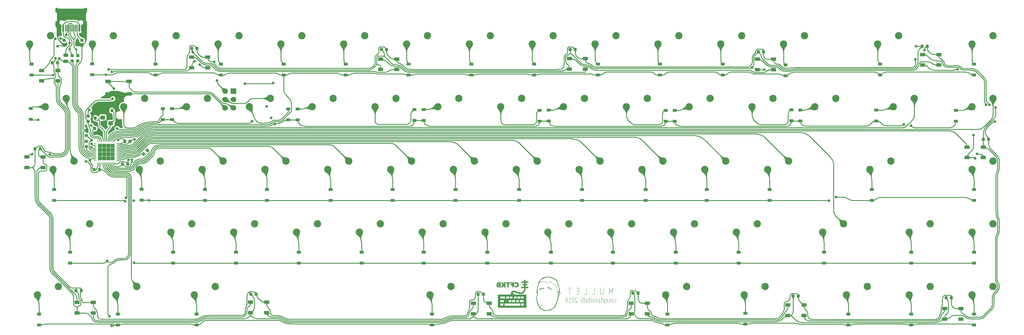
<source format=gbr>
G04 #@! TF.GenerationSoftware,KiCad,Pcbnew,(5.99.0-574-gd3edeaec5)*
G04 #@! TF.CreationDate,2019-12-28T10:11:49-05:00*
G04 #@! TF.ProjectId,mullet-pcb,6d756c6c-6574-42d7-9063-622e6b696361,rev?*
G04 #@! TF.SameCoordinates,Original*
G04 #@! TF.FileFunction,Copper,L2,Bot*
G04 #@! TF.FilePolarity,Positive*
%FSLAX46Y46*%
G04 Gerber Fmt 4.6, Leading zero omitted, Abs format (unit mm)*
G04 Created by KiCad (PCBNEW (5.99.0-574-gd3edeaec5)) date 2019-12-28 10:11:49*
%MOMM*%
%LPD*%
G04 APERTURE LIST*
%ADD10C,0.100000*%
%ADD11C,0.075000*%
%ADD12C,0.120000*%
%ADD13C,0.010000*%
%ADD14C,2.200000*%
%ADD15R,0.600000X2.000000*%
%ADD16R,0.300000X2.000000*%
%ADD17O,1.000000X2.100000*%
%ADD18O,1.000000X1.600000*%
%ADD19R,1.700000X1.700000*%
%ADD20C,1.700000*%
%ADD21R,1.500000X1.000000*%
%ADD22R,1.700000X1.000000*%
%ADD23R,0.700000X0.250000*%
%ADD24R,0.250000X0.700000*%
%ADD25R,1.287500X1.287500*%
%ADD26R,1.400000X1.200000*%
%ADD27R,1.200000X0.900000*%
%ADD28R,0.700000X0.600000*%
%ADD29R,0.700000X1.000000*%
%ADD30C,0.800000*%
%ADD31C,0.250000*%
%ADD32C,0.254000*%
%ADD33C,0.025400*%
G04 APERTURE END LIST*
D10*
X240820542Y-181473361D02*
X240820542Y-179473361D01*
X240320542Y-180901933D01*
X239820542Y-179473361D01*
X239820542Y-181473361D01*
X237963400Y-179473361D02*
X237963400Y-181092409D01*
X237891971Y-181282885D01*
X237820542Y-181378123D01*
X237677685Y-181473361D01*
X237391971Y-181473361D01*
X237249114Y-181378123D01*
X237177685Y-181282885D01*
X237106257Y-181092409D01*
X237106257Y-179473361D01*
X234534828Y-181473361D02*
X235249114Y-181473361D01*
X235249114Y-179473361D01*
X232177685Y-181473361D02*
X232891971Y-181473361D01*
X232891971Y-179473361D01*
X230534828Y-180425742D02*
X230034828Y-180425742D01*
X229820542Y-181473361D02*
X230534828Y-181473361D01*
X230534828Y-179473361D01*
X229820542Y-179473361D01*
X228249114Y-179473361D02*
X227391971Y-179473361D01*
X227820542Y-181473361D02*
X227820542Y-179473361D01*
D11*
X241356257Y-183817342D02*
X241451495Y-183888771D01*
X241641971Y-183888771D01*
X241737209Y-183817342D01*
X241784828Y-183745914D01*
X241832447Y-183603057D01*
X241832447Y-183174485D01*
X241784828Y-183031628D01*
X241737209Y-182960200D01*
X241641971Y-182888771D01*
X241451495Y-182888771D01*
X241356257Y-182960200D01*
X240784828Y-183888771D02*
X240880066Y-183817342D01*
X240927685Y-183745914D01*
X240975304Y-183603057D01*
X240975304Y-183174485D01*
X240927685Y-183031628D01*
X240880066Y-182960200D01*
X240784828Y-182888771D01*
X240641971Y-182888771D01*
X240546733Y-182960200D01*
X240499114Y-183031628D01*
X240451495Y-183174485D01*
X240451495Y-183603057D01*
X240499114Y-183745914D01*
X240546733Y-183817342D01*
X240641971Y-183888771D01*
X240784828Y-183888771D01*
X240070542Y-183817342D02*
X239975304Y-183888771D01*
X239784828Y-183888771D01*
X239689590Y-183817342D01*
X239641971Y-183674485D01*
X239641971Y-183603057D01*
X239689590Y-183460200D01*
X239784828Y-183388771D01*
X239927685Y-183388771D01*
X240022923Y-183317342D01*
X240070542Y-183174485D01*
X240070542Y-183103057D01*
X240022923Y-182960200D01*
X239927685Y-182888771D01*
X239784828Y-182888771D01*
X239689590Y-182960200D01*
X238832447Y-183817342D02*
X238927685Y-183888771D01*
X239118161Y-183888771D01*
X239213400Y-183817342D01*
X239261019Y-183674485D01*
X239261019Y-183103057D01*
X239213400Y-182960200D01*
X239118161Y-182888771D01*
X238927685Y-182888771D01*
X238832447Y-182960200D01*
X238784828Y-183103057D01*
X238784828Y-183245914D01*
X239261019Y-183388771D01*
X238451495Y-182888771D02*
X238213400Y-183888771D01*
X237975304Y-182888771D02*
X238213400Y-183888771D01*
X238308638Y-184245914D01*
X238356257Y-184317342D01*
X238451495Y-184388771D01*
X237737209Y-182888771D02*
X237356257Y-182888771D01*
X237594352Y-183888771D02*
X237594352Y-182603057D01*
X237546733Y-182460200D01*
X237451495Y-182388771D01*
X237356257Y-182388771D01*
X236594352Y-183888771D02*
X236594352Y-183103057D01*
X236641971Y-182960200D01*
X236737209Y-182888771D01*
X236927685Y-182888771D01*
X237022923Y-182960200D01*
X236594352Y-183817342D02*
X236689590Y-183888771D01*
X236927685Y-183888771D01*
X237022923Y-183817342D01*
X237070542Y-183674485D01*
X237070542Y-183531628D01*
X237022923Y-183388771D01*
X236927685Y-183317342D01*
X236689590Y-183317342D01*
X236594352Y-183245914D01*
X236118161Y-182888771D02*
X236118161Y-183888771D01*
X236118161Y-183031628D02*
X236070542Y-182960200D01*
X235975304Y-182888771D01*
X235832447Y-182888771D01*
X235737209Y-182960200D01*
X235689590Y-183103057D01*
X235689590Y-183888771D01*
X235213400Y-182888771D02*
X235213400Y-183888771D01*
X235213400Y-183031628D02*
X235165780Y-182960200D01*
X235070542Y-182888771D01*
X234927685Y-182888771D01*
X234832447Y-182960200D01*
X234784828Y-183103057D01*
X234784828Y-183888771D01*
X234308638Y-183888771D02*
X234308638Y-182888771D01*
X234308638Y-182388771D02*
X234356257Y-182460200D01*
X234308638Y-182531628D01*
X234261019Y-182460200D01*
X234308638Y-182388771D01*
X234308638Y-182531628D01*
X233975304Y-182888771D02*
X233594352Y-182888771D01*
X233832447Y-182388771D02*
X233832447Y-183674485D01*
X233784828Y-183817342D01*
X233689590Y-183888771D01*
X233594352Y-183888771D01*
X232832447Y-182888771D02*
X232832447Y-183888771D01*
X233261019Y-182888771D02*
X233261019Y-183674485D01*
X233213400Y-183817342D01*
X233118161Y-183888771D01*
X232975304Y-183888771D01*
X232880066Y-183817342D01*
X232832447Y-183745914D01*
X232499114Y-182888771D02*
X232118161Y-182888771D01*
X232356257Y-182388771D02*
X232356257Y-183674485D01*
X232308638Y-183817342D01*
X232213400Y-183888771D01*
X232118161Y-183888771D01*
X231927685Y-182888771D02*
X231546733Y-182888771D01*
X231784828Y-182388771D02*
X231784828Y-183674485D01*
X231737209Y-183817342D01*
X231641971Y-183888771D01*
X231546733Y-183888771D01*
X231213400Y-183888771D02*
X231213400Y-182888771D01*
X231213400Y-182388771D02*
X231261019Y-182460200D01*
X231213400Y-182531628D01*
X231165780Y-182460200D01*
X231213400Y-182388771D01*
X231213400Y-182531628D01*
X230022923Y-182531628D02*
X229975304Y-182460200D01*
X229880066Y-182388771D01*
X229641971Y-182388771D01*
X229546733Y-182460200D01*
X229499114Y-182531628D01*
X229451495Y-182674485D01*
X229451495Y-182817342D01*
X229499114Y-183031628D01*
X230070542Y-183888771D01*
X229451495Y-183888771D01*
X228832447Y-182388771D02*
X228737209Y-182388771D01*
X228641971Y-182460200D01*
X228594352Y-182531628D01*
X228546733Y-182674485D01*
X228499114Y-182960200D01*
X228499114Y-183317342D01*
X228546733Y-183603057D01*
X228594352Y-183745914D01*
X228641971Y-183817342D01*
X228737209Y-183888771D01*
X228832447Y-183888771D01*
X228927685Y-183817342D01*
X228975304Y-183745914D01*
X229022923Y-183603057D01*
X229070542Y-183317342D01*
X229070542Y-182960200D01*
X229022923Y-182674485D01*
X228975304Y-182531628D01*
X228927685Y-182460200D01*
X228832447Y-182388771D01*
X227546733Y-183888771D02*
X228118161Y-183888771D01*
X227832447Y-183888771D02*
X227832447Y-182388771D01*
X227927685Y-182603057D01*
X228022923Y-182745914D01*
X228118161Y-182817342D01*
X227070542Y-183888771D02*
X226880066Y-183888771D01*
X226784828Y-183817342D01*
X226737209Y-183745914D01*
X226641971Y-183531628D01*
X226594352Y-183245914D01*
X226594352Y-182674485D01*
X226641971Y-182531628D01*
X226689590Y-182460200D01*
X226784828Y-182388771D01*
X226975304Y-182388771D01*
X227070542Y-182460200D01*
X227118161Y-182531628D01*
X227165780Y-182674485D01*
X227165780Y-183031628D01*
X227118161Y-183174485D01*
X227070542Y-183245914D01*
X226975304Y-183317342D01*
X226784828Y-183317342D01*
X226689590Y-183245914D01*
X226641971Y-183174485D01*
X226594352Y-183031628D01*
D12*
X224205800Y-180238400D02*
X224282000Y-180314600D01*
X224104200Y-180035200D02*
X224205800Y-180238400D01*
X224028000Y-179781200D02*
X224104200Y-180035200D01*
X223850200Y-179349400D02*
X224028000Y-179781200D01*
X223596200Y-179120800D02*
X223850200Y-179349400D01*
X223418400Y-178917600D02*
X223596200Y-179120800D01*
X223215200Y-178511200D02*
X223418400Y-178917600D01*
X222986600Y-178358800D02*
X223215200Y-178511200D01*
X222631000Y-178028600D02*
X222986600Y-178358800D01*
X222427800Y-177901600D02*
X222631000Y-178028600D01*
X222250000Y-177749200D02*
X222427800Y-177901600D01*
X222123000Y-177723800D02*
X222250000Y-177749200D01*
X221970600Y-177673000D02*
X222123000Y-177723800D01*
X221767400Y-177647600D02*
X221970600Y-177673000D01*
X221462600Y-177698400D02*
X221767400Y-177647600D01*
X220980000Y-177673000D02*
X221462600Y-177698400D01*
X220395800Y-177596800D02*
X220980000Y-177673000D01*
X219913200Y-177520600D02*
X220395800Y-177596800D01*
X219633800Y-177520600D02*
X219913200Y-177520600D01*
X219354400Y-177546000D02*
X219633800Y-177520600D01*
X219278200Y-177546000D02*
X219354400Y-177546000D01*
X219125800Y-177596800D02*
X219278200Y-177546000D01*
X218922600Y-177673000D02*
X219125800Y-177596800D01*
X218763964Y-177739443D02*
X218922600Y-177673000D01*
X218668600Y-177800000D02*
X218719400Y-177723800D01*
X219252800Y-184785000D02*
X219176600Y-184658000D01*
X219405200Y-184810400D02*
X219252800Y-184785000D01*
X219456000Y-184785000D02*
X219405200Y-184810400D01*
X219481400Y-184734200D02*
X219456000Y-184785000D01*
X219176600Y-184632600D02*
X219481400Y-184734200D01*
G36*
X219893620Y-179491587D02*
G01*
X219852732Y-179596216D01*
X219761360Y-179708320D01*
X219625543Y-179757505D01*
X219445878Y-179736261D01*
X219402053Y-179727104D01*
X219220956Y-179726978D01*
X219017692Y-179768573D01*
X218825427Y-179843034D01*
X218677327Y-179941502D01*
X218671906Y-179946524D01*
X218581217Y-180012545D01*
X218536381Y-180014263D01*
X218545802Y-179962218D01*
X218617885Y-179866951D01*
X218715773Y-179779504D01*
X218879058Y-179692874D01*
X219087931Y-179643510D01*
X219359493Y-179625852D01*
X219457611Y-179624248D01*
X219597221Y-179617240D01*
X219684630Y-179600651D01*
X219740866Y-179569144D01*
X219786952Y-179517386D01*
X219844489Y-179454695D01*
X219888297Y-179441327D01*
X219893620Y-179491587D01*
G37*
D13*
X219893620Y-179491587D02*
X219852732Y-179596216D01*
X219761360Y-179708320D01*
X219625543Y-179757505D01*
X219445878Y-179736261D01*
X219402053Y-179727104D01*
X219220956Y-179726978D01*
X219017692Y-179768573D01*
X218825427Y-179843034D01*
X218677327Y-179941502D01*
X218671906Y-179946524D01*
X218581217Y-180012545D01*
X218536381Y-180014263D01*
X218545802Y-179962218D01*
X218617885Y-179866951D01*
X218715773Y-179779504D01*
X218879058Y-179692874D01*
X219087931Y-179643510D01*
X219359493Y-179625852D01*
X219457611Y-179624248D01*
X219597221Y-179617240D01*
X219684630Y-179600651D01*
X219740866Y-179569144D01*
X219786952Y-179517386D01*
X219844489Y-179454695D01*
X219888297Y-179441327D01*
X219893620Y-179491587D01*
G36*
X221205346Y-179165374D02*
G01*
X221286026Y-179256518D01*
X221294694Y-179267562D01*
X221407895Y-179362067D01*
X221556318Y-179431368D01*
X221750276Y-179503360D01*
X221956362Y-179602942D01*
X222142418Y-179714784D01*
X222293642Y-179828878D01*
X222395231Y-179935214D01*
X222432384Y-180023781D01*
X222414112Y-180060369D01*
X222354733Y-180038626D01*
X222261272Y-179953590D01*
X222108516Y-179824343D01*
X221874171Y-179689386D01*
X221595389Y-179578496D01*
X221551322Y-179562727D01*
X221397124Y-179485106D01*
X221262437Y-179386550D01*
X221167086Y-179283532D01*
X221130896Y-179192526D01*
X221130923Y-179189455D01*
X221151388Y-179142089D01*
X221205346Y-179165374D01*
G37*
X221205346Y-179165374D02*
X221286026Y-179256518D01*
X221294694Y-179267562D01*
X221407895Y-179362067D01*
X221556318Y-179431368D01*
X221750276Y-179503360D01*
X221956362Y-179602942D01*
X222142418Y-179714784D01*
X222293642Y-179828878D01*
X222395231Y-179935214D01*
X222432384Y-180023781D01*
X222414112Y-180060369D01*
X222354733Y-180038626D01*
X222261272Y-179953590D01*
X222108516Y-179824343D01*
X221874171Y-179689386D01*
X221595389Y-179578496D01*
X221551322Y-179562727D01*
X221397124Y-179485106D01*
X221262437Y-179386550D01*
X221167086Y-179283532D01*
X221130896Y-179192526D01*
X221130923Y-179189455D01*
X221151388Y-179142089D01*
X221205346Y-179165374D01*
G36*
X224524195Y-181031950D02*
G01*
X224460507Y-181121054D01*
X224450991Y-181132826D01*
X224402794Y-181249929D01*
X224380011Y-181425013D01*
X224373751Y-181509216D01*
X224352367Y-181646377D01*
X224323635Y-181738155D01*
X224298508Y-181777860D01*
X224244001Y-181823084D01*
X224209299Y-181807176D01*
X224214552Y-181731387D01*
X224230151Y-181663827D01*
X224253019Y-181530229D01*
X224274083Y-181374758D01*
X224290083Y-181266032D01*
X224329463Y-181127850D01*
X224386770Y-181050722D01*
X224461817Y-181002520D01*
X224521854Y-180989789D01*
X224524195Y-181031950D01*
G37*
X224524195Y-181031950D02*
X224460507Y-181121054D01*
X224450991Y-181132826D01*
X224402794Y-181249929D01*
X224380011Y-181425013D01*
X224373751Y-181509216D01*
X224352367Y-181646377D01*
X224323635Y-181738155D01*
X224298508Y-181777860D01*
X224244001Y-181823084D01*
X224209299Y-181807176D01*
X224214552Y-181731387D01*
X224230151Y-181663827D01*
X224253019Y-181530229D01*
X224274083Y-181374758D01*
X224290083Y-181266032D01*
X224329463Y-181127850D01*
X224386770Y-181050722D01*
X224461817Y-181002520D01*
X224521854Y-180989789D01*
X224524195Y-181031950D01*
G36*
X224809234Y-181356570D02*
G01*
X224721670Y-181489982D01*
X224709004Y-181504706D01*
X224631916Y-181624594D01*
X224572430Y-181761223D01*
X224554007Y-181814465D01*
X224491283Y-181970670D01*
X224420424Y-182124179D01*
X224385760Y-182197544D01*
X224339688Y-182313884D01*
X224321640Y-182388917D01*
X224315001Y-182438279D01*
X224288951Y-182558579D01*
X224248426Y-182722669D01*
X224199077Y-182909781D01*
X224146559Y-183099149D01*
X224096524Y-183270008D01*
X224054624Y-183401591D01*
X224026512Y-183473131D01*
X224006075Y-183519723D01*
X223985682Y-183620073D01*
X223973054Y-183676984D01*
X223929236Y-183790495D01*
X223864902Y-183925023D01*
X223808782Y-184043970D01*
X223738982Y-184211216D01*
X223665695Y-184401098D01*
X223596137Y-184593611D01*
X223537520Y-184768752D01*
X223497060Y-184906514D01*
X223481971Y-184986895D01*
X223456585Y-185051825D01*
X223380379Y-185159636D01*
X223267746Y-185290787D01*
X223133290Y-185429414D01*
X222991613Y-185559648D01*
X222857317Y-185665624D01*
X222856338Y-185666313D01*
X222735008Y-185753570D01*
X222643055Y-185823016D01*
X222600318Y-185859670D01*
X222575122Y-185878125D01*
X222489728Y-185924142D01*
X222369409Y-185980725D01*
X222296741Y-186013197D01*
X222113304Y-186096216D01*
X221941678Y-186175025D01*
X221849909Y-186214341D01*
X221718498Y-186260144D01*
X221626802Y-186279324D01*
X221606904Y-186280813D01*
X221492899Y-186302334D01*
X221361805Y-186340258D01*
X221308797Y-186355147D01*
X221155130Y-186377531D01*
X220938227Y-186387585D01*
X220648086Y-186385947D01*
X220351450Y-186371393D01*
X220028508Y-186327570D01*
X219746602Y-186249305D01*
X219483423Y-186130008D01*
X219216667Y-185963090D01*
X219183110Y-185939800D01*
X219055687Y-185854569D01*
X218958931Y-185794821D01*
X218911615Y-185772296D01*
X218882551Y-185763176D01*
X218803044Y-185691672D01*
X218702436Y-185557616D01*
X218587915Y-185371182D01*
X218466670Y-185142544D01*
X218408324Y-185025284D01*
X218321500Y-184852019D01*
X218248917Y-184708599D01*
X218202034Y-184617750D01*
X218173247Y-184563091D01*
X218129115Y-184474867D01*
X218092397Y-184389973D01*
X218055160Y-184287482D01*
X218009474Y-184146471D01*
X217947405Y-183946015D01*
X217924715Y-183868698D01*
X217860650Y-183616412D01*
X217804749Y-183351018D01*
X217767059Y-183118605D01*
X217754015Y-183012118D01*
X217742323Y-182895100D01*
X217737297Y-182786511D01*
X217737325Y-182785400D01*
X217848385Y-182785400D01*
X217850425Y-182849433D01*
X217878557Y-183139018D01*
X217933721Y-183450515D01*
X218009601Y-183757460D01*
X218099883Y-184033386D01*
X218198253Y-184251830D01*
X218238339Y-184324104D01*
X218287579Y-184413397D01*
X218328604Y-184489589D01*
X218370524Y-184570344D01*
X218422450Y-184673322D01*
X218493494Y-184816184D01*
X218592766Y-185016593D01*
X218650312Y-185128247D01*
X218751135Y-185306876D01*
X218846442Y-185457476D01*
X218921508Y-185555891D01*
X219120542Y-185737069D01*
X219435198Y-185935605D01*
X219816945Y-186094087D01*
X220270235Y-186214689D01*
X220288342Y-186218426D01*
X220520647Y-186256298D01*
X220738610Y-186267893D01*
X220973565Y-186253120D01*
X221256847Y-186211891D01*
X221540881Y-186154313D01*
X221909832Y-186042952D01*
X222257156Y-185886900D01*
X222616063Y-185672991D01*
X222808159Y-185539013D01*
X223040522Y-185341684D01*
X223216471Y-185133766D01*
X223351009Y-184896352D01*
X223459138Y-184610536D01*
X223484800Y-184533382D01*
X223563709Y-184320165D01*
X223658386Y-184086819D01*
X223753605Y-183871558D01*
X223821339Y-183722158D01*
X223891483Y-183552147D01*
X223955922Y-183373484D01*
X224020747Y-183167865D01*
X224092049Y-182916986D01*
X224175921Y-182602544D01*
X224194864Y-182531053D01*
X224232296Y-182394289D01*
X224260148Y-182298163D01*
X224260195Y-182298009D01*
X224268369Y-182224465D01*
X224223055Y-182203701D01*
X224181855Y-182188704D01*
X224121755Y-182131030D01*
X224081115Y-182060028D01*
X224083241Y-182008270D01*
X224115611Y-182007505D01*
X224188192Y-182040828D01*
X224198126Y-182046767D01*
X224275382Y-182068144D01*
X224343491Y-182030640D01*
X224410443Y-181926333D01*
X224484228Y-181747301D01*
X224529907Y-181637659D01*
X224607589Y-181490199D01*
X224682158Y-181385043D01*
X224783947Y-181225997D01*
X224814694Y-181045920D01*
X224766141Y-180867336D01*
X224731808Y-180811758D01*
X224622204Y-180723025D01*
X224472322Y-180702463D01*
X224275769Y-180748524D01*
X224260282Y-180753974D01*
X224085760Y-180805403D01*
X223979608Y-180814507D01*
X223943789Y-180781091D01*
X223974581Y-180730026D01*
X224068762Y-180665416D01*
X224206617Y-180602910D01*
X224368026Y-180553309D01*
X224471915Y-180524021D01*
X224547617Y-180482637D01*
X224592774Y-180416338D01*
X224612719Y-180310488D01*
X224612788Y-180150450D01*
X224598319Y-179921587D01*
X224574982Y-179683877D01*
X224537647Y-179447287D01*
X224492075Y-179266927D01*
X224441111Y-179156647D01*
X224435020Y-179147066D01*
X224397724Y-179059362D01*
X224346851Y-178908952D01*
X224287129Y-178711313D01*
X224223284Y-178481924D01*
X224160042Y-178236263D01*
X224097963Y-178000286D01*
X224014480Y-177740459D01*
X223923827Y-177531824D01*
X223817546Y-177355732D01*
X223687182Y-177193534D01*
X223665535Y-177169795D01*
X223561661Y-177065142D01*
X223479690Y-176997075D01*
X223435778Y-176979360D01*
X223423257Y-176984711D01*
X223398004Y-176960680D01*
X223398004Y-176960650D01*
X223361501Y-176922466D01*
X223261834Y-176859254D01*
X223113471Y-176777934D01*
X222930877Y-176685425D01*
X222728519Y-176588645D01*
X222520865Y-176494515D01*
X222322380Y-176409952D01*
X222147531Y-176341876D01*
X222010784Y-176297206D01*
X221971404Y-176286937D01*
X221637219Y-176227140D01*
X221273263Y-176202682D01*
X220906282Y-176212974D01*
X220563024Y-176257430D01*
X220270235Y-176335461D01*
X220234465Y-176348920D01*
X220066504Y-176418752D01*
X219875597Y-176505990D01*
X219681799Y-176600611D01*
X219505167Y-176692592D01*
X219365756Y-176771909D01*
X219283623Y-176828538D01*
X219187922Y-176912342D01*
X219093696Y-176991658D01*
X219089043Y-176995561D01*
X219021562Y-177064248D01*
X218927247Y-177173269D01*
X218819662Y-177305264D01*
X218712373Y-177442871D01*
X218618943Y-177568730D01*
X218552937Y-177665481D01*
X218527921Y-177715761D01*
X218533167Y-177738583D01*
X218576832Y-177749023D01*
X218645475Y-177703072D01*
X218675290Y-177681826D01*
X218732976Y-177685931D01*
X218763964Y-177739443D01*
X218747447Y-177818758D01*
X218745256Y-177822511D01*
X218679907Y-177880133D01*
X218593408Y-177905166D01*
X218517065Y-177894507D01*
X218482183Y-177845051D01*
X218473111Y-177816739D01*
X218454903Y-177852989D01*
X218431422Y-177937412D01*
X218406469Y-178052448D01*
X218383847Y-178180541D01*
X218367355Y-178304132D01*
X218360797Y-178405664D01*
X218353617Y-178505912D01*
X218304981Y-178720987D01*
X218207782Y-178990379D01*
X218103448Y-179274345D01*
X218032650Y-179550940D01*
X217999981Y-179827823D01*
X218002460Y-180131142D01*
X218037105Y-180487045D01*
X218065758Y-180746790D01*
X218066351Y-180757370D01*
X218078674Y-180977344D01*
X218073662Y-181196440D01*
X218049198Y-181427059D01*
X218003759Y-181692177D01*
X217935820Y-182014775D01*
X217868566Y-182411959D01*
X217848385Y-182785400D01*
X217737325Y-182785400D01*
X217740224Y-182673361D01*
X217752395Y-182542664D01*
X217775097Y-182381430D01*
X217809620Y-182176672D01*
X217857252Y-181915401D01*
X217919283Y-181584630D01*
X217936892Y-181489104D01*
X217958891Y-181346819D01*
X217962873Y-181251309D01*
X217948686Y-181179011D01*
X217916178Y-181106362D01*
X217899143Y-181069857D01*
X217873142Y-180987107D01*
X217857279Y-180880654D01*
X217851271Y-180738537D01*
X217852446Y-180675975D01*
X217909046Y-180675975D01*
X217930834Y-180804332D01*
X217973458Y-180965188D01*
X217977797Y-180757370D01*
X217976679Y-180650469D01*
X217963518Y-180590127D01*
X217935173Y-180596514D01*
X217929652Y-180602639D01*
X217909046Y-180675975D01*
X217852446Y-180675975D01*
X217854835Y-180548792D01*
X217867690Y-180299460D01*
X217889552Y-179978577D01*
X217898134Y-179864835D01*
X217917877Y-179650194D01*
X217941580Y-179484326D01*
X217974399Y-179342690D01*
X218021488Y-179200745D01*
X218088004Y-179033949D01*
X218136558Y-178912967D01*
X218206358Y-178704843D01*
X218248332Y-178507011D01*
X218272548Y-178278246D01*
X218283847Y-178146617D01*
X218310422Y-177966814D01*
X218351897Y-177824577D01*
X218415427Y-177690477D01*
X218487268Y-177567804D01*
X218771987Y-177185759D01*
X219123080Y-176844256D01*
X219531302Y-176551385D01*
X219987406Y-176315234D01*
X220034359Y-176295480D01*
X220357808Y-176184686D01*
X220693524Y-176117181D01*
X221063007Y-176089876D01*
X221487756Y-176099683D01*
X221596888Y-176107416D01*
X221867637Y-176140790D01*
X222122776Y-176197731D01*
X222383125Y-176284776D01*
X222669503Y-176408461D01*
X223002730Y-176575323D01*
X223086512Y-176619586D01*
X223300942Y-176738635D01*
X223464710Y-176843158D01*
X223597428Y-176948086D01*
X223718708Y-177068346D01*
X223848163Y-177218867D01*
X223954049Y-177372792D01*
X224091797Y-177656756D01*
X224219764Y-178023396D01*
X224337780Y-178472278D01*
X224373097Y-178606647D01*
X224437535Y-178808920D01*
X224504229Y-178981665D01*
X224559507Y-179120452D01*
X224644785Y-179405923D01*
X224704754Y-179707729D01*
X224736390Y-180002992D01*
X224736670Y-180268834D01*
X224702571Y-180482378D01*
X224698461Y-180498152D01*
X224702565Y-180597555D01*
X224769743Y-180706027D01*
X224774635Y-180712059D01*
X224848562Y-180824543D01*
X224893935Y-180930244D01*
X224901232Y-181025946D01*
X224897765Y-181045920D01*
X224872772Y-181189921D01*
X224809234Y-181356570D01*
G37*
X224809234Y-181356570D02*
X224721670Y-181489982D01*
X224709004Y-181504706D01*
X224631916Y-181624594D01*
X224572430Y-181761223D01*
X224554007Y-181814465D01*
X224491283Y-181970670D01*
X224420424Y-182124179D01*
X224385760Y-182197544D01*
X224339688Y-182313884D01*
X224321640Y-182388917D01*
X224315001Y-182438279D01*
X224288951Y-182558579D01*
X224248426Y-182722669D01*
X224199077Y-182909781D01*
X224146559Y-183099149D01*
X224096524Y-183270008D01*
X224054624Y-183401591D01*
X224026512Y-183473131D01*
X224006075Y-183519723D01*
X223985682Y-183620073D01*
X223973054Y-183676984D01*
X223929236Y-183790495D01*
X223864902Y-183925023D01*
X223808782Y-184043970D01*
X223738982Y-184211216D01*
X223665695Y-184401098D01*
X223596137Y-184593611D01*
X223537520Y-184768752D01*
X223497060Y-184906514D01*
X223481971Y-184986895D01*
X223456585Y-185051825D01*
X223380379Y-185159636D01*
X223267746Y-185290787D01*
X223133290Y-185429414D01*
X222991613Y-185559648D01*
X222857317Y-185665624D01*
X222856338Y-185666313D01*
X222735008Y-185753570D01*
X222643055Y-185823016D01*
X222600318Y-185859670D01*
X222575122Y-185878125D01*
X222489728Y-185924142D01*
X222369409Y-185980725D01*
X222296741Y-186013197D01*
X222113304Y-186096216D01*
X221941678Y-186175025D01*
X221849909Y-186214341D01*
X221718498Y-186260144D01*
X221626802Y-186279324D01*
X221606904Y-186280813D01*
X221492899Y-186302334D01*
X221361805Y-186340258D01*
X221308797Y-186355147D01*
X221155130Y-186377531D01*
X220938227Y-186387585D01*
X220648086Y-186385947D01*
X220351450Y-186371393D01*
X220028508Y-186327570D01*
X219746602Y-186249305D01*
X219483423Y-186130008D01*
X219216667Y-185963090D01*
X219183110Y-185939800D01*
X219055687Y-185854569D01*
X218958931Y-185794821D01*
X218911615Y-185772296D01*
X218882551Y-185763176D01*
X218803044Y-185691672D01*
X218702436Y-185557616D01*
X218587915Y-185371182D01*
X218466670Y-185142544D01*
X218408324Y-185025284D01*
X218321500Y-184852019D01*
X218248917Y-184708599D01*
X218202034Y-184617750D01*
X218173247Y-184563091D01*
X218129115Y-184474867D01*
X218092397Y-184389973D01*
X218055160Y-184287482D01*
X218009474Y-184146471D01*
X217947405Y-183946015D01*
X217924715Y-183868698D01*
X217860650Y-183616412D01*
X217804749Y-183351018D01*
X217767059Y-183118605D01*
X217754015Y-183012118D01*
X217742323Y-182895100D01*
X217737297Y-182786511D01*
X217737325Y-182785400D01*
X217848385Y-182785400D01*
X217850425Y-182849433D01*
X217878557Y-183139018D01*
X217933721Y-183450515D01*
X218009601Y-183757460D01*
X218099883Y-184033386D01*
X218198253Y-184251830D01*
X218238339Y-184324104D01*
X218287579Y-184413397D01*
X218328604Y-184489589D01*
X218370524Y-184570344D01*
X218422450Y-184673322D01*
X218493494Y-184816184D01*
X218592766Y-185016593D01*
X218650312Y-185128247D01*
X218751135Y-185306876D01*
X218846442Y-185457476D01*
X218921508Y-185555891D01*
X219120542Y-185737069D01*
X219435198Y-185935605D01*
X219816945Y-186094087D01*
X220270235Y-186214689D01*
X220288342Y-186218426D01*
X220520647Y-186256298D01*
X220738610Y-186267893D01*
X220973565Y-186253120D01*
X221256847Y-186211891D01*
X221540881Y-186154313D01*
X221909832Y-186042952D01*
X222257156Y-185886900D01*
X222616063Y-185672991D01*
X222808159Y-185539013D01*
X223040522Y-185341684D01*
X223216471Y-185133766D01*
X223351009Y-184896352D01*
X223459138Y-184610536D01*
X223484800Y-184533382D01*
X223563709Y-184320165D01*
X223658386Y-184086819D01*
X223753605Y-183871558D01*
X223821339Y-183722158D01*
X223891483Y-183552147D01*
X223955922Y-183373484D01*
X224020747Y-183167865D01*
X224092049Y-182916986D01*
X224175921Y-182602544D01*
X224194864Y-182531053D01*
X224232296Y-182394289D01*
X224260148Y-182298163D01*
X224260195Y-182298009D01*
X224268369Y-182224465D01*
X224223055Y-182203701D01*
X224181855Y-182188704D01*
X224121755Y-182131030D01*
X224081115Y-182060028D01*
X224083241Y-182008270D01*
X224115611Y-182007505D01*
X224188192Y-182040828D01*
X224198126Y-182046767D01*
X224275382Y-182068144D01*
X224343491Y-182030640D01*
X224410443Y-181926333D01*
X224484228Y-181747301D01*
X224529907Y-181637659D01*
X224607589Y-181490199D01*
X224682158Y-181385043D01*
X224783947Y-181225997D01*
X224814694Y-181045920D01*
X224766141Y-180867336D01*
X224731808Y-180811758D01*
X224622204Y-180723025D01*
X224472322Y-180702463D01*
X224275769Y-180748524D01*
X224260282Y-180753974D01*
X224085760Y-180805403D01*
X223979608Y-180814507D01*
X223943789Y-180781091D01*
X223974581Y-180730026D01*
X224068762Y-180665416D01*
X224206617Y-180602910D01*
X224368026Y-180553309D01*
X224471915Y-180524021D01*
X224547617Y-180482637D01*
X224592774Y-180416338D01*
X224612719Y-180310488D01*
X224612788Y-180150450D01*
X224598319Y-179921587D01*
X224574982Y-179683877D01*
X224537647Y-179447287D01*
X224492075Y-179266927D01*
X224441111Y-179156647D01*
X224435020Y-179147066D01*
X224397724Y-179059362D01*
X224346851Y-178908952D01*
X224287129Y-178711313D01*
X224223284Y-178481924D01*
X224160042Y-178236263D01*
X224097963Y-178000286D01*
X224014480Y-177740459D01*
X223923827Y-177531824D01*
X223817546Y-177355732D01*
X223687182Y-177193534D01*
X223665535Y-177169795D01*
X223561661Y-177065142D01*
X223479690Y-176997075D01*
X223435778Y-176979360D01*
X223423257Y-176984711D01*
X223398004Y-176960680D01*
X223398004Y-176960650D01*
X223361501Y-176922466D01*
X223261834Y-176859254D01*
X223113471Y-176777934D01*
X222930877Y-176685425D01*
X222728519Y-176588645D01*
X222520865Y-176494515D01*
X222322380Y-176409952D01*
X222147531Y-176341876D01*
X222010784Y-176297206D01*
X221971404Y-176286937D01*
X221637219Y-176227140D01*
X221273263Y-176202682D01*
X220906282Y-176212974D01*
X220563024Y-176257430D01*
X220270235Y-176335461D01*
X220234465Y-176348920D01*
X220066504Y-176418752D01*
X219875597Y-176505990D01*
X219681799Y-176600611D01*
X219505167Y-176692592D01*
X219365756Y-176771909D01*
X219283623Y-176828538D01*
X219187922Y-176912342D01*
X219093696Y-176991658D01*
X219089043Y-176995561D01*
X219021562Y-177064248D01*
X218927247Y-177173269D01*
X218819662Y-177305264D01*
X218712373Y-177442871D01*
X218618943Y-177568730D01*
X218552937Y-177665481D01*
X218527921Y-177715761D01*
X218533167Y-177738583D01*
X218576832Y-177749023D01*
X218645475Y-177703072D01*
X218675290Y-177681826D01*
X218732976Y-177685931D01*
X218763964Y-177739443D01*
X218747447Y-177818758D01*
X218745256Y-177822511D01*
X218679907Y-177880133D01*
X218593408Y-177905166D01*
X218517065Y-177894507D01*
X218482183Y-177845051D01*
X218473111Y-177816739D01*
X218454903Y-177852989D01*
X218431422Y-177937412D01*
X218406469Y-178052448D01*
X218383847Y-178180541D01*
X218367355Y-178304132D01*
X218360797Y-178405664D01*
X218353617Y-178505912D01*
X218304981Y-178720987D01*
X218207782Y-178990379D01*
X218103448Y-179274345D01*
X218032650Y-179550940D01*
X217999981Y-179827823D01*
X218002460Y-180131142D01*
X218037105Y-180487045D01*
X218065758Y-180746790D01*
X218066351Y-180757370D01*
X218078674Y-180977344D01*
X218073662Y-181196440D01*
X218049198Y-181427059D01*
X218003759Y-181692177D01*
X217935820Y-182014775D01*
X217868566Y-182411959D01*
X217848385Y-182785400D01*
X217737325Y-182785400D01*
X217740224Y-182673361D01*
X217752395Y-182542664D01*
X217775097Y-182381430D01*
X217809620Y-182176672D01*
X217857252Y-181915401D01*
X217919283Y-181584630D01*
X217936892Y-181489104D01*
X217958891Y-181346819D01*
X217962873Y-181251309D01*
X217948686Y-181179011D01*
X217916178Y-181106362D01*
X217899143Y-181069857D01*
X217873142Y-180987107D01*
X217857279Y-180880654D01*
X217851271Y-180738537D01*
X217852446Y-180675975D01*
X217909046Y-180675975D01*
X217930834Y-180804332D01*
X217973458Y-180965188D01*
X217977797Y-180757370D01*
X217976679Y-180650469D01*
X217963518Y-180590127D01*
X217935173Y-180596514D01*
X217929652Y-180602639D01*
X217909046Y-180675975D01*
X217852446Y-180675975D01*
X217854835Y-180548792D01*
X217867690Y-180299460D01*
X217889552Y-179978577D01*
X217898134Y-179864835D01*
X217917877Y-179650194D01*
X217941580Y-179484326D01*
X217974399Y-179342690D01*
X218021488Y-179200745D01*
X218088004Y-179033949D01*
X218136558Y-178912967D01*
X218206358Y-178704843D01*
X218248332Y-178507011D01*
X218272548Y-178278246D01*
X218283847Y-178146617D01*
X218310422Y-177966814D01*
X218351897Y-177824577D01*
X218415427Y-177690477D01*
X218487268Y-177567804D01*
X218771987Y-177185759D01*
X219123080Y-176844256D01*
X219531302Y-176551385D01*
X219987406Y-176315234D01*
X220034359Y-176295480D01*
X220357808Y-176184686D01*
X220693524Y-176117181D01*
X221063007Y-176089876D01*
X221487756Y-176099683D01*
X221596888Y-176107416D01*
X221867637Y-176140790D01*
X222122776Y-176197731D01*
X222383125Y-176284776D01*
X222669503Y-176408461D01*
X223002730Y-176575323D01*
X223086512Y-176619586D01*
X223300942Y-176738635D01*
X223464710Y-176843158D01*
X223597428Y-176948086D01*
X223718708Y-177068346D01*
X223848163Y-177218867D01*
X223954049Y-177372792D01*
X224091797Y-177656756D01*
X224219764Y-178023396D01*
X224337780Y-178472278D01*
X224373097Y-178606647D01*
X224437535Y-178808920D01*
X224504229Y-178981665D01*
X224559507Y-179120452D01*
X224644785Y-179405923D01*
X224704754Y-179707729D01*
X224736390Y-180002992D01*
X224736670Y-180268834D01*
X224702571Y-180482378D01*
X224698461Y-180498152D01*
X224702565Y-180597555D01*
X224769743Y-180706027D01*
X224774635Y-180712059D01*
X224848562Y-180824543D01*
X224893935Y-180930244D01*
X224901232Y-181025946D01*
X224897765Y-181045920D01*
X224872772Y-181189921D01*
X224809234Y-181356570D01*
G36*
X214598099Y-183871359D02*
G01*
X214597986Y-184033483D01*
X214597838Y-184189949D01*
X214597657Y-184340100D01*
X214597444Y-184483278D01*
X214597200Y-184618822D01*
X214597113Y-184659592D01*
X214596929Y-184746076D01*
X214596630Y-184864379D01*
X214596307Y-184973075D01*
X214595961Y-185071504D01*
X214595593Y-185159007D01*
X214595206Y-185234927D01*
X214594801Y-185298604D01*
X214594379Y-185349380D01*
X214593944Y-185386597D01*
X214593495Y-185409596D01*
X214593036Y-185417718D01*
X214592562Y-185417789D01*
X214581078Y-185418100D01*
X214554605Y-185418405D01*
X214513586Y-185418706D01*
X214458467Y-185419000D01*
X214389692Y-185419288D01*
X214307705Y-185419569D01*
X214212950Y-185419842D01*
X214105873Y-185420108D01*
X213986917Y-185420364D01*
X213856527Y-185420612D01*
X213715147Y-185420850D01*
X213563223Y-185421077D01*
X213401197Y-185421294D01*
X213229515Y-185421500D01*
X213048621Y-185421693D01*
X212858960Y-185421874D01*
X212660975Y-185422043D01*
X212455112Y-185422198D01*
X212241815Y-185422338D01*
X212021528Y-185422465D01*
X211794696Y-185422576D01*
X211561763Y-185422671D01*
X211323173Y-185422751D01*
X211079371Y-185422814D01*
X210830802Y-185422859D01*
X210577909Y-185422887D01*
X210321138Y-185422896D01*
X210303932Y-185422896D01*
X209997122Y-185422895D01*
X209705443Y-185422892D01*
X209428511Y-185422886D01*
X209165943Y-185422875D01*
X208917357Y-185422858D01*
X208682368Y-185422833D01*
X208460593Y-185422799D01*
X208251650Y-185422755D01*
X208055154Y-185422699D01*
X207870722Y-185422630D01*
X207697971Y-185422547D01*
X207536518Y-185422449D01*
X207385979Y-185422333D01*
X207245971Y-185422199D01*
X207116111Y-185422046D01*
X206996015Y-185421871D01*
X206885301Y-185421674D01*
X206783584Y-185421454D01*
X206690481Y-185421208D01*
X206605609Y-185420936D01*
X206528585Y-185420636D01*
X206459026Y-185420307D01*
X206396547Y-185419947D01*
X206340767Y-185419556D01*
X206291301Y-185419132D01*
X206247765Y-185418673D01*
X206209778Y-185418178D01*
X206176955Y-185417646D01*
X206148913Y-185417076D01*
X206125269Y-185416465D01*
X206105640Y-185415814D01*
X206089642Y-185415120D01*
X206076891Y-185414381D01*
X206067005Y-185413598D01*
X206059600Y-185412768D01*
X206054293Y-185411890D01*
X206050701Y-185410963D01*
X206048440Y-185409985D01*
X206047126Y-185408955D01*
X206046377Y-185407871D01*
X206045957Y-185405843D01*
X206045016Y-185391343D01*
X206044139Y-185363088D01*
X206043326Y-185320961D01*
X206042576Y-185264843D01*
X206041889Y-185194615D01*
X206041264Y-185110157D01*
X206040702Y-185011353D01*
X206040200Y-184898082D01*
X206039759Y-184770226D01*
X206039434Y-184648039D01*
X206769887Y-184648039D01*
X206770046Y-184716141D01*
X206770603Y-184770657D01*
X206771575Y-184812372D01*
X206772975Y-184842071D01*
X206774820Y-184860538D01*
X206777125Y-184868559D01*
X206777539Y-184868984D01*
X206782628Y-184871301D01*
X206793020Y-184873253D01*
X206809851Y-184874870D01*
X206834258Y-184876179D01*
X206867379Y-184877209D01*
X206910350Y-184877989D01*
X206964308Y-184878546D01*
X207030390Y-184878909D01*
X207109733Y-184879106D01*
X207203474Y-184879165D01*
X207220212Y-184879164D01*
X207311464Y-184879083D01*
X207388509Y-184878860D01*
X207452483Y-184878467D01*
X207504524Y-184877875D01*
X207545767Y-184877055D01*
X207577350Y-184875980D01*
X207600411Y-184874621D01*
X207616085Y-184872950D01*
X207625511Y-184870939D01*
X207629824Y-184868559D01*
X207630981Y-184865988D01*
X207633064Y-184853085D01*
X207634695Y-184829361D01*
X207635889Y-184794032D01*
X207636662Y-184746313D01*
X207637027Y-184685418D01*
X207637015Y-184648039D01*
X208012700Y-184648039D01*
X208012788Y-184685418D01*
X208012859Y-184716141D01*
X208013417Y-184770657D01*
X208014388Y-184812372D01*
X208015789Y-184842071D01*
X208017634Y-184860538D01*
X208019938Y-184868559D01*
X208025170Y-184869399D01*
X208045174Y-184870447D01*
X208079428Y-184871443D01*
X208127206Y-184872386D01*
X208187783Y-184873278D01*
X208260431Y-184874117D01*
X208344424Y-184874905D01*
X208439036Y-184875640D01*
X208543539Y-184876323D01*
X208657208Y-184876954D01*
X208779316Y-184877533D01*
X208909136Y-184878060D01*
X209045943Y-184878535D01*
X209189009Y-184878958D01*
X209337608Y-184879328D01*
X209491014Y-184879647D01*
X209648500Y-184879913D01*
X209809339Y-184880128D01*
X209972806Y-184880290D01*
X210138173Y-184880400D01*
X210304714Y-184880459D01*
X210471703Y-184880465D01*
X210638413Y-184880419D01*
X210804118Y-184880320D01*
X210968091Y-184880170D01*
X211129605Y-184879968D01*
X211287935Y-184879714D01*
X211442354Y-184879407D01*
X211592134Y-184879048D01*
X211736551Y-184878638D01*
X211874877Y-184878175D01*
X212006385Y-184877660D01*
X212130350Y-184877093D01*
X212246045Y-184876474D01*
X212352743Y-184875803D01*
X212449718Y-184875080D01*
X212536243Y-184874305D01*
X212611592Y-184873477D01*
X212675038Y-184872598D01*
X212725855Y-184871666D01*
X212763317Y-184870683D01*
X212786696Y-184869647D01*
X212795267Y-184868559D01*
X212796424Y-184865988D01*
X212798508Y-184853085D01*
X212800139Y-184829361D01*
X212801333Y-184794032D01*
X212802105Y-184746313D01*
X212802471Y-184685418D01*
X212802445Y-184610562D01*
X212802069Y-184526448D01*
X212997850Y-184526448D01*
X212997877Y-184547526D01*
X212998037Y-184625150D01*
X212998299Y-184685418D01*
X212998314Y-184688968D01*
X212998764Y-184740371D01*
X212999439Y-184780751D01*
X213000396Y-184811499D01*
X213001688Y-184834006D01*
X213003371Y-184849664D01*
X213005498Y-184859864D01*
X213008125Y-184865997D01*
X213011306Y-184869456D01*
X213020434Y-184871518D01*
X213043475Y-184873513D01*
X213078497Y-184875243D01*
X213123782Y-184876709D01*
X213177609Y-184877910D01*
X213238259Y-184878847D01*
X213304012Y-184879519D01*
X213373148Y-184879927D01*
X213443948Y-184880070D01*
X213514693Y-184879949D01*
X213583661Y-184879563D01*
X213649135Y-184878912D01*
X213709393Y-184877998D01*
X213762717Y-184876818D01*
X213807387Y-184875374D01*
X213841683Y-184873666D01*
X213863885Y-184871693D01*
X213872274Y-184869456D01*
X213872760Y-184865017D01*
X213873409Y-184846358D01*
X213873913Y-184814849D01*
X213874263Y-184772126D01*
X213874452Y-184719828D01*
X213874472Y-184659592D01*
X213874314Y-184593055D01*
X213873972Y-184521856D01*
X213871945Y-184183966D01*
X213441299Y-184181958D01*
X213389627Y-184181765D01*
X213312001Y-184181661D01*
X213239933Y-184181787D01*
X213174848Y-184182129D01*
X213118171Y-184182672D01*
X213071328Y-184183401D01*
X213035743Y-184184300D01*
X213012843Y-184185354D01*
X213004053Y-184186550D01*
X213003217Y-184190088D01*
X213001897Y-184207478D01*
X213000712Y-184237805D01*
X212999692Y-184279438D01*
X212998866Y-184330749D01*
X212998264Y-184390107D01*
X212997915Y-184455884D01*
X212997850Y-184526448D01*
X212802069Y-184526448D01*
X212802044Y-184520960D01*
X212800019Y-184183966D01*
X208015187Y-184183966D01*
X208013162Y-184520960D01*
X208012924Y-184565565D01*
X208012700Y-184648039D01*
X207637015Y-184648039D01*
X207637002Y-184610562D01*
X207636600Y-184520960D01*
X207634575Y-184183966D01*
X206772373Y-184183966D01*
X206770348Y-184520960D01*
X206770111Y-184565565D01*
X206769887Y-184648039D01*
X206039434Y-184648039D01*
X206039379Y-184627666D01*
X206039058Y-184470284D01*
X206038797Y-184297960D01*
X206038595Y-184110576D01*
X206038451Y-183908014D01*
X206038365Y-183690154D01*
X206038337Y-183456878D01*
X206038337Y-183414874D01*
X206038337Y-183390629D01*
X206770071Y-183390629D01*
X206770349Y-183462052D01*
X206772373Y-183803355D01*
X207289863Y-183805351D01*
X207360016Y-183805605D01*
X207454856Y-183805867D01*
X207535890Y-183805964D01*
X207604165Y-183805878D01*
X207660724Y-183805592D01*
X207706612Y-183805087D01*
X207742873Y-183804347D01*
X207770554Y-183803354D01*
X207790698Y-183802090D01*
X207804350Y-183800537D01*
X207812556Y-183798679D01*
X207816358Y-183796497D01*
X207817996Y-183792370D01*
X207820015Y-183778488D01*
X207821577Y-183754507D01*
X207822702Y-183719522D01*
X207823407Y-183672626D01*
X207823710Y-183612915D01*
X207823682Y-183587712D01*
X209255277Y-183587712D01*
X209255342Y-183612915D01*
X209255442Y-183652586D01*
X209256006Y-183704249D01*
X209256985Y-183743583D01*
X209258398Y-183771472D01*
X209260262Y-183788798D01*
X209262593Y-183796442D01*
X209263805Y-183797477D01*
X209269801Y-183799715D01*
X209281054Y-183801596D01*
X209298706Y-183803150D01*
X209323899Y-183804405D01*
X209357774Y-183805389D01*
X209401474Y-183806130D01*
X209456140Y-183806658D01*
X209522916Y-183806999D01*
X209602942Y-183807183D01*
X209697361Y-183807239D01*
X209749092Y-183807208D01*
X209849027Y-183806932D01*
X209933556Y-183806368D01*
X210002766Y-183805515D01*
X210056744Y-183804371D01*
X210095576Y-183802934D01*
X210119350Y-183801203D01*
X210128151Y-183799177D01*
X210129352Y-183790442D01*
X210130400Y-183768016D01*
X210131228Y-183733938D01*
X210131844Y-183690151D01*
X210132106Y-183657222D01*
X210324451Y-183657222D01*
X210324659Y-183702824D01*
X210325284Y-183737831D01*
X210326350Y-183763498D01*
X210327880Y-183781076D01*
X210329897Y-183791820D01*
X210332424Y-183796981D01*
X210332514Y-183797062D01*
X210342837Y-183799363D01*
X210366755Y-183801401D01*
X210402555Y-183803176D01*
X210448522Y-183804688D01*
X210502945Y-183805935D01*
X210564108Y-183806915D01*
X210630300Y-183807628D01*
X210699806Y-183808073D01*
X210770914Y-183808249D01*
X210841909Y-183808154D01*
X210911078Y-183807787D01*
X210976709Y-183807148D01*
X211037087Y-183806236D01*
X211090500Y-183805048D01*
X211135233Y-183803585D01*
X211169574Y-183801845D01*
X211191809Y-183799826D01*
X211200225Y-183797529D01*
X211200712Y-183793090D01*
X211201360Y-183774432D01*
X211201864Y-183742922D01*
X211202214Y-183700199D01*
X211202403Y-183647901D01*
X211202423Y-183587665D01*
X211202265Y-183521129D01*
X211202244Y-183516578D01*
X211575855Y-183516578D01*
X211575912Y-183578010D01*
X211575954Y-183587665D01*
X211576159Y-183635668D01*
X211576601Y-183687612D01*
X211577245Y-183731898D01*
X211578098Y-183766584D01*
X211579166Y-183789727D01*
X211580455Y-183799386D01*
X211583054Y-183800386D01*
X211599778Y-183802179D01*
X211631693Y-183803708D01*
X211678568Y-183804968D01*
X211740177Y-183805955D01*
X211816290Y-183806665D01*
X211906679Y-183807094D01*
X212011116Y-183807239D01*
X212051944Y-183807230D01*
X212140279Y-183807125D01*
X212214692Y-183806879D01*
X212276326Y-183806464D01*
X212326323Y-183805852D01*
X212365825Y-183805013D01*
X212395975Y-183803921D01*
X212417913Y-183802546D01*
X212432783Y-183800860D01*
X212441726Y-183798835D01*
X212445884Y-183796442D01*
X212447407Y-183792713D01*
X212449442Y-183779079D01*
X212451020Y-183755209D01*
X212452158Y-183720220D01*
X212452874Y-183673229D01*
X212453185Y-183613355D01*
X212453108Y-183539715D01*
X212452661Y-183451425D01*
X212452337Y-183407906D01*
X212451669Y-183340101D01*
X212451251Y-183308187D01*
X212642115Y-183308187D01*
X212642229Y-183379464D01*
X212642644Y-183465118D01*
X212643531Y-183613355D01*
X212644667Y-183803355D01*
X213256590Y-183805344D01*
X213346401Y-183805609D01*
X213451349Y-183805828D01*
X213542282Y-183805890D01*
X213620061Y-183805784D01*
X213685549Y-183805499D01*
X213739608Y-183805024D01*
X213783102Y-183804348D01*
X213816891Y-183803460D01*
X213841839Y-183802350D01*
X213858807Y-183801007D01*
X213868659Y-183799419D01*
X213872256Y-183797576D01*
X213872745Y-183793132D01*
X213873397Y-183774465D01*
X213873904Y-183742948D01*
X213874257Y-183700217D01*
X213874448Y-183647913D01*
X213874470Y-183587671D01*
X213874314Y-183521131D01*
X213873972Y-183449930D01*
X213871945Y-183112040D01*
X213266074Y-183108156D01*
X213260376Y-183108119D01*
X213148214Y-183107434D01*
X213050550Y-183106914D01*
X212966396Y-183106572D01*
X212894764Y-183106421D01*
X212834665Y-183106472D01*
X212785110Y-183106736D01*
X212745110Y-183107226D01*
X212713678Y-183107954D01*
X212689823Y-183108932D01*
X212672558Y-183110171D01*
X212660893Y-183111683D01*
X212653841Y-183113481D01*
X212650412Y-183115576D01*
X212649192Y-183117708D01*
X212646960Y-183126998D01*
X212645183Y-183143730D01*
X212643836Y-183169058D01*
X212642893Y-183204140D01*
X212642327Y-183250131D01*
X212642115Y-183308187D01*
X212451251Y-183308187D01*
X212450857Y-183278141D01*
X212449936Y-183223641D01*
X212448938Y-183178215D01*
X212447895Y-183143481D01*
X212446841Y-183121051D01*
X212445807Y-183112541D01*
X212445774Y-183112513D01*
X212436732Y-183111379D01*
X212413918Y-183110412D01*
X212379058Y-183109609D01*
X212333875Y-183108965D01*
X212280093Y-183108476D01*
X212219435Y-183108139D01*
X212153626Y-183107949D01*
X212084388Y-183107903D01*
X212013447Y-183107998D01*
X211942525Y-183108227D01*
X211873347Y-183108589D01*
X211807636Y-183109080D01*
X211747116Y-183109694D01*
X211693511Y-183110429D01*
X211648545Y-183111280D01*
X211613941Y-183112244D01*
X211591423Y-183113316D01*
X211582715Y-183114493D01*
X211581443Y-183122410D01*
X211580216Y-183144093D01*
X211579128Y-183177544D01*
X211578184Y-183220819D01*
X211577391Y-183271976D01*
X211576755Y-183329073D01*
X211576283Y-183390168D01*
X211575981Y-183453317D01*
X211575855Y-183516578D01*
X211202244Y-183516578D01*
X211201923Y-183449930D01*
X211199896Y-183112040D01*
X210782803Y-183108156D01*
X210744670Y-183107819D01*
X210666967Y-183107249D01*
X210594289Y-183106868D01*
X210528137Y-183106676D01*
X210470013Y-183106671D01*
X210421417Y-183106853D01*
X210383852Y-183107219D01*
X210358819Y-183107770D01*
X210347818Y-183108502D01*
X210329927Y-183112733D01*
X210326043Y-183449728D01*
X210325296Y-183519949D01*
X210325198Y-183529227D01*
X210324638Y-183599774D01*
X210324451Y-183657222D01*
X210132106Y-183657222D01*
X210132255Y-183638595D01*
X210132469Y-183581214D01*
X210132494Y-183519949D01*
X210132338Y-183456741D01*
X210132007Y-183393534D01*
X210131510Y-183332268D01*
X210130854Y-183274885D01*
X210130047Y-183223328D01*
X210129096Y-183179538D01*
X210128010Y-183145457D01*
X210126795Y-183123027D01*
X210125459Y-183114190D01*
X210125423Y-183114159D01*
X210116366Y-183113019D01*
X210093543Y-183111985D01*
X210058679Y-183111060D01*
X210013496Y-183110248D01*
X209959719Y-183109551D01*
X209899069Y-183108974D01*
X209833272Y-183108519D01*
X209764051Y-183108190D01*
X209693129Y-183107990D01*
X209622229Y-183107923D01*
X209553076Y-183107991D01*
X209487392Y-183108198D01*
X209426902Y-183108547D01*
X209373328Y-183109041D01*
X209328395Y-183109685D01*
X209293825Y-183110480D01*
X209271343Y-183111431D01*
X209262671Y-183112541D01*
X209262045Y-183115984D01*
X209260994Y-183133173D01*
X209259943Y-183163297D01*
X209258923Y-183204742D01*
X209257968Y-183255892D01*
X209257110Y-183315133D01*
X209256382Y-183380849D01*
X209255817Y-183451425D01*
X209255493Y-183508745D01*
X209255277Y-183587712D01*
X207823682Y-183587712D01*
X207823628Y-183539483D01*
X207823181Y-183451425D01*
X207822857Y-183407903D01*
X207822190Y-183340099D01*
X207821380Y-183278142D01*
X207820462Y-183223645D01*
X207819467Y-183178223D01*
X207818428Y-183143493D01*
X207817377Y-183121067D01*
X207816347Y-183112562D01*
X207810049Y-183111677D01*
X207789555Y-183110751D01*
X207756412Y-183109955D01*
X207712186Y-183109289D01*
X207658442Y-183108749D01*
X207596747Y-183108333D01*
X207528665Y-183108038D01*
X207455764Y-183107863D01*
X207379608Y-183107805D01*
X207301763Y-183107861D01*
X207223796Y-183108028D01*
X207147271Y-183108306D01*
X207073754Y-183108690D01*
X207004812Y-183109179D01*
X206942010Y-183109770D01*
X206886913Y-183110461D01*
X206841088Y-183111249D01*
X206806101Y-183112133D01*
X206783516Y-183113109D01*
X206774899Y-183114174D01*
X206773970Y-183118706D01*
X206772763Y-183137336D01*
X206771751Y-183168788D01*
X206770954Y-183211452D01*
X206770395Y-183263720D01*
X206770093Y-183323982D01*
X206770071Y-183390629D01*
X206038337Y-183390629D01*
X206038344Y-183212391D01*
X206038365Y-183024764D01*
X206038404Y-182851426D01*
X206038463Y-182691812D01*
X206038547Y-182545355D01*
X206038566Y-182522030D01*
X206769813Y-182522030D01*
X206769892Y-182584369D01*
X206770299Y-182634244D01*
X206771058Y-182672798D01*
X206772193Y-182701172D01*
X206773732Y-182720506D01*
X206775698Y-182731944D01*
X206778117Y-182736626D01*
X206785388Y-182737448D01*
X206807262Y-182738340D01*
X206842542Y-182739183D01*
X206890098Y-182739969D01*
X206948800Y-182740685D01*
X207017520Y-182741322D01*
X207095128Y-182741870D01*
X207180493Y-182742318D01*
X207272488Y-182742656D01*
X207369981Y-182742874D01*
X207471844Y-182742961D01*
X207567143Y-182742950D01*
X207681607Y-182742841D01*
X207781829Y-182742617D01*
X207868550Y-182742267D01*
X207942510Y-182741782D01*
X208004450Y-182741150D01*
X208055109Y-182740364D01*
X208095227Y-182739412D01*
X208125545Y-182738286D01*
X208146804Y-182736975D01*
X208159742Y-182735469D01*
X208165101Y-182733758D01*
X208167295Y-182726054D01*
X208169535Y-182704300D01*
X208171408Y-182670688D01*
X208172916Y-182627177D01*
X208174063Y-182575721D01*
X208174853Y-182518277D01*
X208175289Y-182456802D01*
X208175374Y-182393252D01*
X208175113Y-182329583D01*
X208175004Y-182318379D01*
X208540824Y-182318379D01*
X208540831Y-182381761D01*
X208540879Y-182393252D01*
X208541094Y-182445407D01*
X208541607Y-182507352D01*
X208542366Y-182565633D01*
X208543366Y-182618287D01*
X208544600Y-182663351D01*
X208546065Y-182698862D01*
X208547756Y-182722856D01*
X208549667Y-182733370D01*
X208551321Y-182734575D01*
X208559509Y-182736604D01*
X208575153Y-182738309D01*
X208599263Y-182739712D01*
X208632850Y-182740836D01*
X208676924Y-182741705D01*
X208732493Y-182742340D01*
X208800567Y-182742766D01*
X208882156Y-182743005D01*
X208978271Y-182743079D01*
X208995708Y-182743078D01*
X209085808Y-182743023D01*
X209161809Y-182742860D01*
X209224931Y-182742555D01*
X209276396Y-182742073D01*
X209317425Y-182741380D01*
X209349238Y-182740442D01*
X209373056Y-182739224D01*
X209390100Y-182737693D01*
X209401591Y-182735814D01*
X209408750Y-182733552D01*
X209412797Y-182730873D01*
X209415330Y-182727334D01*
X209417881Y-182720178D01*
X209419949Y-182708538D01*
X209421583Y-182691033D01*
X209422831Y-182666283D01*
X209423743Y-182632905D01*
X209424368Y-182589518D01*
X209424753Y-182534741D01*
X209424949Y-182467192D01*
X209425003Y-182385489D01*
X209611425Y-182385489D01*
X209611462Y-182454657D01*
X209611631Y-182524458D01*
X209611982Y-182581258D01*
X209612563Y-182626438D01*
X209613424Y-182661381D01*
X209614613Y-182687467D01*
X209616180Y-182706077D01*
X209618173Y-182718594D01*
X209620640Y-182726399D01*
X209623631Y-182730873D01*
X209624173Y-182731377D01*
X209628680Y-182733980D01*
X209636514Y-182736172D01*
X209648895Y-182737987D01*
X209667045Y-182739461D01*
X209692184Y-182740627D01*
X209725533Y-182741519D01*
X209768313Y-182742172D01*
X209821744Y-182742621D01*
X209887048Y-182742898D01*
X209965446Y-182743040D01*
X210058158Y-182743079D01*
X210116045Y-182743036D01*
X210210851Y-182742736D01*
X210292220Y-182742158D01*
X210359802Y-182741307D01*
X210413249Y-182740191D01*
X210452210Y-182738815D01*
X210476337Y-182737185D01*
X210485280Y-182735309D01*
X210486367Y-182726411D01*
X210487341Y-182703819D01*
X210488167Y-182669527D01*
X210488846Y-182625480D01*
X210489377Y-182573624D01*
X210489759Y-182515903D01*
X210489993Y-182454264D01*
X210490017Y-182435728D01*
X210861535Y-182435728D01*
X210861817Y-182497749D01*
X210862404Y-182556295D01*
X210863300Y-182609398D01*
X210864508Y-182655092D01*
X210866033Y-182691411D01*
X210867878Y-182716388D01*
X210870047Y-182728055D01*
X210870760Y-182729306D01*
X210873342Y-182732381D01*
X210877818Y-182734960D01*
X210885429Y-182737089D01*
X210897415Y-182738809D01*
X210915016Y-182740164D01*
X210939471Y-182741198D01*
X210972021Y-182741953D01*
X211013906Y-182742474D01*
X211066365Y-182742804D01*
X211130640Y-182742986D01*
X211207970Y-182743063D01*
X211299595Y-182743079D01*
X211302849Y-182743079D01*
X211400233Y-182742986D01*
X211483022Y-182742703D01*
X211552126Y-182742211D01*
X211608459Y-182741489D01*
X211652930Y-182740519D01*
X211686450Y-182739281D01*
X211709932Y-182737755D01*
X211724285Y-182735920D01*
X211730422Y-182733758D01*
X211732813Y-182727225D01*
X211734810Y-182712074D01*
X211736428Y-182687329D01*
X211737692Y-182652001D01*
X211738629Y-182605098D01*
X211739266Y-182545632D01*
X211739628Y-182472612D01*
X211739676Y-182435728D01*
X211925694Y-182435728D01*
X211925976Y-182497749D01*
X211926563Y-182556295D01*
X211927459Y-182609398D01*
X211928667Y-182655092D01*
X211930192Y-182691411D01*
X211932037Y-182716388D01*
X211934206Y-182728055D01*
X211934919Y-182729306D01*
X211937501Y-182732381D01*
X211941977Y-182734960D01*
X211949588Y-182737089D01*
X211961574Y-182738809D01*
X211979175Y-182740164D01*
X212003630Y-182741198D01*
X212036180Y-182741953D01*
X212078065Y-182742474D01*
X212130524Y-182742804D01*
X212194799Y-182742986D01*
X212272129Y-182743063D01*
X212363754Y-182743079D01*
X212367008Y-182743079D01*
X212464392Y-182742986D01*
X212547181Y-182742703D01*
X212616285Y-182742211D01*
X212672618Y-182741489D01*
X212717089Y-182740519D01*
X212750609Y-182739281D01*
X212774091Y-182737755D01*
X212788444Y-182735920D01*
X212794581Y-182733758D01*
X212796972Y-182727225D01*
X212798969Y-182712074D01*
X212800587Y-182687329D01*
X212801851Y-182652001D01*
X212802788Y-182605098D01*
X212803425Y-182545632D01*
X212803787Y-182472612D01*
X212803902Y-182385048D01*
X212803902Y-182375144D01*
X212803849Y-182301847D01*
X212997841Y-182301847D01*
X212997851Y-182375144D01*
X212997852Y-182386425D01*
X212997887Y-182413177D01*
X212998050Y-182490371D01*
X212998332Y-182553837D01*
X212998787Y-182604961D01*
X212999468Y-182645124D01*
X213000428Y-182675709D01*
X213001722Y-182698099D01*
X213003403Y-182713678D01*
X213005525Y-182723827D01*
X213008141Y-182729930D01*
X213011305Y-182733370D01*
X213012734Y-182734153D01*
X213021493Y-182736266D01*
X213037745Y-182738047D01*
X213062495Y-182739517D01*
X213096749Y-182740699D01*
X213141512Y-182741616D01*
X213197789Y-182742290D01*
X213266585Y-182742744D01*
X213348905Y-182742999D01*
X213445754Y-182743079D01*
X213489826Y-182743042D01*
X213566851Y-182742793D01*
X213638355Y-182742329D01*
X213702908Y-182741672D01*
X213759080Y-182740845D01*
X213805439Y-182739871D01*
X213840556Y-182738773D01*
X213862998Y-182737574D01*
X213871336Y-182736297D01*
X213871358Y-182736258D01*
X213872377Y-182726766D01*
X213873269Y-182703718D01*
X213874034Y-182669054D01*
X213874670Y-182624713D01*
X213875177Y-182572635D01*
X213875552Y-182514760D01*
X213875794Y-182453025D01*
X213875903Y-182389371D01*
X213875877Y-182325737D01*
X213875714Y-182264062D01*
X213875413Y-182206286D01*
X213874974Y-182154348D01*
X213874394Y-182110187D01*
X213873672Y-182075742D01*
X213872807Y-182052954D01*
X213871799Y-182043760D01*
X213863467Y-182042299D01*
X213841300Y-182040984D01*
X213807022Y-182039828D01*
X213762351Y-182038833D01*
X213709003Y-182038001D01*
X213648698Y-182037333D01*
X213583152Y-182036832D01*
X213514083Y-182036499D01*
X213443209Y-182036336D01*
X213372246Y-182036344D01*
X213302913Y-182036527D01*
X213236927Y-182036886D01*
X213176006Y-182037421D01*
X213121867Y-182038137D01*
X213076228Y-182039033D01*
X213040806Y-182040113D01*
X213017319Y-182041377D01*
X213007485Y-182042828D01*
X213005671Y-182045418D01*
X213003474Y-182054371D01*
X213001691Y-182070579D01*
X213000290Y-182095226D01*
X212999238Y-182129494D01*
X212998501Y-182174564D01*
X212998047Y-182231622D01*
X212997841Y-182301847D01*
X212803849Y-182301847D01*
X212803843Y-182294643D01*
X212803652Y-182228184D01*
X212803280Y-182174426D01*
X212802681Y-182132025D01*
X212801806Y-182099639D01*
X212800608Y-182075925D01*
X212799037Y-182059542D01*
X212797047Y-182049145D01*
X212794589Y-182043394D01*
X212791616Y-182040944D01*
X212788629Y-182040502D01*
X212771674Y-182039633D01*
X212741379Y-182038827D01*
X212699219Y-182038101D01*
X212646668Y-182037470D01*
X212585203Y-182036952D01*
X212516298Y-182036561D01*
X212441428Y-182036315D01*
X212362068Y-182036229D01*
X212266500Y-182036315D01*
X212183498Y-182036591D01*
X212114220Y-182037078D01*
X212057749Y-182037797D01*
X212013170Y-182038766D01*
X211979570Y-182040005D01*
X211956032Y-182041536D01*
X211941643Y-182043378D01*
X211935486Y-182045550D01*
X211933987Y-182050447D01*
X211931960Y-182069470D01*
X211930208Y-182100752D01*
X211928735Y-182142325D01*
X211927546Y-182192222D01*
X211926643Y-182248478D01*
X211926031Y-182309126D01*
X211925714Y-182372198D01*
X211925713Y-182375144D01*
X211925694Y-182435728D01*
X211739676Y-182435728D01*
X211739743Y-182385048D01*
X211739743Y-182375144D01*
X211739684Y-182294643D01*
X211739492Y-182228184D01*
X211739121Y-182174426D01*
X211738522Y-182132025D01*
X211737647Y-182099639D01*
X211736449Y-182075925D01*
X211734878Y-182059542D01*
X211732888Y-182049145D01*
X211730430Y-182043394D01*
X211727457Y-182040944D01*
X211724470Y-182040502D01*
X211707515Y-182039633D01*
X211677220Y-182038827D01*
X211635060Y-182038101D01*
X211582509Y-182037470D01*
X211521044Y-182036952D01*
X211452139Y-182036561D01*
X211377269Y-182036315D01*
X211297909Y-182036229D01*
X211202341Y-182036315D01*
X211119339Y-182036591D01*
X211050061Y-182037078D01*
X210993590Y-182037797D01*
X210949011Y-182038766D01*
X210915411Y-182040005D01*
X210891873Y-182041536D01*
X210877484Y-182043378D01*
X210871327Y-182045550D01*
X210869828Y-182050447D01*
X210867801Y-182069470D01*
X210866049Y-182100752D01*
X210864576Y-182142325D01*
X210863387Y-182192222D01*
X210862484Y-182248478D01*
X210861872Y-182309126D01*
X210861555Y-182372198D01*
X210861549Y-182390652D01*
X210861535Y-182435728D01*
X210490017Y-182435728D01*
X210490078Y-182390652D01*
X210490014Y-182327012D01*
X210489801Y-182265289D01*
X210489438Y-182207428D01*
X210488926Y-182155375D01*
X210488263Y-182111076D01*
X210487450Y-182076475D01*
X210486487Y-182053517D01*
X210485373Y-182044149D01*
X210478992Y-182042655D01*
X210458548Y-182041085D01*
X210425761Y-182039726D01*
X210382355Y-182038575D01*
X210330058Y-182037633D01*
X210270596Y-182036899D01*
X210205694Y-182036374D01*
X210137079Y-182036056D01*
X210066477Y-182035947D01*
X209995614Y-182036045D01*
X209926216Y-182036350D01*
X209860009Y-182036862D01*
X209798720Y-182037581D01*
X209744074Y-182038507D01*
X209697798Y-182039639D01*
X209661618Y-182040977D01*
X209637260Y-182042521D01*
X209626450Y-182044270D01*
X209623038Y-182046537D01*
X209619998Y-182050467D01*
X209617541Y-182057319D01*
X209615603Y-182068494D01*
X209614125Y-182085393D01*
X209613043Y-182109419D01*
X209612296Y-182141972D01*
X209611822Y-182184454D01*
X209611561Y-182238266D01*
X209611449Y-182304811D01*
X209611425Y-182385489D01*
X209425003Y-182385489D01*
X209424983Y-182309813D01*
X209424879Y-182242355D01*
X209424630Y-182187725D01*
X209424173Y-182144520D01*
X209423446Y-182111338D01*
X209422389Y-182086780D01*
X209420939Y-182069442D01*
X209419035Y-182057924D01*
X209416614Y-182050823D01*
X209413616Y-182046739D01*
X209409979Y-182044270D01*
X209407490Y-182043508D01*
X209390164Y-182041605D01*
X209357646Y-182039981D01*
X209310187Y-182038643D01*
X209248037Y-182037594D01*
X209171447Y-182036839D01*
X209080666Y-182036383D01*
X208975945Y-182036229D01*
X208938064Y-182036237D01*
X208850261Y-182036338D01*
X208776387Y-182036580D01*
X208715285Y-182036993D01*
X208665797Y-182037604D01*
X208626764Y-182038445D01*
X208597029Y-182039544D01*
X208575433Y-182040932D01*
X208560818Y-182042637D01*
X208552027Y-182044688D01*
X208547901Y-182047116D01*
X208546430Y-182053540D01*
X208544798Y-182074118D01*
X208543451Y-182106739D01*
X208542386Y-182149439D01*
X208541596Y-182200254D01*
X208541077Y-182257222D01*
X208540824Y-182318379D01*
X208175004Y-182318379D01*
X208174508Y-182267752D01*
X208173564Y-182209714D01*
X208172283Y-182157427D01*
X208170669Y-182112846D01*
X208168726Y-182077928D01*
X208166457Y-182054629D01*
X208163866Y-182044906D01*
X208163836Y-182044881D01*
X208157010Y-182043256D01*
X208140584Y-182041849D01*
X208113965Y-182040657D01*
X208076560Y-182039673D01*
X208027774Y-182038891D01*
X207967014Y-182038306D01*
X207893688Y-182037911D01*
X207807201Y-182037702D01*
X207706959Y-182037673D01*
X207592371Y-182037817D01*
X207462842Y-182038129D01*
X206772373Y-182040113D01*
X206770350Y-182385262D01*
X206770034Y-182446086D01*
X206769813Y-182522030D01*
X206038566Y-182522030D01*
X206038660Y-182411488D01*
X206038805Y-182289644D01*
X206038986Y-182179258D01*
X206039207Y-182079762D01*
X206039471Y-181990591D01*
X206039783Y-181911177D01*
X206040145Y-181840955D01*
X206040562Y-181779357D01*
X206041038Y-181725818D01*
X206041576Y-181679770D01*
X206042179Y-181640647D01*
X206042852Y-181607883D01*
X206043599Y-181580911D01*
X206044422Y-181559165D01*
X206045327Y-181542078D01*
X206046316Y-181529084D01*
X206047393Y-181519616D01*
X206048562Y-181513107D01*
X206049827Y-181508992D01*
X206051192Y-181506703D01*
X206051722Y-181506163D01*
X206053793Y-181504700D01*
X206057140Y-181503345D01*
X206062332Y-181502094D01*
X206069942Y-181500943D01*
X206080538Y-181499888D01*
X206094692Y-181498924D01*
X206112974Y-181498048D01*
X206135953Y-181497255D01*
X206164201Y-181496541D01*
X206198288Y-181495902D01*
X206238784Y-181495334D01*
X206286260Y-181494833D01*
X206341286Y-181494395D01*
X206404432Y-181494015D01*
X206476269Y-181493689D01*
X206557366Y-181493413D01*
X206648296Y-181493183D01*
X206749627Y-181492995D01*
X206861930Y-181492845D01*
X206985776Y-181492728D01*
X207121735Y-181492641D01*
X207270377Y-181492578D01*
X207432273Y-181492537D01*
X207607992Y-181492513D01*
X207798107Y-181492501D01*
X208003186Y-181492498D01*
X208043147Y-181492498D01*
X208255366Y-181492476D01*
X208452582Y-181492420D01*
X208635248Y-181492329D01*
X208803814Y-181492199D01*
X208958732Y-181492029D01*
X209100453Y-181491817D01*
X209229428Y-181491560D01*
X209346110Y-181491256D01*
X209450949Y-181490903D01*
X209544396Y-181490499D01*
X209626904Y-181490042D01*
X209698922Y-181489530D01*
X209760904Y-181488960D01*
X209813300Y-181488330D01*
X209856561Y-181487639D01*
X209891139Y-181486883D01*
X209917485Y-181486061D01*
X209936050Y-181485171D01*
X209947287Y-181484211D01*
X209951645Y-181483177D01*
X209955084Y-181474427D01*
X209957750Y-181454444D01*
X209959578Y-181422249D01*
X209960630Y-181376739D01*
X209960967Y-181316810D01*
X209960974Y-181307899D01*
X209961277Y-181260105D01*
X209961970Y-181217606D01*
X209962983Y-181182962D01*
X209964244Y-181158732D01*
X209965681Y-181147476D01*
X209966752Y-181145305D01*
X209975097Y-181139230D01*
X209992590Y-181136086D01*
X210022385Y-181135190D01*
X210047023Y-181134264D01*
X210070924Y-181130953D01*
X210083694Y-181125868D01*
X210085403Y-181123292D01*
X210089635Y-181105114D01*
X210092171Y-181071577D01*
X210093015Y-181022638D01*
X210093357Y-180996290D01*
X210095412Y-180952076D01*
X210099000Y-180913826D01*
X210103745Y-180886317D01*
X210107563Y-180870662D01*
X210114645Y-180839023D01*
X210119774Y-180812835D01*
X210131719Y-180764689D01*
X210157547Y-180699402D01*
X210193248Y-180632620D01*
X210236642Y-180567544D01*
X210285549Y-180507370D01*
X210337791Y-180455299D01*
X210391186Y-180414527D01*
X210468481Y-180370921D01*
X210550388Y-180337242D01*
X210637580Y-180314034D01*
X210732650Y-180300612D01*
X210838187Y-180296290D01*
X210876737Y-180296629D01*
X210931305Y-180298905D01*
X210981028Y-180303950D01*
X211030734Y-180312486D01*
X211085251Y-180325239D01*
X211149407Y-180342930D01*
X211175414Y-180350409D01*
X211201785Y-180357914D01*
X211219315Y-180362812D01*
X211233408Y-180367479D01*
X211246502Y-180373846D01*
X211258430Y-180379322D01*
X211277572Y-180384909D01*
X211280284Y-180385560D01*
X211306830Y-180393592D01*
X211341878Y-180406126D01*
X211380533Y-180421330D01*
X211417899Y-180437374D01*
X211426438Y-180441097D01*
X211446165Y-180448641D01*
X211458049Y-180451642D01*
X211458066Y-180451642D01*
X211470580Y-180454982D01*
X211488609Y-180462986D01*
X211489935Y-180463668D01*
X211517571Y-180477193D01*
X211547169Y-180490661D01*
X211574753Y-180502377D01*
X211596341Y-180510649D01*
X211607957Y-180513783D01*
X211619898Y-180516900D01*
X211637566Y-180524991D01*
X211653799Y-180532969D01*
X211679744Y-180544619D01*
X211708673Y-180556847D01*
X211735245Y-180567902D01*
X211766639Y-180581354D01*
X211791083Y-180592244D01*
X211800170Y-180596313D01*
X211819283Y-180603960D01*
X211830221Y-180606994D01*
X211833119Y-180607522D01*
X211847709Y-180613008D01*
X211867908Y-180622529D01*
X211875914Y-180626470D01*
X211895127Y-180634762D01*
X211906746Y-180638064D01*
X211909869Y-180638574D01*
X211925077Y-180644051D01*
X211945584Y-180653599D01*
X211953080Y-180657230D01*
X211974460Y-180665736D01*
X211989490Y-180669135D01*
X211996648Y-180670104D01*
X212007600Y-180676700D01*
X212011197Y-180679843D01*
X212026620Y-180687633D01*
X212048838Y-180695785D01*
X212073404Y-180703957D01*
X212106651Y-180715668D01*
X212139774Y-180727864D01*
X212170804Y-180739247D01*
X212203530Y-180750638D01*
X212229101Y-180758912D01*
X212247637Y-180764579D01*
X212293024Y-180779242D01*
X212334725Y-180793723D01*
X212367083Y-180806090D01*
X212370825Y-180807558D01*
X212397311Y-180815668D01*
X212425339Y-180821608D01*
X212431181Y-180822601D01*
X212457264Y-180828907D01*
X212477766Y-180836466D01*
X212485121Y-180839549D01*
X212508867Y-180846415D01*
X212536023Y-180851542D01*
X212545577Y-180852994D01*
X212579222Y-180859691D01*
X212609713Y-180867664D01*
X212615484Y-180869315D01*
X212643072Y-180875475D01*
X212678158Y-180881599D01*
X212714575Y-180886575D01*
X212725777Y-180887912D01*
X212761479Y-180892717D01*
X212793341Y-180897741D01*
X212815554Y-180902090D01*
X212819181Y-180902889D01*
X212849244Y-180906769D01*
X212890276Y-180909003D01*
X212938438Y-180909648D01*
X212989890Y-180908761D01*
X213040792Y-180906399D01*
X213087304Y-180902620D01*
X213125587Y-180897479D01*
X213153390Y-180892261D01*
X213257453Y-180866806D01*
X213351517Y-180834107D01*
X213365481Y-180828048D01*
X213398119Y-180812289D01*
X213433980Y-180793443D01*
X213468729Y-180773906D01*
X213498033Y-180756073D01*
X213517558Y-180742339D01*
X213523038Y-180737889D01*
X213540417Y-180724073D01*
X213561242Y-180707754D01*
X213594315Y-180680322D01*
X213661482Y-180614752D01*
X213730831Y-180534326D01*
X213739686Y-180523197D01*
X213780252Y-180469460D01*
X213816737Y-180415604D01*
X213852264Y-180356797D01*
X213889955Y-180288212D01*
X213901268Y-180267619D01*
X213921424Y-180232903D01*
X213940906Y-180201200D01*
X213954966Y-180178584D01*
X213965152Y-180160956D01*
X213969040Y-180152482D01*
X213971539Y-180145051D01*
X213979209Y-180127255D01*
X213990248Y-180103562D01*
X214011455Y-180059379D01*
X214015791Y-179803049D01*
X214016440Y-179762464D01*
X214017244Y-179703550D01*
X214017800Y-179650691D01*
X214018097Y-179605782D01*
X214018124Y-179570718D01*
X214017870Y-179547396D01*
X214017324Y-179537710D01*
X214011057Y-179530803D01*
X213995521Y-179523933D01*
X213993309Y-179523611D01*
X213977032Y-179522728D01*
X213947281Y-179521929D01*
X213905587Y-179521228D01*
X213853482Y-179520642D01*
X213792498Y-179520185D01*
X213724167Y-179519873D01*
X213650020Y-179519720D01*
X213571590Y-179519742D01*
X213480940Y-179519771D01*
X213394002Y-179519542D01*
X213321572Y-179519027D01*
X213263109Y-179518215D01*
X213218072Y-179517095D01*
X213185920Y-179515658D01*
X213166113Y-179513893D01*
X213158109Y-179511789D01*
X213158040Y-179511718D01*
X213154430Y-179500275D01*
X213151497Y-179476394D01*
X213149265Y-179443103D01*
X213147762Y-179403431D01*
X213147013Y-179360408D01*
X213147043Y-179317064D01*
X213147878Y-179276428D01*
X213149544Y-179241529D01*
X213152067Y-179215397D01*
X213155472Y-179201061D01*
X213165550Y-179181642D01*
X213588656Y-179177758D01*
X214011762Y-179173875D01*
X214015677Y-178936963D01*
X214016028Y-178913722D01*
X214016602Y-178855809D01*
X214016699Y-178803530D01*
X214016343Y-178758865D01*
X214015556Y-178723792D01*
X214014362Y-178700291D01*
X214012784Y-178690342D01*
X214011999Y-178689562D01*
X214004493Y-178686921D01*
X213988922Y-178684811D01*
X213964040Y-178683186D01*
X213928604Y-178682001D01*
X213881368Y-178681211D01*
X213821088Y-178680770D01*
X213746520Y-178680633D01*
X213487065Y-178680633D01*
X213479490Y-178660708D01*
X213476907Y-178646494D01*
X213474852Y-178620205D01*
X213473383Y-178585043D01*
X213472501Y-178544057D01*
X213472205Y-178500297D01*
X213472495Y-178456813D01*
X213473371Y-178416654D01*
X213474832Y-178382870D01*
X213476879Y-178358511D01*
X213479511Y-178346627D01*
X213480470Y-178345447D01*
X213485879Y-178342412D01*
X213496352Y-178339904D01*
X213513387Y-178337837D01*
X213538477Y-178336123D01*
X213573119Y-178334678D01*
X213618809Y-178333416D01*
X213677043Y-178332249D01*
X213749315Y-178331092D01*
X214011762Y-178327208D01*
X214015688Y-178094180D01*
X214015993Y-178074688D01*
X214016602Y-178016875D01*
X214016723Y-177964654D01*
X214016379Y-177920012D01*
X214015594Y-177884938D01*
X214014392Y-177861419D01*
X214012795Y-177851443D01*
X214011633Y-177850509D01*
X214004131Y-177848416D01*
X213989250Y-177846657D01*
X213965971Y-177845210D01*
X213933274Y-177844049D01*
X213890141Y-177843153D01*
X213835550Y-177842497D01*
X213768484Y-177842057D01*
X213687922Y-177841811D01*
X213592846Y-177841734D01*
X213566615Y-177841730D01*
X213477519Y-177841640D01*
X213402454Y-177841406D01*
X213340234Y-177840999D01*
X213289672Y-177840388D01*
X213249581Y-177839542D01*
X213218773Y-177838431D01*
X213196062Y-177837024D01*
X213180260Y-177835291D01*
X213170181Y-177833201D01*
X213164638Y-177830724D01*
X213161534Y-177828175D01*
X213156824Y-177821829D01*
X213153408Y-177811541D01*
X213151009Y-177794992D01*
X213149349Y-177769865D01*
X213148150Y-177733839D01*
X213147134Y-177684597D01*
X213146749Y-177661926D01*
X213146266Y-177618214D01*
X213146541Y-177586563D01*
X213147763Y-177564536D01*
X213150120Y-177549697D01*
X213153803Y-177539608D01*
X213159001Y-177531831D01*
X213173293Y-177514181D01*
X213578872Y-177515145D01*
X213622072Y-177515225D01*
X213720241Y-177515192D01*
X213803247Y-177514823D01*
X213871353Y-177514112D01*
X213924822Y-177513055D01*
X213963919Y-177511648D01*
X213988906Y-177509884D01*
X214000048Y-177507761D01*
X214002660Y-177506234D01*
X214006798Y-177502377D01*
X214009949Y-177495744D01*
X214012248Y-177484512D01*
X214013828Y-177466858D01*
X214014824Y-177440960D01*
X214015370Y-177404996D01*
X214015599Y-177357141D01*
X214015645Y-177295574D01*
X214015654Y-177276196D01*
X214015857Y-177216890D01*
X214016401Y-177170783D01*
X214017386Y-177136052D01*
X214018913Y-177110877D01*
X214021081Y-177093436D01*
X214023989Y-177081908D01*
X214027737Y-177074471D01*
X214030044Y-177071309D01*
X214035113Y-177066202D01*
X214042625Y-177062505D01*
X214054760Y-177059991D01*
X214073702Y-177058432D01*
X214101632Y-177057600D01*
X214140733Y-177057268D01*
X214193187Y-177057208D01*
X214246527Y-177057482D01*
X214292954Y-177058486D01*
X214325925Y-177060287D01*
X214346531Y-177062947D01*
X214355866Y-177066529D01*
X214358837Y-177074117D01*
X214361252Y-177091709D01*
X214363046Y-177120326D01*
X214364268Y-177161092D01*
X214364965Y-177215135D01*
X214365187Y-177283581D01*
X214365208Y-177340528D01*
X214365368Y-177390155D01*
X214365815Y-177427752D01*
X214366692Y-177455155D01*
X214368148Y-177474204D01*
X214370327Y-177486736D01*
X214373375Y-177494589D01*
X214377439Y-177499601D01*
X214382664Y-177503609D01*
X214387531Y-177506187D01*
X214395565Y-177508520D01*
X214407753Y-177510443D01*
X214425358Y-177511989D01*
X214449645Y-177513194D01*
X214481879Y-177514091D01*
X214523324Y-177514716D01*
X214575246Y-177515103D01*
X214638908Y-177515286D01*
X214715576Y-177515300D01*
X214806514Y-177515179D01*
X214879959Y-177515100D01*
X214965484Y-177515192D01*
X215037053Y-177515528D01*
X215095570Y-177516125D01*
X215141940Y-177517004D01*
X215177066Y-177518181D01*
X215201853Y-177519676D01*
X215217203Y-177521507D01*
X215224021Y-177523692D01*
X215226618Y-177526832D01*
X215230099Y-177536705D01*
X215232540Y-177554034D01*
X215234095Y-177580837D01*
X215234916Y-177619132D01*
X215235156Y-177670938D01*
X215235150Y-177682742D01*
X215234893Y-177730382D01*
X215234109Y-177765337D01*
X215232592Y-177789962D01*
X215230133Y-177806611D01*
X215226526Y-177817639D01*
X215221563Y-177825400D01*
X215219529Y-177827772D01*
X215215906Y-177830992D01*
X215210613Y-177833691D01*
X215202390Y-177835922D01*
X215189975Y-177837737D01*
X215172108Y-177839192D01*
X215147530Y-177840338D01*
X215114978Y-177841230D01*
X215073194Y-177841921D01*
X215020917Y-177842463D01*
X214956886Y-177842912D01*
X214879840Y-177843319D01*
X214788520Y-177843738D01*
X214369071Y-177845618D01*
X214369071Y-178327208D01*
X214634473Y-178331092D01*
X214683656Y-178331892D01*
X214742617Y-178333076D01*
X214795150Y-178334383D01*
X214839433Y-178335755D01*
X214873645Y-178337134D01*
X214895965Y-178338462D01*
X214904572Y-178339682D01*
X214906390Y-178348325D01*
X214907894Y-178369882D01*
X214908990Y-178401431D01*
X214909684Y-178440139D01*
X214909982Y-178483169D01*
X214909891Y-178527684D01*
X214909417Y-178570851D01*
X214908566Y-178609831D01*
X214907345Y-178641791D01*
X214905761Y-178663894D01*
X214903819Y-178673304D01*
X214898739Y-178674561D01*
X214879550Y-178676300D01*
X214847911Y-178677952D01*
X214805622Y-178679456D01*
X214754487Y-178680751D01*
X214696308Y-178681776D01*
X214632885Y-178682470D01*
X214369071Y-178684517D01*
X214367013Y-178920493D01*
X214366945Y-178928514D01*
X214366562Y-179001888D01*
X214366757Y-179060677D01*
X214367554Y-179105738D01*
X214368976Y-179137927D01*
X214371047Y-179158100D01*
X214373790Y-179167114D01*
X214374311Y-179167633D01*
X214379534Y-179169940D01*
X214390037Y-179171884D01*
X214406958Y-179173493D01*
X214431437Y-179174795D01*
X214464614Y-179175819D01*
X214507629Y-179176593D01*
X214561620Y-179177145D01*
X214627727Y-179177505D01*
X214707091Y-179177700D01*
X214800849Y-179177758D01*
X214831104Y-179177759D01*
X214917724Y-179177791D01*
X214990445Y-179177897D01*
X215050511Y-179178124D01*
X215099169Y-179178513D01*
X215137662Y-179179111D01*
X215167237Y-179179959D01*
X215189138Y-179181102D01*
X215204611Y-179182585D01*
X215214899Y-179184450D01*
X215221250Y-179186743D01*
X215224907Y-179189505D01*
X215227115Y-179192783D01*
X215227692Y-179194206D01*
X215230178Y-179209476D01*
X215232162Y-179236442D01*
X215233630Y-179272082D01*
X215234571Y-179313369D01*
X215234972Y-179357280D01*
X215234821Y-179400790D01*
X215234104Y-179440875D01*
X215232809Y-179474511D01*
X215230924Y-179498672D01*
X215228436Y-179510335D01*
X215225097Y-179512399D01*
X215215999Y-179514383D01*
X215200192Y-179516018D01*
X215176574Y-179517331D01*
X215144041Y-179518344D01*
X215101490Y-179519084D01*
X215047818Y-179519576D01*
X214981921Y-179519843D01*
X214902696Y-179519912D01*
X214809040Y-179519806D01*
X214750761Y-179519741D01*
X214654286Y-179519861D01*
X214572858Y-179520299D01*
X214506164Y-179521061D01*
X214453889Y-179522151D01*
X214415719Y-179523577D01*
X214391338Y-179525343D01*
X214380433Y-179527454D01*
X214376723Y-179529738D01*
X214372895Y-179533948D01*
X214369998Y-179541246D01*
X214367911Y-179553409D01*
X214366515Y-179572217D01*
X214365690Y-179599448D01*
X214365314Y-179636879D01*
X214365269Y-179686289D01*
X214365434Y-179749455D01*
X214365465Y-179780072D01*
X214365038Y-179845037D01*
X214363967Y-179902171D01*
X214362311Y-179949547D01*
X214360131Y-179985243D01*
X214357485Y-180007334D01*
X214357309Y-180008238D01*
X214341984Y-180082467D01*
X214327037Y-180146723D01*
X214312922Y-180199186D01*
X214300091Y-180238034D01*
X214297810Y-180244299D01*
X214290832Y-180268214D01*
X214287852Y-180286609D01*
X214287513Y-180290403D01*
X214282002Y-180310457D01*
X214271976Y-180333100D01*
X214268510Y-180339803D01*
X214259891Y-180359140D01*
X214256441Y-180371440D01*
X214256356Y-180372276D01*
X214251568Y-180385300D01*
X214239932Y-180410272D01*
X214222134Y-180445816D01*
X214198858Y-180490557D01*
X214170792Y-180543120D01*
X214136595Y-180600723D01*
X214092309Y-180665706D01*
X214041294Y-180733420D01*
X213985887Y-180801122D01*
X213928424Y-180866072D01*
X213871242Y-180925526D01*
X213816675Y-180976744D01*
X213767059Y-181016984D01*
X213756009Y-181025056D01*
X213725504Y-181047390D01*
X213697174Y-181068185D01*
X213670218Y-181086227D01*
X213626088Y-181111876D01*
X213574134Y-181139053D01*
X213518201Y-181165851D01*
X213462133Y-181190364D01*
X213409774Y-181210686D01*
X213389673Y-181217474D01*
X213320877Y-181236431D01*
X213242737Y-181252826D01*
X213159826Y-181266003D01*
X213076715Y-181275309D01*
X212997977Y-181280087D01*
X212928184Y-181279682D01*
X212906769Y-181278474D01*
X212864727Y-181275569D01*
X212818912Y-181271881D01*
X212772077Y-181267683D01*
X212726974Y-181263253D01*
X212686355Y-181258865D01*
X212652973Y-181254795D01*
X212629578Y-181251319D01*
X212618925Y-181248712D01*
X212617602Y-181248096D01*
X212603954Y-181244253D01*
X212580218Y-181238999D01*
X212550595Y-181233283D01*
X212527180Y-181228897D01*
X212433857Y-181208295D01*
X212333963Y-181181212D01*
X212281516Y-181165828D01*
X212239477Y-181153396D01*
X212208172Y-181143970D01*
X212185463Y-181136884D01*
X212169213Y-181131470D01*
X212157285Y-181127059D01*
X212147541Y-181122984D01*
X212123301Y-181113521D01*
X212097052Y-181104953D01*
X212097047Y-181104952D01*
X212075901Y-181098256D01*
X212046603Y-181088161D01*
X212015493Y-181076851D01*
X212014817Y-181076598D01*
X211984456Y-181065320D01*
X211956821Y-181055189D01*
X211937817Y-181048371D01*
X211932966Y-181046615D01*
X211908640Y-181036881D01*
X211882933Y-181025573D01*
X211874687Y-181021928D01*
X211853277Y-181014049D01*
X211838728Y-181010908D01*
X211832439Y-181010101D01*
X211821653Y-181003707D01*
X211820423Y-181002306D01*
X211807949Y-180995045D01*
X211788183Y-180987586D01*
X211786469Y-180987053D01*
X211759841Y-180977780D01*
X211735860Y-180968010D01*
X211702613Y-180952894D01*
X211665667Y-180936453D01*
X211639894Y-180925570D01*
X211623626Y-180919550D01*
X211615200Y-180917697D01*
X211603275Y-180914609D01*
X211585590Y-180906572D01*
X211577219Y-180902186D01*
X211553019Y-180890336D01*
X211526003Y-180877896D01*
X211500366Y-180866719D01*
X211480300Y-180858656D01*
X211470001Y-180855557D01*
X211467226Y-180855019D01*
X211452961Y-180849528D01*
X211432924Y-180840021D01*
X211425312Y-180836322D01*
X211404398Y-180827864D01*
X211390113Y-180824486D01*
X211384286Y-180823850D01*
X211370395Y-180817557D01*
X211364668Y-180814066D01*
X211346244Y-180805381D01*
X211318833Y-180793595D01*
X211285762Y-180780022D01*
X211250353Y-180765973D01*
X211215932Y-180752762D01*
X211185823Y-180741700D01*
X211163352Y-180734100D01*
X211151842Y-180731275D01*
X211138218Y-180728175D01*
X211119535Y-180719906D01*
X211104671Y-180713202D01*
X211072143Y-180702156D01*
X211028059Y-180689828D01*
X210974636Y-180676877D01*
X210949916Y-180673210D01*
X210913897Y-180670714D01*
X210871220Y-180669548D01*
X210825577Y-180669652D01*
X210780664Y-180670966D01*
X210740173Y-180673429D01*
X210707799Y-180676982D01*
X210687236Y-180681564D01*
X210682120Y-180683482D01*
X210656211Y-180692838D01*
X210634586Y-180700162D01*
X210609887Y-180711569D01*
X210575083Y-180737815D01*
X210541832Y-180773290D01*
X210513177Y-180814615D01*
X210492159Y-180858410D01*
X210483273Y-180884058D01*
X210475242Y-180913185D01*
X210469498Y-180944304D01*
X210465244Y-180981931D01*
X210461679Y-181030580D01*
X210460454Y-181051488D01*
X210459226Y-181084248D01*
X210459865Y-181105663D01*
X210462539Y-181118490D01*
X210467415Y-181125490D01*
X210474491Y-181128460D01*
X210497045Y-181132284D01*
X210532421Y-181135148D01*
X210578993Y-181136889D01*
X210679468Y-181139073D01*
X210681568Y-181305471D01*
X210682311Y-181349272D01*
X210683940Y-181403076D01*
X210686167Y-181443679D01*
X210688946Y-181470308D01*
X210692229Y-181482184D01*
X210692345Y-181482299D01*
X210695859Y-181483407D01*
X210704012Y-181484435D01*
X210717321Y-181485387D01*
X210736307Y-181486264D01*
X210761487Y-181487070D01*
X210793381Y-181487807D01*
X210832507Y-181488478D01*
X210879386Y-181489086D01*
X210934534Y-181489634D01*
X210998472Y-181490123D01*
X211071719Y-181490558D01*
X211154792Y-181490941D01*
X211248212Y-181491274D01*
X211352496Y-181491560D01*
X211468164Y-181491802D01*
X211595736Y-181492004D01*
X211735729Y-181492166D01*
X211888662Y-181492293D01*
X212055055Y-181492387D01*
X212235427Y-181492451D01*
X212430296Y-181492487D01*
X212640181Y-181492498D01*
X212680440Y-181492499D01*
X212892652Y-181492521D01*
X213089863Y-181492577D01*
X213272524Y-181492668D01*
X213441086Y-181492798D01*
X213596000Y-181492968D01*
X213737717Y-181493181D01*
X213866690Y-181493438D01*
X213983369Y-181493741D01*
X214088205Y-181494094D01*
X214181651Y-181494498D01*
X214264157Y-181494955D01*
X214336174Y-181495467D01*
X214398154Y-181496037D01*
X214450549Y-181496667D01*
X214493810Y-181497358D01*
X214528387Y-181498114D01*
X214554733Y-181498936D01*
X214573298Y-181499826D01*
X214584534Y-181500786D01*
X214588893Y-181501820D01*
X214589149Y-181502267D01*
X214590162Y-181508244D01*
X214591103Y-181521205D01*
X214591974Y-181541600D01*
X214592778Y-181569879D01*
X214593516Y-181606493D01*
X214594192Y-181651890D01*
X214594806Y-181706523D01*
X214595362Y-181770839D01*
X214595861Y-181845290D01*
X214596305Y-181930325D01*
X214596696Y-182026395D01*
X214597038Y-182133950D01*
X214597331Y-182253439D01*
X214597578Y-182385313D01*
X214597584Y-182389371D01*
X214597781Y-182530022D01*
X214597943Y-182688016D01*
X214598065Y-182859744D01*
X214598149Y-183045658D01*
X214598198Y-183246206D01*
X214598214Y-183461840D01*
X214598211Y-183532775D01*
X214598199Y-183587671D01*
X214598174Y-183704237D01*
X214598099Y-183871359D01*
G37*
X214598099Y-183871359D02*
X214597986Y-184033483D01*
X214597838Y-184189949D01*
X214597657Y-184340100D01*
X214597444Y-184483278D01*
X214597200Y-184618822D01*
X214597113Y-184659592D01*
X214596929Y-184746076D01*
X214596630Y-184864379D01*
X214596307Y-184973075D01*
X214595961Y-185071504D01*
X214595593Y-185159007D01*
X214595206Y-185234927D01*
X214594801Y-185298604D01*
X214594379Y-185349380D01*
X214593944Y-185386597D01*
X214593495Y-185409596D01*
X214593036Y-185417718D01*
X214592562Y-185417789D01*
X214581078Y-185418100D01*
X214554605Y-185418405D01*
X214513586Y-185418706D01*
X214458467Y-185419000D01*
X214389692Y-185419288D01*
X214307705Y-185419569D01*
X214212950Y-185419842D01*
X214105873Y-185420108D01*
X213986917Y-185420364D01*
X213856527Y-185420612D01*
X213715147Y-185420850D01*
X213563223Y-185421077D01*
X213401197Y-185421294D01*
X213229515Y-185421500D01*
X213048621Y-185421693D01*
X212858960Y-185421874D01*
X212660975Y-185422043D01*
X212455112Y-185422198D01*
X212241815Y-185422338D01*
X212021528Y-185422465D01*
X211794696Y-185422576D01*
X211561763Y-185422671D01*
X211323173Y-185422751D01*
X211079371Y-185422814D01*
X210830802Y-185422859D01*
X210577909Y-185422887D01*
X210321138Y-185422896D01*
X210303932Y-185422896D01*
X209997122Y-185422895D01*
X209705443Y-185422892D01*
X209428511Y-185422886D01*
X209165943Y-185422875D01*
X208917357Y-185422858D01*
X208682368Y-185422833D01*
X208460593Y-185422799D01*
X208251650Y-185422755D01*
X208055154Y-185422699D01*
X207870722Y-185422630D01*
X207697971Y-185422547D01*
X207536518Y-185422449D01*
X207385979Y-185422333D01*
X207245971Y-185422199D01*
X207116111Y-185422046D01*
X206996015Y-185421871D01*
X206885301Y-185421674D01*
X206783584Y-185421454D01*
X206690481Y-185421208D01*
X206605609Y-185420936D01*
X206528585Y-185420636D01*
X206459026Y-185420307D01*
X206396547Y-185419947D01*
X206340767Y-185419556D01*
X206291301Y-185419132D01*
X206247765Y-185418673D01*
X206209778Y-185418178D01*
X206176955Y-185417646D01*
X206148913Y-185417076D01*
X206125269Y-185416465D01*
X206105640Y-185415814D01*
X206089642Y-185415120D01*
X206076891Y-185414381D01*
X206067005Y-185413598D01*
X206059600Y-185412768D01*
X206054293Y-185411890D01*
X206050701Y-185410963D01*
X206048440Y-185409985D01*
X206047126Y-185408955D01*
X206046377Y-185407871D01*
X206045957Y-185405843D01*
X206045016Y-185391343D01*
X206044139Y-185363088D01*
X206043326Y-185320961D01*
X206042576Y-185264843D01*
X206041889Y-185194615D01*
X206041264Y-185110157D01*
X206040702Y-185011353D01*
X206040200Y-184898082D01*
X206039759Y-184770226D01*
X206039434Y-184648039D01*
X206769887Y-184648039D01*
X206770046Y-184716141D01*
X206770603Y-184770657D01*
X206771575Y-184812372D01*
X206772975Y-184842071D01*
X206774820Y-184860538D01*
X206777125Y-184868559D01*
X206777539Y-184868984D01*
X206782628Y-184871301D01*
X206793020Y-184873253D01*
X206809851Y-184874870D01*
X206834258Y-184876179D01*
X206867379Y-184877209D01*
X206910350Y-184877989D01*
X206964308Y-184878546D01*
X207030390Y-184878909D01*
X207109733Y-184879106D01*
X207203474Y-184879165D01*
X207220212Y-184879164D01*
X207311464Y-184879083D01*
X207388509Y-184878860D01*
X207452483Y-184878467D01*
X207504524Y-184877875D01*
X207545767Y-184877055D01*
X207577350Y-184875980D01*
X207600411Y-184874621D01*
X207616085Y-184872950D01*
X207625511Y-184870939D01*
X207629824Y-184868559D01*
X207630981Y-184865988D01*
X207633064Y-184853085D01*
X207634695Y-184829361D01*
X207635889Y-184794032D01*
X207636662Y-184746313D01*
X207637027Y-184685418D01*
X207637015Y-184648039D01*
X208012700Y-184648039D01*
X208012788Y-184685418D01*
X208012859Y-184716141D01*
X208013417Y-184770657D01*
X208014388Y-184812372D01*
X208015789Y-184842071D01*
X208017634Y-184860538D01*
X208019938Y-184868559D01*
X208025170Y-184869399D01*
X208045174Y-184870447D01*
X208079428Y-184871443D01*
X208127206Y-184872386D01*
X208187783Y-184873278D01*
X208260431Y-184874117D01*
X208344424Y-184874905D01*
X208439036Y-184875640D01*
X208543539Y-184876323D01*
X208657208Y-184876954D01*
X208779316Y-184877533D01*
X208909136Y-184878060D01*
X209045943Y-184878535D01*
X209189009Y-184878958D01*
X209337608Y-184879328D01*
X209491014Y-184879647D01*
X209648500Y-184879913D01*
X209809339Y-184880128D01*
X209972806Y-184880290D01*
X210138173Y-184880400D01*
X210304714Y-184880459D01*
X210471703Y-184880465D01*
X210638413Y-184880419D01*
X210804118Y-184880320D01*
X210968091Y-184880170D01*
X211129605Y-184879968D01*
X211287935Y-184879714D01*
X211442354Y-184879407D01*
X211592134Y-184879048D01*
X211736551Y-184878638D01*
X211874877Y-184878175D01*
X212006385Y-184877660D01*
X212130350Y-184877093D01*
X212246045Y-184876474D01*
X212352743Y-184875803D01*
X212449718Y-184875080D01*
X212536243Y-184874305D01*
X212611592Y-184873477D01*
X212675038Y-184872598D01*
X212725855Y-184871666D01*
X212763317Y-184870683D01*
X212786696Y-184869647D01*
X212795267Y-184868559D01*
X212796424Y-184865988D01*
X212798508Y-184853085D01*
X212800139Y-184829361D01*
X212801333Y-184794032D01*
X212802105Y-184746313D01*
X212802471Y-184685418D01*
X212802445Y-184610562D01*
X212802069Y-184526448D01*
X212997850Y-184526448D01*
X212997877Y-184547526D01*
X212998037Y-184625150D01*
X212998299Y-184685418D01*
X212998314Y-184688968D01*
X212998764Y-184740371D01*
X212999439Y-184780751D01*
X213000396Y-184811499D01*
X213001688Y-184834006D01*
X213003371Y-184849664D01*
X213005498Y-184859864D01*
X213008125Y-184865997D01*
X213011306Y-184869456D01*
X213020434Y-184871518D01*
X213043475Y-184873513D01*
X213078497Y-184875243D01*
X213123782Y-184876709D01*
X213177609Y-184877910D01*
X213238259Y-184878847D01*
X213304012Y-184879519D01*
X213373148Y-184879927D01*
X213443948Y-184880070D01*
X213514693Y-184879949D01*
X213583661Y-184879563D01*
X213649135Y-184878912D01*
X213709393Y-184877998D01*
X213762717Y-184876818D01*
X213807387Y-184875374D01*
X213841683Y-184873666D01*
X213863885Y-184871693D01*
X213872274Y-184869456D01*
X213872760Y-184865017D01*
X213873409Y-184846358D01*
X213873913Y-184814849D01*
X213874263Y-184772126D01*
X213874452Y-184719828D01*
X213874472Y-184659592D01*
X213874314Y-184593055D01*
X213873972Y-184521856D01*
X213871945Y-184183966D01*
X213441299Y-184181958D01*
X213389627Y-184181765D01*
X213312001Y-184181661D01*
X213239933Y-184181787D01*
X213174848Y-184182129D01*
X213118171Y-184182672D01*
X213071328Y-184183401D01*
X213035743Y-184184300D01*
X213012843Y-184185354D01*
X213004053Y-184186550D01*
X213003217Y-184190088D01*
X213001897Y-184207478D01*
X213000712Y-184237805D01*
X212999692Y-184279438D01*
X212998866Y-184330749D01*
X212998264Y-184390107D01*
X212997915Y-184455884D01*
X212997850Y-184526448D01*
X212802069Y-184526448D01*
X212802044Y-184520960D01*
X212800019Y-184183966D01*
X208015187Y-184183966D01*
X208013162Y-184520960D01*
X208012924Y-184565565D01*
X208012700Y-184648039D01*
X207637015Y-184648039D01*
X207637002Y-184610562D01*
X207636600Y-184520960D01*
X207634575Y-184183966D01*
X206772373Y-184183966D01*
X206770348Y-184520960D01*
X206770111Y-184565565D01*
X206769887Y-184648039D01*
X206039434Y-184648039D01*
X206039379Y-184627666D01*
X206039058Y-184470284D01*
X206038797Y-184297960D01*
X206038595Y-184110576D01*
X206038451Y-183908014D01*
X206038365Y-183690154D01*
X206038337Y-183456878D01*
X206038337Y-183414874D01*
X206038337Y-183390629D01*
X206770071Y-183390629D01*
X206770349Y-183462052D01*
X206772373Y-183803355D01*
X207289863Y-183805351D01*
X207360016Y-183805605D01*
X207454856Y-183805867D01*
X207535890Y-183805964D01*
X207604165Y-183805878D01*
X207660724Y-183805592D01*
X207706612Y-183805087D01*
X207742873Y-183804347D01*
X207770554Y-183803354D01*
X207790698Y-183802090D01*
X207804350Y-183800537D01*
X207812556Y-183798679D01*
X207816358Y-183796497D01*
X207817996Y-183792370D01*
X207820015Y-183778488D01*
X207821577Y-183754507D01*
X207822702Y-183719522D01*
X207823407Y-183672626D01*
X207823710Y-183612915D01*
X207823682Y-183587712D01*
X209255277Y-183587712D01*
X209255342Y-183612915D01*
X209255442Y-183652586D01*
X209256006Y-183704249D01*
X209256985Y-183743583D01*
X209258398Y-183771472D01*
X209260262Y-183788798D01*
X209262593Y-183796442D01*
X209263805Y-183797477D01*
X209269801Y-183799715D01*
X209281054Y-183801596D01*
X209298706Y-183803150D01*
X209323899Y-183804405D01*
X209357774Y-183805389D01*
X209401474Y-183806130D01*
X209456140Y-183806658D01*
X209522916Y-183806999D01*
X209602942Y-183807183D01*
X209697361Y-183807239D01*
X209749092Y-183807208D01*
X209849027Y-183806932D01*
X209933556Y-183806368D01*
X210002766Y-183805515D01*
X210056744Y-183804371D01*
X210095576Y-183802934D01*
X210119350Y-183801203D01*
X210128151Y-183799177D01*
X210129352Y-183790442D01*
X210130400Y-183768016D01*
X210131228Y-183733938D01*
X210131844Y-183690151D01*
X210132106Y-183657222D01*
X210324451Y-183657222D01*
X210324659Y-183702824D01*
X210325284Y-183737831D01*
X210326350Y-183763498D01*
X210327880Y-183781076D01*
X210329897Y-183791820D01*
X210332424Y-183796981D01*
X210332514Y-183797062D01*
X210342837Y-183799363D01*
X210366755Y-183801401D01*
X210402555Y-183803176D01*
X210448522Y-183804688D01*
X210502945Y-183805935D01*
X210564108Y-183806915D01*
X210630300Y-183807628D01*
X210699806Y-183808073D01*
X210770914Y-183808249D01*
X210841909Y-183808154D01*
X210911078Y-183807787D01*
X210976709Y-183807148D01*
X211037087Y-183806236D01*
X211090500Y-183805048D01*
X211135233Y-183803585D01*
X211169574Y-183801845D01*
X211191809Y-183799826D01*
X211200225Y-183797529D01*
X211200712Y-183793090D01*
X211201360Y-183774432D01*
X211201864Y-183742922D01*
X211202214Y-183700199D01*
X211202403Y-183647901D01*
X211202423Y-183587665D01*
X211202265Y-183521129D01*
X211202244Y-183516578D01*
X211575855Y-183516578D01*
X211575912Y-183578010D01*
X211575954Y-183587665D01*
X211576159Y-183635668D01*
X211576601Y-183687612D01*
X211577245Y-183731898D01*
X211578098Y-183766584D01*
X211579166Y-183789727D01*
X211580455Y-183799386D01*
X211583054Y-183800386D01*
X211599778Y-183802179D01*
X211631693Y-183803708D01*
X211678568Y-183804968D01*
X211740177Y-183805955D01*
X211816290Y-183806665D01*
X211906679Y-183807094D01*
X212011116Y-183807239D01*
X212051944Y-183807230D01*
X212140279Y-183807125D01*
X212214692Y-183806879D01*
X212276326Y-183806464D01*
X212326323Y-183805852D01*
X212365825Y-183805013D01*
X212395975Y-183803921D01*
X212417913Y-183802546D01*
X212432783Y-183800860D01*
X212441726Y-183798835D01*
X212445884Y-183796442D01*
X212447407Y-183792713D01*
X212449442Y-183779079D01*
X212451020Y-183755209D01*
X212452158Y-183720220D01*
X212452874Y-183673229D01*
X212453185Y-183613355D01*
X212453108Y-183539715D01*
X212452661Y-183451425D01*
X212452337Y-183407906D01*
X212451669Y-183340101D01*
X212451251Y-183308187D01*
X212642115Y-183308187D01*
X212642229Y-183379464D01*
X212642644Y-183465118D01*
X212643531Y-183613355D01*
X212644667Y-183803355D01*
X213256590Y-183805344D01*
X213346401Y-183805609D01*
X213451349Y-183805828D01*
X213542282Y-183805890D01*
X213620061Y-183805784D01*
X213685549Y-183805499D01*
X213739608Y-183805024D01*
X213783102Y-183804348D01*
X213816891Y-183803460D01*
X213841839Y-183802350D01*
X213858807Y-183801007D01*
X213868659Y-183799419D01*
X213872256Y-183797576D01*
X213872745Y-183793132D01*
X213873397Y-183774465D01*
X213873904Y-183742948D01*
X213874257Y-183700217D01*
X213874448Y-183647913D01*
X213874470Y-183587671D01*
X213874314Y-183521131D01*
X213873972Y-183449930D01*
X213871945Y-183112040D01*
X213266074Y-183108156D01*
X213260376Y-183108119D01*
X213148214Y-183107434D01*
X213050550Y-183106914D01*
X212966396Y-183106572D01*
X212894764Y-183106421D01*
X212834665Y-183106472D01*
X212785110Y-183106736D01*
X212745110Y-183107226D01*
X212713678Y-183107954D01*
X212689823Y-183108932D01*
X212672558Y-183110171D01*
X212660893Y-183111683D01*
X212653841Y-183113481D01*
X212650412Y-183115576D01*
X212649192Y-183117708D01*
X212646960Y-183126998D01*
X212645183Y-183143730D01*
X212643836Y-183169058D01*
X212642893Y-183204140D01*
X212642327Y-183250131D01*
X212642115Y-183308187D01*
X212451251Y-183308187D01*
X212450857Y-183278141D01*
X212449936Y-183223641D01*
X212448938Y-183178215D01*
X212447895Y-183143481D01*
X212446841Y-183121051D01*
X212445807Y-183112541D01*
X212445774Y-183112513D01*
X212436732Y-183111379D01*
X212413918Y-183110412D01*
X212379058Y-183109609D01*
X212333875Y-183108965D01*
X212280093Y-183108476D01*
X212219435Y-183108139D01*
X212153626Y-183107949D01*
X212084388Y-183107903D01*
X212013447Y-183107998D01*
X211942525Y-183108227D01*
X211873347Y-183108589D01*
X211807636Y-183109080D01*
X211747116Y-183109694D01*
X211693511Y-183110429D01*
X211648545Y-183111280D01*
X211613941Y-183112244D01*
X211591423Y-183113316D01*
X211582715Y-183114493D01*
X211581443Y-183122410D01*
X211580216Y-183144093D01*
X211579128Y-183177544D01*
X211578184Y-183220819D01*
X211577391Y-183271976D01*
X211576755Y-183329073D01*
X211576283Y-183390168D01*
X211575981Y-183453317D01*
X211575855Y-183516578D01*
X211202244Y-183516578D01*
X211201923Y-183449930D01*
X211199896Y-183112040D01*
X210782803Y-183108156D01*
X210744670Y-183107819D01*
X210666967Y-183107249D01*
X210594289Y-183106868D01*
X210528137Y-183106676D01*
X210470013Y-183106671D01*
X210421417Y-183106853D01*
X210383852Y-183107219D01*
X210358819Y-183107770D01*
X210347818Y-183108502D01*
X210329927Y-183112733D01*
X210326043Y-183449728D01*
X210325296Y-183519949D01*
X210325198Y-183529227D01*
X210324638Y-183599774D01*
X210324451Y-183657222D01*
X210132106Y-183657222D01*
X210132255Y-183638595D01*
X210132469Y-183581214D01*
X210132494Y-183519949D01*
X210132338Y-183456741D01*
X210132007Y-183393534D01*
X210131510Y-183332268D01*
X210130854Y-183274885D01*
X210130047Y-183223328D01*
X210129096Y-183179538D01*
X210128010Y-183145457D01*
X210126795Y-183123027D01*
X210125459Y-183114190D01*
X210125423Y-183114159D01*
X210116366Y-183113019D01*
X210093543Y-183111985D01*
X210058679Y-183111060D01*
X210013496Y-183110248D01*
X209959719Y-183109551D01*
X209899069Y-183108974D01*
X209833272Y-183108519D01*
X209764051Y-183108190D01*
X209693129Y-183107990D01*
X209622229Y-183107923D01*
X209553076Y-183107991D01*
X209487392Y-183108198D01*
X209426902Y-183108547D01*
X209373328Y-183109041D01*
X209328395Y-183109685D01*
X209293825Y-183110480D01*
X209271343Y-183111431D01*
X209262671Y-183112541D01*
X209262045Y-183115984D01*
X209260994Y-183133173D01*
X209259943Y-183163297D01*
X209258923Y-183204742D01*
X209257968Y-183255892D01*
X209257110Y-183315133D01*
X209256382Y-183380849D01*
X209255817Y-183451425D01*
X209255493Y-183508745D01*
X209255277Y-183587712D01*
X207823682Y-183587712D01*
X207823628Y-183539483D01*
X207823181Y-183451425D01*
X207822857Y-183407903D01*
X207822190Y-183340099D01*
X207821380Y-183278142D01*
X207820462Y-183223645D01*
X207819467Y-183178223D01*
X207818428Y-183143493D01*
X207817377Y-183121067D01*
X207816347Y-183112562D01*
X207810049Y-183111677D01*
X207789555Y-183110751D01*
X207756412Y-183109955D01*
X207712186Y-183109289D01*
X207658442Y-183108749D01*
X207596747Y-183108333D01*
X207528665Y-183108038D01*
X207455764Y-183107863D01*
X207379608Y-183107805D01*
X207301763Y-183107861D01*
X207223796Y-183108028D01*
X207147271Y-183108306D01*
X207073754Y-183108690D01*
X207004812Y-183109179D01*
X206942010Y-183109770D01*
X206886913Y-183110461D01*
X206841088Y-183111249D01*
X206806101Y-183112133D01*
X206783516Y-183113109D01*
X206774899Y-183114174D01*
X206773970Y-183118706D01*
X206772763Y-183137336D01*
X206771751Y-183168788D01*
X206770954Y-183211452D01*
X206770395Y-183263720D01*
X206770093Y-183323982D01*
X206770071Y-183390629D01*
X206038337Y-183390629D01*
X206038344Y-183212391D01*
X206038365Y-183024764D01*
X206038404Y-182851426D01*
X206038463Y-182691812D01*
X206038547Y-182545355D01*
X206038566Y-182522030D01*
X206769813Y-182522030D01*
X206769892Y-182584369D01*
X206770299Y-182634244D01*
X206771058Y-182672798D01*
X206772193Y-182701172D01*
X206773732Y-182720506D01*
X206775698Y-182731944D01*
X206778117Y-182736626D01*
X206785388Y-182737448D01*
X206807262Y-182738340D01*
X206842542Y-182739183D01*
X206890098Y-182739969D01*
X206948800Y-182740685D01*
X207017520Y-182741322D01*
X207095128Y-182741870D01*
X207180493Y-182742318D01*
X207272488Y-182742656D01*
X207369981Y-182742874D01*
X207471844Y-182742961D01*
X207567143Y-182742950D01*
X207681607Y-182742841D01*
X207781829Y-182742617D01*
X207868550Y-182742267D01*
X207942510Y-182741782D01*
X208004450Y-182741150D01*
X208055109Y-182740364D01*
X208095227Y-182739412D01*
X208125545Y-182738286D01*
X208146804Y-182736975D01*
X208159742Y-182735469D01*
X208165101Y-182733758D01*
X208167295Y-182726054D01*
X208169535Y-182704300D01*
X208171408Y-182670688D01*
X208172916Y-182627177D01*
X208174063Y-182575721D01*
X208174853Y-182518277D01*
X208175289Y-182456802D01*
X208175374Y-182393252D01*
X208175113Y-182329583D01*
X208175004Y-182318379D01*
X208540824Y-182318379D01*
X208540831Y-182381761D01*
X208540879Y-182393252D01*
X208541094Y-182445407D01*
X208541607Y-182507352D01*
X208542366Y-182565633D01*
X208543366Y-182618287D01*
X208544600Y-182663351D01*
X208546065Y-182698862D01*
X208547756Y-182722856D01*
X208549667Y-182733370D01*
X208551321Y-182734575D01*
X208559509Y-182736604D01*
X208575153Y-182738309D01*
X208599263Y-182739712D01*
X208632850Y-182740836D01*
X208676924Y-182741705D01*
X208732493Y-182742340D01*
X208800567Y-182742766D01*
X208882156Y-182743005D01*
X208978271Y-182743079D01*
X208995708Y-182743078D01*
X209085808Y-182743023D01*
X209161809Y-182742860D01*
X209224931Y-182742555D01*
X209276396Y-182742073D01*
X209317425Y-182741380D01*
X209349238Y-182740442D01*
X209373056Y-182739224D01*
X209390100Y-182737693D01*
X209401591Y-182735814D01*
X209408750Y-182733552D01*
X209412797Y-182730873D01*
X209415330Y-182727334D01*
X209417881Y-182720178D01*
X209419949Y-182708538D01*
X209421583Y-182691033D01*
X209422831Y-182666283D01*
X209423743Y-182632905D01*
X209424368Y-182589518D01*
X209424753Y-182534741D01*
X209424949Y-182467192D01*
X209425003Y-182385489D01*
X209611425Y-182385489D01*
X209611462Y-182454657D01*
X209611631Y-182524458D01*
X209611982Y-182581258D01*
X209612563Y-182626438D01*
X209613424Y-182661381D01*
X209614613Y-182687467D01*
X209616180Y-182706077D01*
X209618173Y-182718594D01*
X209620640Y-182726399D01*
X209623631Y-182730873D01*
X209624173Y-182731377D01*
X209628680Y-182733980D01*
X209636514Y-182736172D01*
X209648895Y-182737987D01*
X209667045Y-182739461D01*
X209692184Y-182740627D01*
X209725533Y-182741519D01*
X209768313Y-182742172D01*
X209821744Y-182742621D01*
X209887048Y-182742898D01*
X209965446Y-182743040D01*
X210058158Y-182743079D01*
X210116045Y-182743036D01*
X210210851Y-182742736D01*
X210292220Y-182742158D01*
X210359802Y-182741307D01*
X210413249Y-182740191D01*
X210452210Y-182738815D01*
X210476337Y-182737185D01*
X210485280Y-182735309D01*
X210486367Y-182726411D01*
X210487341Y-182703819D01*
X210488167Y-182669527D01*
X210488846Y-182625480D01*
X210489377Y-182573624D01*
X210489759Y-182515903D01*
X210489993Y-182454264D01*
X210490017Y-182435728D01*
X210861535Y-182435728D01*
X210861817Y-182497749D01*
X210862404Y-182556295D01*
X210863300Y-182609398D01*
X210864508Y-182655092D01*
X210866033Y-182691411D01*
X210867878Y-182716388D01*
X210870047Y-182728055D01*
X210870760Y-182729306D01*
X210873342Y-182732381D01*
X210877818Y-182734960D01*
X210885429Y-182737089D01*
X210897415Y-182738809D01*
X210915016Y-182740164D01*
X210939471Y-182741198D01*
X210972021Y-182741953D01*
X211013906Y-182742474D01*
X211066365Y-182742804D01*
X211130640Y-182742986D01*
X211207970Y-182743063D01*
X211299595Y-182743079D01*
X211302849Y-182743079D01*
X211400233Y-182742986D01*
X211483022Y-182742703D01*
X211552126Y-182742211D01*
X211608459Y-182741489D01*
X211652930Y-182740519D01*
X211686450Y-182739281D01*
X211709932Y-182737755D01*
X211724285Y-182735920D01*
X211730422Y-182733758D01*
X211732813Y-182727225D01*
X211734810Y-182712074D01*
X211736428Y-182687329D01*
X211737692Y-182652001D01*
X211738629Y-182605098D01*
X211739266Y-182545632D01*
X211739628Y-182472612D01*
X211739676Y-182435728D01*
X211925694Y-182435728D01*
X211925976Y-182497749D01*
X211926563Y-182556295D01*
X211927459Y-182609398D01*
X211928667Y-182655092D01*
X211930192Y-182691411D01*
X211932037Y-182716388D01*
X211934206Y-182728055D01*
X211934919Y-182729306D01*
X211937501Y-182732381D01*
X211941977Y-182734960D01*
X211949588Y-182737089D01*
X211961574Y-182738809D01*
X211979175Y-182740164D01*
X212003630Y-182741198D01*
X212036180Y-182741953D01*
X212078065Y-182742474D01*
X212130524Y-182742804D01*
X212194799Y-182742986D01*
X212272129Y-182743063D01*
X212363754Y-182743079D01*
X212367008Y-182743079D01*
X212464392Y-182742986D01*
X212547181Y-182742703D01*
X212616285Y-182742211D01*
X212672618Y-182741489D01*
X212717089Y-182740519D01*
X212750609Y-182739281D01*
X212774091Y-182737755D01*
X212788444Y-182735920D01*
X212794581Y-182733758D01*
X212796972Y-182727225D01*
X212798969Y-182712074D01*
X212800587Y-182687329D01*
X212801851Y-182652001D01*
X212802788Y-182605098D01*
X212803425Y-182545632D01*
X212803787Y-182472612D01*
X212803902Y-182385048D01*
X212803902Y-182375144D01*
X212803849Y-182301847D01*
X212997841Y-182301847D01*
X212997851Y-182375144D01*
X212997852Y-182386425D01*
X212997887Y-182413177D01*
X212998050Y-182490371D01*
X212998332Y-182553837D01*
X212998787Y-182604961D01*
X212999468Y-182645124D01*
X213000428Y-182675709D01*
X213001722Y-182698099D01*
X213003403Y-182713678D01*
X213005525Y-182723827D01*
X213008141Y-182729930D01*
X213011305Y-182733370D01*
X213012734Y-182734153D01*
X213021493Y-182736266D01*
X213037745Y-182738047D01*
X213062495Y-182739517D01*
X213096749Y-182740699D01*
X213141512Y-182741616D01*
X213197789Y-182742290D01*
X213266585Y-182742744D01*
X213348905Y-182742999D01*
X213445754Y-182743079D01*
X213489826Y-182743042D01*
X213566851Y-182742793D01*
X213638355Y-182742329D01*
X213702908Y-182741672D01*
X213759080Y-182740845D01*
X213805439Y-182739871D01*
X213840556Y-182738773D01*
X213862998Y-182737574D01*
X213871336Y-182736297D01*
X213871358Y-182736258D01*
X213872377Y-182726766D01*
X213873269Y-182703718D01*
X213874034Y-182669054D01*
X213874670Y-182624713D01*
X213875177Y-182572635D01*
X213875552Y-182514760D01*
X213875794Y-182453025D01*
X213875903Y-182389371D01*
X213875877Y-182325737D01*
X213875714Y-182264062D01*
X213875413Y-182206286D01*
X213874974Y-182154348D01*
X213874394Y-182110187D01*
X213873672Y-182075742D01*
X213872807Y-182052954D01*
X213871799Y-182043760D01*
X213863467Y-182042299D01*
X213841300Y-182040984D01*
X213807022Y-182039828D01*
X213762351Y-182038833D01*
X213709003Y-182038001D01*
X213648698Y-182037333D01*
X213583152Y-182036832D01*
X213514083Y-182036499D01*
X213443209Y-182036336D01*
X213372246Y-182036344D01*
X213302913Y-182036527D01*
X213236927Y-182036886D01*
X213176006Y-182037421D01*
X213121867Y-182038137D01*
X213076228Y-182039033D01*
X213040806Y-182040113D01*
X213017319Y-182041377D01*
X213007485Y-182042828D01*
X213005671Y-182045418D01*
X213003474Y-182054371D01*
X213001691Y-182070579D01*
X213000290Y-182095226D01*
X212999238Y-182129494D01*
X212998501Y-182174564D01*
X212998047Y-182231622D01*
X212997841Y-182301847D01*
X212803849Y-182301847D01*
X212803843Y-182294643D01*
X212803652Y-182228184D01*
X212803280Y-182174426D01*
X212802681Y-182132025D01*
X212801806Y-182099639D01*
X212800608Y-182075925D01*
X212799037Y-182059542D01*
X212797047Y-182049145D01*
X212794589Y-182043394D01*
X212791616Y-182040944D01*
X212788629Y-182040502D01*
X212771674Y-182039633D01*
X212741379Y-182038827D01*
X212699219Y-182038101D01*
X212646668Y-182037470D01*
X212585203Y-182036952D01*
X212516298Y-182036561D01*
X212441428Y-182036315D01*
X212362068Y-182036229D01*
X212266500Y-182036315D01*
X212183498Y-182036591D01*
X212114220Y-182037078D01*
X212057749Y-182037797D01*
X212013170Y-182038766D01*
X211979570Y-182040005D01*
X211956032Y-182041536D01*
X211941643Y-182043378D01*
X211935486Y-182045550D01*
X211933987Y-182050447D01*
X211931960Y-182069470D01*
X211930208Y-182100752D01*
X211928735Y-182142325D01*
X211927546Y-182192222D01*
X211926643Y-182248478D01*
X211926031Y-182309126D01*
X211925714Y-182372198D01*
X211925713Y-182375144D01*
X211925694Y-182435728D01*
X211739676Y-182435728D01*
X211739743Y-182385048D01*
X211739743Y-182375144D01*
X211739684Y-182294643D01*
X211739492Y-182228184D01*
X211739121Y-182174426D01*
X211738522Y-182132025D01*
X211737647Y-182099639D01*
X211736449Y-182075925D01*
X211734878Y-182059542D01*
X211732888Y-182049145D01*
X211730430Y-182043394D01*
X211727457Y-182040944D01*
X211724470Y-182040502D01*
X211707515Y-182039633D01*
X211677220Y-182038827D01*
X211635060Y-182038101D01*
X211582509Y-182037470D01*
X211521044Y-182036952D01*
X211452139Y-182036561D01*
X211377269Y-182036315D01*
X211297909Y-182036229D01*
X211202341Y-182036315D01*
X211119339Y-182036591D01*
X211050061Y-182037078D01*
X210993590Y-182037797D01*
X210949011Y-182038766D01*
X210915411Y-182040005D01*
X210891873Y-182041536D01*
X210877484Y-182043378D01*
X210871327Y-182045550D01*
X210869828Y-182050447D01*
X210867801Y-182069470D01*
X210866049Y-182100752D01*
X210864576Y-182142325D01*
X210863387Y-182192222D01*
X210862484Y-182248478D01*
X210861872Y-182309126D01*
X210861555Y-182372198D01*
X210861549Y-182390652D01*
X210861535Y-182435728D01*
X210490017Y-182435728D01*
X210490078Y-182390652D01*
X210490014Y-182327012D01*
X210489801Y-182265289D01*
X210489438Y-182207428D01*
X210488926Y-182155375D01*
X210488263Y-182111076D01*
X210487450Y-182076475D01*
X210486487Y-182053517D01*
X210485373Y-182044149D01*
X210478992Y-182042655D01*
X210458548Y-182041085D01*
X210425761Y-182039726D01*
X210382355Y-182038575D01*
X210330058Y-182037633D01*
X210270596Y-182036899D01*
X210205694Y-182036374D01*
X210137079Y-182036056D01*
X210066477Y-182035947D01*
X209995614Y-182036045D01*
X209926216Y-182036350D01*
X209860009Y-182036862D01*
X209798720Y-182037581D01*
X209744074Y-182038507D01*
X209697798Y-182039639D01*
X209661618Y-182040977D01*
X209637260Y-182042521D01*
X209626450Y-182044270D01*
X209623038Y-182046537D01*
X209619998Y-182050467D01*
X209617541Y-182057319D01*
X209615603Y-182068494D01*
X209614125Y-182085393D01*
X209613043Y-182109419D01*
X209612296Y-182141972D01*
X209611822Y-182184454D01*
X209611561Y-182238266D01*
X209611449Y-182304811D01*
X209611425Y-182385489D01*
X209425003Y-182385489D01*
X209424983Y-182309813D01*
X209424879Y-182242355D01*
X209424630Y-182187725D01*
X209424173Y-182144520D01*
X209423446Y-182111338D01*
X209422389Y-182086780D01*
X209420939Y-182069442D01*
X209419035Y-182057924D01*
X209416614Y-182050823D01*
X209413616Y-182046739D01*
X209409979Y-182044270D01*
X209407490Y-182043508D01*
X209390164Y-182041605D01*
X209357646Y-182039981D01*
X209310187Y-182038643D01*
X209248037Y-182037594D01*
X209171447Y-182036839D01*
X209080666Y-182036383D01*
X208975945Y-182036229D01*
X208938064Y-182036237D01*
X208850261Y-182036338D01*
X208776387Y-182036580D01*
X208715285Y-182036993D01*
X208665797Y-182037604D01*
X208626764Y-182038445D01*
X208597029Y-182039544D01*
X208575433Y-182040932D01*
X208560818Y-182042637D01*
X208552027Y-182044688D01*
X208547901Y-182047116D01*
X208546430Y-182053540D01*
X208544798Y-182074118D01*
X208543451Y-182106739D01*
X208542386Y-182149439D01*
X208541596Y-182200254D01*
X208541077Y-182257222D01*
X208540824Y-182318379D01*
X208175004Y-182318379D01*
X208174508Y-182267752D01*
X208173564Y-182209714D01*
X208172283Y-182157427D01*
X208170669Y-182112846D01*
X208168726Y-182077928D01*
X208166457Y-182054629D01*
X208163866Y-182044906D01*
X208163836Y-182044881D01*
X208157010Y-182043256D01*
X208140584Y-182041849D01*
X208113965Y-182040657D01*
X208076560Y-182039673D01*
X208027774Y-182038891D01*
X207967014Y-182038306D01*
X207893688Y-182037911D01*
X207807201Y-182037702D01*
X207706959Y-182037673D01*
X207592371Y-182037817D01*
X207462842Y-182038129D01*
X206772373Y-182040113D01*
X206770350Y-182385262D01*
X206770034Y-182446086D01*
X206769813Y-182522030D01*
X206038566Y-182522030D01*
X206038660Y-182411488D01*
X206038805Y-182289644D01*
X206038986Y-182179258D01*
X206039207Y-182079762D01*
X206039471Y-181990591D01*
X206039783Y-181911177D01*
X206040145Y-181840955D01*
X206040562Y-181779357D01*
X206041038Y-181725818D01*
X206041576Y-181679770D01*
X206042179Y-181640647D01*
X206042852Y-181607883D01*
X206043599Y-181580911D01*
X206044422Y-181559165D01*
X206045327Y-181542078D01*
X206046316Y-181529084D01*
X206047393Y-181519616D01*
X206048562Y-181513107D01*
X206049827Y-181508992D01*
X206051192Y-181506703D01*
X206051722Y-181506163D01*
X206053793Y-181504700D01*
X206057140Y-181503345D01*
X206062332Y-181502094D01*
X206069942Y-181500943D01*
X206080538Y-181499888D01*
X206094692Y-181498924D01*
X206112974Y-181498048D01*
X206135953Y-181497255D01*
X206164201Y-181496541D01*
X206198288Y-181495902D01*
X206238784Y-181495334D01*
X206286260Y-181494833D01*
X206341286Y-181494395D01*
X206404432Y-181494015D01*
X206476269Y-181493689D01*
X206557366Y-181493413D01*
X206648296Y-181493183D01*
X206749627Y-181492995D01*
X206861930Y-181492845D01*
X206985776Y-181492728D01*
X207121735Y-181492641D01*
X207270377Y-181492578D01*
X207432273Y-181492537D01*
X207607992Y-181492513D01*
X207798107Y-181492501D01*
X208003186Y-181492498D01*
X208043147Y-181492498D01*
X208255366Y-181492476D01*
X208452582Y-181492420D01*
X208635248Y-181492329D01*
X208803814Y-181492199D01*
X208958732Y-181492029D01*
X209100453Y-181491817D01*
X209229428Y-181491560D01*
X209346110Y-181491256D01*
X209450949Y-181490903D01*
X209544396Y-181490499D01*
X209626904Y-181490042D01*
X209698922Y-181489530D01*
X209760904Y-181488960D01*
X209813300Y-181488330D01*
X209856561Y-181487639D01*
X209891139Y-181486883D01*
X209917485Y-181486061D01*
X209936050Y-181485171D01*
X209947287Y-181484211D01*
X209951645Y-181483177D01*
X209955084Y-181474427D01*
X209957750Y-181454444D01*
X209959578Y-181422249D01*
X209960630Y-181376739D01*
X209960967Y-181316810D01*
X209960974Y-181307899D01*
X209961277Y-181260105D01*
X209961970Y-181217606D01*
X209962983Y-181182962D01*
X209964244Y-181158732D01*
X209965681Y-181147476D01*
X209966752Y-181145305D01*
X209975097Y-181139230D01*
X209992590Y-181136086D01*
X210022385Y-181135190D01*
X210047023Y-181134264D01*
X210070924Y-181130953D01*
X210083694Y-181125868D01*
X210085403Y-181123292D01*
X210089635Y-181105114D01*
X210092171Y-181071577D01*
X210093015Y-181022638D01*
X210093357Y-180996290D01*
X210095412Y-180952076D01*
X210099000Y-180913826D01*
X210103745Y-180886317D01*
X210107563Y-180870662D01*
X210114645Y-180839023D01*
X210119774Y-180812835D01*
X210131719Y-180764689D01*
X210157547Y-180699402D01*
X210193248Y-180632620D01*
X210236642Y-180567544D01*
X210285549Y-180507370D01*
X210337791Y-180455299D01*
X210391186Y-180414527D01*
X210468481Y-180370921D01*
X210550388Y-180337242D01*
X210637580Y-180314034D01*
X210732650Y-180300612D01*
X210838187Y-180296290D01*
X210876737Y-180296629D01*
X210931305Y-180298905D01*
X210981028Y-180303950D01*
X211030734Y-180312486D01*
X211085251Y-180325239D01*
X211149407Y-180342930D01*
X211175414Y-180350409D01*
X211201785Y-180357914D01*
X211219315Y-180362812D01*
X211233408Y-180367479D01*
X211246502Y-180373846D01*
X211258430Y-180379322D01*
X211277572Y-180384909D01*
X211280284Y-180385560D01*
X211306830Y-180393592D01*
X211341878Y-180406126D01*
X211380533Y-180421330D01*
X211417899Y-180437374D01*
X211426438Y-180441097D01*
X211446165Y-180448641D01*
X211458049Y-180451642D01*
X211458066Y-180451642D01*
X211470580Y-180454982D01*
X211488609Y-180462986D01*
X211489935Y-180463668D01*
X211517571Y-180477193D01*
X211547169Y-180490661D01*
X211574753Y-180502377D01*
X211596341Y-180510649D01*
X211607957Y-180513783D01*
X211619898Y-180516900D01*
X211637566Y-180524991D01*
X211653799Y-180532969D01*
X211679744Y-180544619D01*
X211708673Y-180556847D01*
X211735245Y-180567902D01*
X211766639Y-180581354D01*
X211791083Y-180592244D01*
X211800170Y-180596313D01*
X211819283Y-180603960D01*
X211830221Y-180606994D01*
X211833119Y-180607522D01*
X211847709Y-180613008D01*
X211867908Y-180622529D01*
X211875914Y-180626470D01*
X211895127Y-180634762D01*
X211906746Y-180638064D01*
X211909869Y-180638574D01*
X211925077Y-180644051D01*
X211945584Y-180653599D01*
X211953080Y-180657230D01*
X211974460Y-180665736D01*
X211989490Y-180669135D01*
X211996648Y-180670104D01*
X212007600Y-180676700D01*
X212011197Y-180679843D01*
X212026620Y-180687633D01*
X212048838Y-180695785D01*
X212073404Y-180703957D01*
X212106651Y-180715668D01*
X212139774Y-180727864D01*
X212170804Y-180739247D01*
X212203530Y-180750638D01*
X212229101Y-180758912D01*
X212247637Y-180764579D01*
X212293024Y-180779242D01*
X212334725Y-180793723D01*
X212367083Y-180806090D01*
X212370825Y-180807558D01*
X212397311Y-180815668D01*
X212425339Y-180821608D01*
X212431181Y-180822601D01*
X212457264Y-180828907D01*
X212477766Y-180836466D01*
X212485121Y-180839549D01*
X212508867Y-180846415D01*
X212536023Y-180851542D01*
X212545577Y-180852994D01*
X212579222Y-180859691D01*
X212609713Y-180867664D01*
X212615484Y-180869315D01*
X212643072Y-180875475D01*
X212678158Y-180881599D01*
X212714575Y-180886575D01*
X212725777Y-180887912D01*
X212761479Y-180892717D01*
X212793341Y-180897741D01*
X212815554Y-180902090D01*
X212819181Y-180902889D01*
X212849244Y-180906769D01*
X212890276Y-180909003D01*
X212938438Y-180909648D01*
X212989890Y-180908761D01*
X213040792Y-180906399D01*
X213087304Y-180902620D01*
X213125587Y-180897479D01*
X213153390Y-180892261D01*
X213257453Y-180866806D01*
X213351517Y-180834107D01*
X213365481Y-180828048D01*
X213398119Y-180812289D01*
X213433980Y-180793443D01*
X213468729Y-180773906D01*
X213498033Y-180756073D01*
X213517558Y-180742339D01*
X213523038Y-180737889D01*
X213540417Y-180724073D01*
X213561242Y-180707754D01*
X213594315Y-180680322D01*
X213661482Y-180614752D01*
X213730831Y-180534326D01*
X213739686Y-180523197D01*
X213780252Y-180469460D01*
X213816737Y-180415604D01*
X213852264Y-180356797D01*
X213889955Y-180288212D01*
X213901268Y-180267619D01*
X213921424Y-180232903D01*
X213940906Y-180201200D01*
X213954966Y-180178584D01*
X213965152Y-180160956D01*
X213969040Y-180152482D01*
X213971539Y-180145051D01*
X213979209Y-180127255D01*
X213990248Y-180103562D01*
X214011455Y-180059379D01*
X214015791Y-179803049D01*
X214016440Y-179762464D01*
X214017244Y-179703550D01*
X214017800Y-179650691D01*
X214018097Y-179605782D01*
X214018124Y-179570718D01*
X214017870Y-179547396D01*
X214017324Y-179537710D01*
X214011057Y-179530803D01*
X213995521Y-179523933D01*
X213993309Y-179523611D01*
X213977032Y-179522728D01*
X213947281Y-179521929D01*
X213905587Y-179521228D01*
X213853482Y-179520642D01*
X213792498Y-179520185D01*
X213724167Y-179519873D01*
X213650020Y-179519720D01*
X213571590Y-179519742D01*
X213480940Y-179519771D01*
X213394002Y-179519542D01*
X213321572Y-179519027D01*
X213263109Y-179518215D01*
X213218072Y-179517095D01*
X213185920Y-179515658D01*
X213166113Y-179513893D01*
X213158109Y-179511789D01*
X213158040Y-179511718D01*
X213154430Y-179500275D01*
X213151497Y-179476394D01*
X213149265Y-179443103D01*
X213147762Y-179403431D01*
X213147013Y-179360408D01*
X213147043Y-179317064D01*
X213147878Y-179276428D01*
X213149544Y-179241529D01*
X213152067Y-179215397D01*
X213155472Y-179201061D01*
X213165550Y-179181642D01*
X213588656Y-179177758D01*
X214011762Y-179173875D01*
X214015677Y-178936963D01*
X214016028Y-178913722D01*
X214016602Y-178855809D01*
X214016699Y-178803530D01*
X214016343Y-178758865D01*
X214015556Y-178723792D01*
X214014362Y-178700291D01*
X214012784Y-178690342D01*
X214011999Y-178689562D01*
X214004493Y-178686921D01*
X213988922Y-178684811D01*
X213964040Y-178683186D01*
X213928604Y-178682001D01*
X213881368Y-178681211D01*
X213821088Y-178680770D01*
X213746520Y-178680633D01*
X213487065Y-178680633D01*
X213479490Y-178660708D01*
X213476907Y-178646494D01*
X213474852Y-178620205D01*
X213473383Y-178585043D01*
X213472501Y-178544057D01*
X213472205Y-178500297D01*
X213472495Y-178456813D01*
X213473371Y-178416654D01*
X213474832Y-178382870D01*
X213476879Y-178358511D01*
X213479511Y-178346627D01*
X213480470Y-178345447D01*
X213485879Y-178342412D01*
X213496352Y-178339904D01*
X213513387Y-178337837D01*
X213538477Y-178336123D01*
X213573119Y-178334678D01*
X213618809Y-178333416D01*
X213677043Y-178332249D01*
X213749315Y-178331092D01*
X214011762Y-178327208D01*
X214015688Y-178094180D01*
X214015993Y-178074688D01*
X214016602Y-178016875D01*
X214016723Y-177964654D01*
X214016379Y-177920012D01*
X214015594Y-177884938D01*
X214014392Y-177861419D01*
X214012795Y-177851443D01*
X214011633Y-177850509D01*
X214004131Y-177848416D01*
X213989250Y-177846657D01*
X213965971Y-177845210D01*
X213933274Y-177844049D01*
X213890141Y-177843153D01*
X213835550Y-177842497D01*
X213768484Y-177842057D01*
X213687922Y-177841811D01*
X213592846Y-177841734D01*
X213566615Y-177841730D01*
X213477519Y-177841640D01*
X213402454Y-177841406D01*
X213340234Y-177840999D01*
X213289672Y-177840388D01*
X213249581Y-177839542D01*
X213218773Y-177838431D01*
X213196062Y-177837024D01*
X213180260Y-177835291D01*
X213170181Y-177833201D01*
X213164638Y-177830724D01*
X213161534Y-177828175D01*
X213156824Y-177821829D01*
X213153408Y-177811541D01*
X213151009Y-177794992D01*
X213149349Y-177769865D01*
X213148150Y-177733839D01*
X213147134Y-177684597D01*
X213146749Y-177661926D01*
X213146266Y-177618214D01*
X213146541Y-177586563D01*
X213147763Y-177564536D01*
X213150120Y-177549697D01*
X213153803Y-177539608D01*
X213159001Y-177531831D01*
X213173293Y-177514181D01*
X213578872Y-177515145D01*
X213622072Y-177515225D01*
X213720241Y-177515192D01*
X213803247Y-177514823D01*
X213871353Y-177514112D01*
X213924822Y-177513055D01*
X213963919Y-177511648D01*
X213988906Y-177509884D01*
X214000048Y-177507761D01*
X214002660Y-177506234D01*
X214006798Y-177502377D01*
X214009949Y-177495744D01*
X214012248Y-177484512D01*
X214013828Y-177466858D01*
X214014824Y-177440960D01*
X214015370Y-177404996D01*
X214015599Y-177357141D01*
X214015645Y-177295574D01*
X214015654Y-177276196D01*
X214015857Y-177216890D01*
X214016401Y-177170783D01*
X214017386Y-177136052D01*
X214018913Y-177110877D01*
X214021081Y-177093436D01*
X214023989Y-177081908D01*
X214027737Y-177074471D01*
X214030044Y-177071309D01*
X214035113Y-177066202D01*
X214042625Y-177062505D01*
X214054760Y-177059991D01*
X214073702Y-177058432D01*
X214101632Y-177057600D01*
X214140733Y-177057268D01*
X214193187Y-177057208D01*
X214246527Y-177057482D01*
X214292954Y-177058486D01*
X214325925Y-177060287D01*
X214346531Y-177062947D01*
X214355866Y-177066529D01*
X214358837Y-177074117D01*
X214361252Y-177091709D01*
X214363046Y-177120326D01*
X214364268Y-177161092D01*
X214364965Y-177215135D01*
X214365187Y-177283581D01*
X214365208Y-177340528D01*
X214365368Y-177390155D01*
X214365815Y-177427752D01*
X214366692Y-177455155D01*
X214368148Y-177474204D01*
X214370327Y-177486736D01*
X214373375Y-177494589D01*
X214377439Y-177499601D01*
X214382664Y-177503609D01*
X214387531Y-177506187D01*
X214395565Y-177508520D01*
X214407753Y-177510443D01*
X214425358Y-177511989D01*
X214449645Y-177513194D01*
X214481879Y-177514091D01*
X214523324Y-177514716D01*
X214575246Y-177515103D01*
X214638908Y-177515286D01*
X214715576Y-177515300D01*
X214806514Y-177515179D01*
X214879959Y-177515100D01*
X214965484Y-177515192D01*
X215037053Y-177515528D01*
X215095570Y-177516125D01*
X215141940Y-177517004D01*
X215177066Y-177518181D01*
X215201853Y-177519676D01*
X215217203Y-177521507D01*
X215224021Y-177523692D01*
X215226618Y-177526832D01*
X215230099Y-177536705D01*
X215232540Y-177554034D01*
X215234095Y-177580837D01*
X215234916Y-177619132D01*
X215235156Y-177670938D01*
X215235150Y-177682742D01*
X215234893Y-177730382D01*
X215234109Y-177765337D01*
X215232592Y-177789962D01*
X215230133Y-177806611D01*
X215226526Y-177817639D01*
X215221563Y-177825400D01*
X215219529Y-177827772D01*
X215215906Y-177830992D01*
X215210613Y-177833691D01*
X215202390Y-177835922D01*
X215189975Y-177837737D01*
X215172108Y-177839192D01*
X215147530Y-177840338D01*
X215114978Y-177841230D01*
X215073194Y-177841921D01*
X215020917Y-177842463D01*
X214956886Y-177842912D01*
X214879840Y-177843319D01*
X214788520Y-177843738D01*
X214369071Y-177845618D01*
X214369071Y-178327208D01*
X214634473Y-178331092D01*
X214683656Y-178331892D01*
X214742617Y-178333076D01*
X214795150Y-178334383D01*
X214839433Y-178335755D01*
X214873645Y-178337134D01*
X214895965Y-178338462D01*
X214904572Y-178339682D01*
X214906390Y-178348325D01*
X214907894Y-178369882D01*
X214908990Y-178401431D01*
X214909684Y-178440139D01*
X214909982Y-178483169D01*
X214909891Y-178527684D01*
X214909417Y-178570851D01*
X214908566Y-178609831D01*
X214907345Y-178641791D01*
X214905761Y-178663894D01*
X214903819Y-178673304D01*
X214898739Y-178674561D01*
X214879550Y-178676300D01*
X214847911Y-178677952D01*
X214805622Y-178679456D01*
X214754487Y-178680751D01*
X214696308Y-178681776D01*
X214632885Y-178682470D01*
X214369071Y-178684517D01*
X214367013Y-178920493D01*
X214366945Y-178928514D01*
X214366562Y-179001888D01*
X214366757Y-179060677D01*
X214367554Y-179105738D01*
X214368976Y-179137927D01*
X214371047Y-179158100D01*
X214373790Y-179167114D01*
X214374311Y-179167633D01*
X214379534Y-179169940D01*
X214390037Y-179171884D01*
X214406958Y-179173493D01*
X214431437Y-179174795D01*
X214464614Y-179175819D01*
X214507629Y-179176593D01*
X214561620Y-179177145D01*
X214627727Y-179177505D01*
X214707091Y-179177700D01*
X214800849Y-179177758D01*
X214831104Y-179177759D01*
X214917724Y-179177791D01*
X214990445Y-179177897D01*
X215050511Y-179178124D01*
X215099169Y-179178513D01*
X215137662Y-179179111D01*
X215167237Y-179179959D01*
X215189138Y-179181102D01*
X215204611Y-179182585D01*
X215214899Y-179184450D01*
X215221250Y-179186743D01*
X215224907Y-179189505D01*
X215227115Y-179192783D01*
X215227692Y-179194206D01*
X215230178Y-179209476D01*
X215232162Y-179236442D01*
X215233630Y-179272082D01*
X215234571Y-179313369D01*
X215234972Y-179357280D01*
X215234821Y-179400790D01*
X215234104Y-179440875D01*
X215232809Y-179474511D01*
X215230924Y-179498672D01*
X215228436Y-179510335D01*
X215225097Y-179512399D01*
X215215999Y-179514383D01*
X215200192Y-179516018D01*
X215176574Y-179517331D01*
X215144041Y-179518344D01*
X215101490Y-179519084D01*
X215047818Y-179519576D01*
X214981921Y-179519843D01*
X214902696Y-179519912D01*
X214809040Y-179519806D01*
X214750761Y-179519741D01*
X214654286Y-179519861D01*
X214572858Y-179520299D01*
X214506164Y-179521061D01*
X214453889Y-179522151D01*
X214415719Y-179523577D01*
X214391338Y-179525343D01*
X214380433Y-179527454D01*
X214376723Y-179529738D01*
X214372895Y-179533948D01*
X214369998Y-179541246D01*
X214367911Y-179553409D01*
X214366515Y-179572217D01*
X214365690Y-179599448D01*
X214365314Y-179636879D01*
X214365269Y-179686289D01*
X214365434Y-179749455D01*
X214365465Y-179780072D01*
X214365038Y-179845037D01*
X214363967Y-179902171D01*
X214362311Y-179949547D01*
X214360131Y-179985243D01*
X214357485Y-180007334D01*
X214357309Y-180008238D01*
X214341984Y-180082467D01*
X214327037Y-180146723D01*
X214312922Y-180199186D01*
X214300091Y-180238034D01*
X214297810Y-180244299D01*
X214290832Y-180268214D01*
X214287852Y-180286609D01*
X214287513Y-180290403D01*
X214282002Y-180310457D01*
X214271976Y-180333100D01*
X214268510Y-180339803D01*
X214259891Y-180359140D01*
X214256441Y-180371440D01*
X214256356Y-180372276D01*
X214251568Y-180385300D01*
X214239932Y-180410272D01*
X214222134Y-180445816D01*
X214198858Y-180490557D01*
X214170792Y-180543120D01*
X214136595Y-180600723D01*
X214092309Y-180665706D01*
X214041294Y-180733420D01*
X213985887Y-180801122D01*
X213928424Y-180866072D01*
X213871242Y-180925526D01*
X213816675Y-180976744D01*
X213767059Y-181016984D01*
X213756009Y-181025056D01*
X213725504Y-181047390D01*
X213697174Y-181068185D01*
X213670218Y-181086227D01*
X213626088Y-181111876D01*
X213574134Y-181139053D01*
X213518201Y-181165851D01*
X213462133Y-181190364D01*
X213409774Y-181210686D01*
X213389673Y-181217474D01*
X213320877Y-181236431D01*
X213242737Y-181252826D01*
X213159826Y-181266003D01*
X213076715Y-181275309D01*
X212997977Y-181280087D01*
X212928184Y-181279682D01*
X212906769Y-181278474D01*
X212864727Y-181275569D01*
X212818912Y-181271881D01*
X212772077Y-181267683D01*
X212726974Y-181263253D01*
X212686355Y-181258865D01*
X212652973Y-181254795D01*
X212629578Y-181251319D01*
X212618925Y-181248712D01*
X212617602Y-181248096D01*
X212603954Y-181244253D01*
X212580218Y-181238999D01*
X212550595Y-181233283D01*
X212527180Y-181228897D01*
X212433857Y-181208295D01*
X212333963Y-181181212D01*
X212281516Y-181165828D01*
X212239477Y-181153396D01*
X212208172Y-181143970D01*
X212185463Y-181136884D01*
X212169213Y-181131470D01*
X212157285Y-181127059D01*
X212147541Y-181122984D01*
X212123301Y-181113521D01*
X212097052Y-181104953D01*
X212097047Y-181104952D01*
X212075901Y-181098256D01*
X212046603Y-181088161D01*
X212015493Y-181076851D01*
X212014817Y-181076598D01*
X211984456Y-181065320D01*
X211956821Y-181055189D01*
X211937817Y-181048371D01*
X211932966Y-181046615D01*
X211908640Y-181036881D01*
X211882933Y-181025573D01*
X211874687Y-181021928D01*
X211853277Y-181014049D01*
X211838728Y-181010908D01*
X211832439Y-181010101D01*
X211821653Y-181003707D01*
X211820423Y-181002306D01*
X211807949Y-180995045D01*
X211788183Y-180987586D01*
X211786469Y-180987053D01*
X211759841Y-180977780D01*
X211735860Y-180968010D01*
X211702613Y-180952894D01*
X211665667Y-180936453D01*
X211639894Y-180925570D01*
X211623626Y-180919550D01*
X211615200Y-180917697D01*
X211603275Y-180914609D01*
X211585590Y-180906572D01*
X211577219Y-180902186D01*
X211553019Y-180890336D01*
X211526003Y-180877896D01*
X211500366Y-180866719D01*
X211480300Y-180858656D01*
X211470001Y-180855557D01*
X211467226Y-180855019D01*
X211452961Y-180849528D01*
X211432924Y-180840021D01*
X211425312Y-180836322D01*
X211404398Y-180827864D01*
X211390113Y-180824486D01*
X211384286Y-180823850D01*
X211370395Y-180817557D01*
X211364668Y-180814066D01*
X211346244Y-180805381D01*
X211318833Y-180793595D01*
X211285762Y-180780022D01*
X211250353Y-180765973D01*
X211215932Y-180752762D01*
X211185823Y-180741700D01*
X211163352Y-180734100D01*
X211151842Y-180731275D01*
X211138218Y-180728175D01*
X211119535Y-180719906D01*
X211104671Y-180713202D01*
X211072143Y-180702156D01*
X211028059Y-180689828D01*
X210974636Y-180676877D01*
X210949916Y-180673210D01*
X210913897Y-180670714D01*
X210871220Y-180669548D01*
X210825577Y-180669652D01*
X210780664Y-180670966D01*
X210740173Y-180673429D01*
X210707799Y-180676982D01*
X210687236Y-180681564D01*
X210682120Y-180683482D01*
X210656211Y-180692838D01*
X210634586Y-180700162D01*
X210609887Y-180711569D01*
X210575083Y-180737815D01*
X210541832Y-180773290D01*
X210513177Y-180814615D01*
X210492159Y-180858410D01*
X210483273Y-180884058D01*
X210475242Y-180913185D01*
X210469498Y-180944304D01*
X210465244Y-180981931D01*
X210461679Y-181030580D01*
X210460454Y-181051488D01*
X210459226Y-181084248D01*
X210459865Y-181105663D01*
X210462539Y-181118490D01*
X210467415Y-181125490D01*
X210474491Y-181128460D01*
X210497045Y-181132284D01*
X210532421Y-181135148D01*
X210578993Y-181136889D01*
X210679468Y-181139073D01*
X210681568Y-181305471D01*
X210682311Y-181349272D01*
X210683940Y-181403076D01*
X210686167Y-181443679D01*
X210688946Y-181470308D01*
X210692229Y-181482184D01*
X210692345Y-181482299D01*
X210695859Y-181483407D01*
X210704012Y-181484435D01*
X210717321Y-181485387D01*
X210736307Y-181486264D01*
X210761487Y-181487070D01*
X210793381Y-181487807D01*
X210832507Y-181488478D01*
X210879386Y-181489086D01*
X210934534Y-181489634D01*
X210998472Y-181490123D01*
X211071719Y-181490558D01*
X211154792Y-181490941D01*
X211248212Y-181491274D01*
X211352496Y-181491560D01*
X211468164Y-181491802D01*
X211595736Y-181492004D01*
X211735729Y-181492166D01*
X211888662Y-181492293D01*
X212055055Y-181492387D01*
X212235427Y-181492451D01*
X212430296Y-181492487D01*
X212640181Y-181492498D01*
X212680440Y-181492499D01*
X212892652Y-181492521D01*
X213089863Y-181492577D01*
X213272524Y-181492668D01*
X213441086Y-181492798D01*
X213596000Y-181492968D01*
X213737717Y-181493181D01*
X213866690Y-181493438D01*
X213983369Y-181493741D01*
X214088205Y-181494094D01*
X214181651Y-181494498D01*
X214264157Y-181494955D01*
X214336174Y-181495467D01*
X214398154Y-181496037D01*
X214450549Y-181496667D01*
X214493810Y-181497358D01*
X214528387Y-181498114D01*
X214554733Y-181498936D01*
X214573298Y-181499826D01*
X214584534Y-181500786D01*
X214588893Y-181501820D01*
X214589149Y-181502267D01*
X214590162Y-181508244D01*
X214591103Y-181521205D01*
X214591974Y-181541600D01*
X214592778Y-181569879D01*
X214593516Y-181606493D01*
X214594192Y-181651890D01*
X214594806Y-181706523D01*
X214595362Y-181770839D01*
X214595861Y-181845290D01*
X214596305Y-181930325D01*
X214596696Y-182026395D01*
X214597038Y-182133950D01*
X214597331Y-182253439D01*
X214597578Y-182385313D01*
X214597584Y-182389371D01*
X214597781Y-182530022D01*
X214597943Y-182688016D01*
X214598065Y-182859744D01*
X214598149Y-183045658D01*
X214598198Y-183246206D01*
X214598214Y-183461840D01*
X214598211Y-183532775D01*
X214598199Y-183587671D01*
X214598174Y-183704237D01*
X214598099Y-183871359D01*
G36*
X211610379Y-177781354D02*
G01*
X211631091Y-177781712D01*
X211697486Y-177783818D01*
X211752706Y-177787735D01*
X211800151Y-177794184D01*
X211843219Y-177803884D01*
X211885311Y-177817557D01*
X211929824Y-177835921D01*
X211980157Y-177859698D01*
X211981988Y-177860602D01*
X212056831Y-177906108D01*
X212125309Y-177964247D01*
X212185793Y-178032892D01*
X212236651Y-178109917D01*
X212276254Y-178193196D01*
X212302969Y-178280602D01*
X212307581Y-178300908D01*
X212315144Y-178332837D01*
X212321518Y-178358278D01*
X212322961Y-178365655D01*
X212325652Y-178390545D01*
X212327834Y-178425647D01*
X212329313Y-178467390D01*
X212329894Y-178512201D01*
X212329702Y-178552650D01*
X212328385Y-178599234D01*
X212325524Y-178637560D01*
X212320770Y-178671866D01*
X212313769Y-178706390D01*
X212308373Y-178728911D01*
X212295959Y-178774809D01*
X212282797Y-178816988D01*
X212270132Y-178851607D01*
X212259208Y-178874823D01*
X212252556Y-178886869D01*
X212242885Y-178905893D01*
X212224512Y-178939148D01*
X212197953Y-178979293D01*
X212170844Y-179013747D01*
X212151056Y-179035611D01*
X212109111Y-179077814D01*
X212068869Y-179111246D01*
X212026120Y-179139183D01*
X211976655Y-179164903D01*
X211953313Y-179176092D01*
X211927419Y-179188780D01*
X211909432Y-179197911D01*
X211891180Y-179205261D01*
X211870594Y-179209303D01*
X211860021Y-179210636D01*
X211836532Y-179216022D01*
X211809652Y-179224042D01*
X211806420Y-179225095D01*
X211788635Y-179229895D01*
X211768048Y-179233457D01*
X211742114Y-179235969D01*
X211708286Y-179237621D01*
X211664018Y-179238603D01*
X211606764Y-179239102D01*
X211569277Y-179239225D01*
X211521802Y-179239016D01*
X211485466Y-179238152D01*
X211457592Y-179236443D01*
X211435503Y-179233702D01*
X211416521Y-179229738D01*
X211397970Y-179224364D01*
X211373476Y-179217015D01*
X211350461Y-179211098D01*
X211336909Y-179208829D01*
X211328644Y-179207538D01*
X211306539Y-179201038D01*
X211276403Y-179190259D01*
X211241929Y-179176552D01*
X211206813Y-179161267D01*
X211198118Y-179157468D01*
X211177387Y-179149756D01*
X211164012Y-179146688D01*
X211162301Y-179146497D01*
X211148518Y-179139899D01*
X211131697Y-179126813D01*
X211110263Y-179106937D01*
X211112358Y-178942333D01*
X211114453Y-178777728D01*
X211140225Y-178775254D01*
X211144512Y-178774938D01*
X211166498Y-178778418D01*
X211186580Y-178793364D01*
X211201747Y-178806946D01*
X211230023Y-178828488D01*
X211264117Y-178851696D01*
X211300976Y-178874755D01*
X211337548Y-178895850D01*
X211370779Y-178913165D01*
X211397617Y-178924885D01*
X211415009Y-178929196D01*
X211417059Y-178929318D01*
X211433739Y-178933203D01*
X211455028Y-178940847D01*
X211459895Y-178942742D01*
X211500187Y-178951553D01*
X211549542Y-178953349D01*
X211604047Y-178948645D01*
X211659791Y-178937958D01*
X211712859Y-178921804D01*
X211759340Y-178900699D01*
X211790792Y-178880190D01*
X211838950Y-178836303D01*
X211879518Y-178783447D01*
X211909892Y-178725269D01*
X211927463Y-178665419D01*
X211935143Y-178620452D01*
X211941907Y-178578052D01*
X211946196Y-178545477D01*
X211948229Y-178519759D01*
X211948223Y-178497929D01*
X211946396Y-178477018D01*
X211942967Y-178454058D01*
X211937778Y-178423055D01*
X211930524Y-178380840D01*
X211924845Y-178350190D01*
X211920200Y-178328721D01*
X211916051Y-178314048D01*
X211911858Y-178303788D01*
X211907079Y-178295555D01*
X211899080Y-178280889D01*
X211895095Y-178267700D01*
X211893688Y-178262030D01*
X211884725Y-178244624D01*
X211869805Y-178221667D01*
X211851643Y-178197197D01*
X211832954Y-178175253D01*
X211819869Y-178162400D01*
X211779341Y-178131029D01*
X211733186Y-178104141D01*
X211688389Y-178086047D01*
X211687294Y-178085728D01*
X211641773Y-178075926D01*
X211590335Y-178070198D01*
X211538164Y-178068699D01*
X211490439Y-178071583D01*
X211452343Y-178079004D01*
X211443318Y-178081876D01*
X211363486Y-178114140D01*
X211284016Y-178157759D01*
X211210165Y-178209894D01*
X211195124Y-178221605D01*
X211172871Y-178236518D01*
X211155608Y-178243403D01*
X211139382Y-178244175D01*
X211114453Y-178241765D01*
X211112360Y-178077943D01*
X211111972Y-178046204D01*
X211111573Y-177999117D01*
X211111717Y-177964139D01*
X211112573Y-177939058D01*
X211114311Y-177921661D01*
X211117102Y-177909738D01*
X211121114Y-177901076D01*
X211126517Y-177893463D01*
X211127506Y-177892231D01*
X211141916Y-177878470D01*
X211154257Y-177872804D01*
X211157157Y-177872501D01*
X211173601Y-177867398D01*
X211194474Y-177857991D01*
X211220648Y-177845586D01*
X211251160Y-177832818D01*
X211281025Y-177821626D01*
X211305770Y-177813683D01*
X211320923Y-177810664D01*
X211322694Y-177810559D01*
X211338331Y-177807876D01*
X211363397Y-177802303D01*
X211393365Y-177794827D01*
X211406266Y-177791576D01*
X211428412Y-177786900D01*
X211451388Y-177783657D01*
X211478133Y-177781663D01*
X211511587Y-177780736D01*
X211554689Y-177780694D01*
X211610379Y-177781354D01*
G37*
X211610379Y-177781354D02*
X211631091Y-177781712D01*
X211697486Y-177783818D01*
X211752706Y-177787735D01*
X211800151Y-177794184D01*
X211843219Y-177803884D01*
X211885311Y-177817557D01*
X211929824Y-177835921D01*
X211980157Y-177859698D01*
X211981988Y-177860602D01*
X212056831Y-177906108D01*
X212125309Y-177964247D01*
X212185793Y-178032892D01*
X212236651Y-178109917D01*
X212276254Y-178193196D01*
X212302969Y-178280602D01*
X212307581Y-178300908D01*
X212315144Y-178332837D01*
X212321518Y-178358278D01*
X212322961Y-178365655D01*
X212325652Y-178390545D01*
X212327834Y-178425647D01*
X212329313Y-178467390D01*
X212329894Y-178512201D01*
X212329702Y-178552650D01*
X212328385Y-178599234D01*
X212325524Y-178637560D01*
X212320770Y-178671866D01*
X212313769Y-178706390D01*
X212308373Y-178728911D01*
X212295959Y-178774809D01*
X212282797Y-178816988D01*
X212270132Y-178851607D01*
X212259208Y-178874823D01*
X212252556Y-178886869D01*
X212242885Y-178905893D01*
X212224512Y-178939148D01*
X212197953Y-178979293D01*
X212170844Y-179013747D01*
X212151056Y-179035611D01*
X212109111Y-179077814D01*
X212068869Y-179111246D01*
X212026120Y-179139183D01*
X211976655Y-179164903D01*
X211953313Y-179176092D01*
X211927419Y-179188780D01*
X211909432Y-179197911D01*
X211891180Y-179205261D01*
X211870594Y-179209303D01*
X211860021Y-179210636D01*
X211836532Y-179216022D01*
X211809652Y-179224042D01*
X211806420Y-179225095D01*
X211788635Y-179229895D01*
X211768048Y-179233457D01*
X211742114Y-179235969D01*
X211708286Y-179237621D01*
X211664018Y-179238603D01*
X211606764Y-179239102D01*
X211569277Y-179239225D01*
X211521802Y-179239016D01*
X211485466Y-179238152D01*
X211457592Y-179236443D01*
X211435503Y-179233702D01*
X211416521Y-179229738D01*
X211397970Y-179224364D01*
X211373476Y-179217015D01*
X211350461Y-179211098D01*
X211336909Y-179208829D01*
X211328644Y-179207538D01*
X211306539Y-179201038D01*
X211276403Y-179190259D01*
X211241929Y-179176552D01*
X211206813Y-179161267D01*
X211198118Y-179157468D01*
X211177387Y-179149756D01*
X211164012Y-179146688D01*
X211162301Y-179146497D01*
X211148518Y-179139899D01*
X211131697Y-179126813D01*
X211110263Y-179106937D01*
X211112358Y-178942333D01*
X211114453Y-178777728D01*
X211140225Y-178775254D01*
X211144512Y-178774938D01*
X211166498Y-178778418D01*
X211186580Y-178793364D01*
X211201747Y-178806946D01*
X211230023Y-178828488D01*
X211264117Y-178851696D01*
X211300976Y-178874755D01*
X211337548Y-178895850D01*
X211370779Y-178913165D01*
X211397617Y-178924885D01*
X211415009Y-178929196D01*
X211417059Y-178929318D01*
X211433739Y-178933203D01*
X211455028Y-178940847D01*
X211459895Y-178942742D01*
X211500187Y-178951553D01*
X211549542Y-178953349D01*
X211604047Y-178948645D01*
X211659791Y-178937958D01*
X211712859Y-178921804D01*
X211759340Y-178900699D01*
X211790792Y-178880190D01*
X211838950Y-178836303D01*
X211879518Y-178783447D01*
X211909892Y-178725269D01*
X211927463Y-178665419D01*
X211935143Y-178620452D01*
X211941907Y-178578052D01*
X211946196Y-178545477D01*
X211948229Y-178519759D01*
X211948223Y-178497929D01*
X211946396Y-178477018D01*
X211942967Y-178454058D01*
X211937778Y-178423055D01*
X211930524Y-178380840D01*
X211924845Y-178350190D01*
X211920200Y-178328721D01*
X211916051Y-178314048D01*
X211911858Y-178303788D01*
X211907079Y-178295555D01*
X211899080Y-178280889D01*
X211895095Y-178267700D01*
X211893688Y-178262030D01*
X211884725Y-178244624D01*
X211869805Y-178221667D01*
X211851643Y-178197197D01*
X211832954Y-178175253D01*
X211819869Y-178162400D01*
X211779341Y-178131029D01*
X211733186Y-178104141D01*
X211688389Y-178086047D01*
X211687294Y-178085728D01*
X211641773Y-178075926D01*
X211590335Y-178070198D01*
X211538164Y-178068699D01*
X211490439Y-178071583D01*
X211452343Y-178079004D01*
X211443318Y-178081876D01*
X211363486Y-178114140D01*
X211284016Y-178157759D01*
X211210165Y-178209894D01*
X211195124Y-178221605D01*
X211172871Y-178236518D01*
X211155608Y-178243403D01*
X211139382Y-178244175D01*
X211114453Y-178241765D01*
X211112360Y-178077943D01*
X211111972Y-178046204D01*
X211111573Y-177999117D01*
X211111717Y-177964139D01*
X211112573Y-177939058D01*
X211114311Y-177921661D01*
X211117102Y-177909738D01*
X211121114Y-177901076D01*
X211126517Y-177893463D01*
X211127506Y-177892231D01*
X211141916Y-177878470D01*
X211154257Y-177872804D01*
X211157157Y-177872501D01*
X211173601Y-177867398D01*
X211194474Y-177857991D01*
X211220648Y-177845586D01*
X211251160Y-177832818D01*
X211281025Y-177821626D01*
X211305770Y-177813683D01*
X211320923Y-177810664D01*
X211322694Y-177810559D01*
X211338331Y-177807876D01*
X211363397Y-177802303D01*
X211393365Y-177794827D01*
X211406266Y-177791576D01*
X211428412Y-177786900D01*
X211451388Y-177783657D01*
X211478133Y-177781663D01*
X211511587Y-177780736D01*
X211554689Y-177780694D01*
X211610379Y-177781354D01*
G36*
X210369641Y-177810381D02*
G01*
X210454758Y-177810475D01*
X210534832Y-177810646D01*
X210608552Y-177810887D01*
X210674606Y-177811189D01*
X210731683Y-177811546D01*
X210778470Y-177811949D01*
X210813657Y-177812389D01*
X210835932Y-177812861D01*
X210843983Y-177813354D01*
X210844147Y-177816239D01*
X210844423Y-177832696D01*
X210844698Y-177862553D01*
X210844971Y-177904475D01*
X210845238Y-177957125D01*
X210845497Y-178019167D01*
X210845746Y-178089263D01*
X210845982Y-178166079D01*
X210846203Y-178248277D01*
X210846407Y-178334520D01*
X210846590Y-178423474D01*
X210846750Y-178513800D01*
X210846885Y-178604164D01*
X210846993Y-178693227D01*
X210847070Y-178779655D01*
X210847115Y-178862110D01*
X210847124Y-178939256D01*
X210847096Y-179009757D01*
X210847028Y-179072276D01*
X210846917Y-179125477D01*
X210846761Y-179168023D01*
X210846558Y-179198579D01*
X210842695Y-179204818D01*
X210828994Y-179210230D01*
X210822877Y-179210755D01*
X210801627Y-179211429D01*
X210770086Y-179211728D01*
X210731124Y-179211693D01*
X210687610Y-179211363D01*
X210642414Y-179210781D01*
X210598406Y-179209985D01*
X210558454Y-179209016D01*
X210525429Y-179207916D01*
X210502199Y-179206723D01*
X210491636Y-179205479D01*
X210491134Y-179205212D01*
X210488475Y-179200448D01*
X210486321Y-179189286D01*
X210484624Y-179170422D01*
X210483339Y-179142549D01*
X210482419Y-179104364D01*
X210481819Y-179054560D01*
X210481493Y-178991832D01*
X210481395Y-178914875D01*
X210481395Y-178628202D01*
X210457121Y-178623347D01*
X210447825Y-178622440D01*
X210423651Y-178621370D01*
X210387480Y-178620421D01*
X210341291Y-178619626D01*
X210287063Y-178619018D01*
X210226777Y-178618629D01*
X210162411Y-178618492D01*
X210147998Y-178618485D01*
X210072716Y-178618188D01*
X210009141Y-178617468D01*
X209958038Y-178616347D01*
X209920173Y-178614845D01*
X209896309Y-178612985D01*
X209887213Y-178610787D01*
X209886191Y-178606231D01*
X209884707Y-178587990D01*
X209883521Y-178558772D01*
X209882736Y-178521395D01*
X209882451Y-178478676D01*
X209882562Y-178451803D01*
X209883168Y-178412052D01*
X209884213Y-178379384D01*
X209885595Y-178356615D01*
X209887213Y-178346565D01*
X209887710Y-178346154D01*
X209899463Y-178344014D01*
X209925847Y-178342216D01*
X209966100Y-178340779D01*
X210019454Y-178339727D01*
X210085147Y-178339080D01*
X210162411Y-178338859D01*
X210213347Y-178338774D01*
X210274668Y-178338436D01*
X210330351Y-178337872D01*
X210378418Y-178337114D01*
X210416888Y-178336195D01*
X210443782Y-178335148D01*
X210457121Y-178334005D01*
X210481395Y-178329150D01*
X210481395Y-178100006D01*
X210456150Y-178094938D01*
X210455922Y-178094894D01*
X210442018Y-178093765D01*
X210414552Y-178092765D01*
X210375428Y-178091919D01*
X210326547Y-178091254D01*
X210269814Y-178090795D01*
X210207131Y-178090570D01*
X210140401Y-178090604D01*
X210125545Y-178090639D01*
X210050426Y-178090692D01*
X209989304Y-178090473D01*
X209940873Y-178089941D01*
X209903829Y-178089052D01*
X209876866Y-178087767D01*
X209858679Y-178086042D01*
X209847962Y-178083836D01*
X209843410Y-178081108D01*
X209842743Y-178079537D01*
X209840469Y-178064667D01*
X209838771Y-178038480D01*
X209837653Y-178004333D01*
X209837115Y-177965579D01*
X209837162Y-177925575D01*
X209837794Y-177887674D01*
X209839014Y-177855233D01*
X209840825Y-177831605D01*
X209843229Y-177820145D01*
X209845116Y-177818833D01*
X209852973Y-177816937D01*
X209867605Y-177815324D01*
X209889984Y-177813976D01*
X209921085Y-177812875D01*
X209961881Y-177812000D01*
X210013345Y-177811333D01*
X210076450Y-177810856D01*
X210152170Y-177810549D01*
X210241478Y-177810393D01*
X210345347Y-177810369D01*
X210369641Y-177810381D01*
G37*
X210369641Y-177810381D02*
X210454758Y-177810475D01*
X210534832Y-177810646D01*
X210608552Y-177810887D01*
X210674606Y-177811189D01*
X210731683Y-177811546D01*
X210778470Y-177811949D01*
X210813657Y-177812389D01*
X210835932Y-177812861D01*
X210843983Y-177813354D01*
X210844147Y-177816239D01*
X210844423Y-177832696D01*
X210844698Y-177862553D01*
X210844971Y-177904475D01*
X210845238Y-177957125D01*
X210845497Y-178019167D01*
X210845746Y-178089263D01*
X210845982Y-178166079D01*
X210846203Y-178248277D01*
X210846407Y-178334520D01*
X210846590Y-178423474D01*
X210846750Y-178513800D01*
X210846885Y-178604164D01*
X210846993Y-178693227D01*
X210847070Y-178779655D01*
X210847115Y-178862110D01*
X210847124Y-178939256D01*
X210847096Y-179009757D01*
X210847028Y-179072276D01*
X210846917Y-179125477D01*
X210846761Y-179168023D01*
X210846558Y-179198579D01*
X210842695Y-179204818D01*
X210828994Y-179210230D01*
X210822877Y-179210755D01*
X210801627Y-179211429D01*
X210770086Y-179211728D01*
X210731124Y-179211693D01*
X210687610Y-179211363D01*
X210642414Y-179210781D01*
X210598406Y-179209985D01*
X210558454Y-179209016D01*
X210525429Y-179207916D01*
X210502199Y-179206723D01*
X210491636Y-179205479D01*
X210491134Y-179205212D01*
X210488475Y-179200448D01*
X210486321Y-179189286D01*
X210484624Y-179170422D01*
X210483339Y-179142549D01*
X210482419Y-179104364D01*
X210481819Y-179054560D01*
X210481493Y-178991832D01*
X210481395Y-178914875D01*
X210481395Y-178628202D01*
X210457121Y-178623347D01*
X210447825Y-178622440D01*
X210423651Y-178621370D01*
X210387480Y-178620421D01*
X210341291Y-178619626D01*
X210287063Y-178619018D01*
X210226777Y-178618629D01*
X210162411Y-178618492D01*
X210147998Y-178618485D01*
X210072716Y-178618188D01*
X210009141Y-178617468D01*
X209958038Y-178616347D01*
X209920173Y-178614845D01*
X209896309Y-178612985D01*
X209887213Y-178610787D01*
X209886191Y-178606231D01*
X209884707Y-178587990D01*
X209883521Y-178558772D01*
X209882736Y-178521395D01*
X209882451Y-178478676D01*
X209882562Y-178451803D01*
X209883168Y-178412052D01*
X209884213Y-178379384D01*
X209885595Y-178356615D01*
X209887213Y-178346565D01*
X209887710Y-178346154D01*
X209899463Y-178344014D01*
X209925847Y-178342216D01*
X209966100Y-178340779D01*
X210019454Y-178339727D01*
X210085147Y-178339080D01*
X210162411Y-178338859D01*
X210213347Y-178338774D01*
X210274668Y-178338436D01*
X210330351Y-178337872D01*
X210378418Y-178337114D01*
X210416888Y-178336195D01*
X210443782Y-178335148D01*
X210457121Y-178334005D01*
X210481395Y-178329150D01*
X210481395Y-178100006D01*
X210456150Y-178094938D01*
X210455922Y-178094894D01*
X210442018Y-178093765D01*
X210414552Y-178092765D01*
X210375428Y-178091919D01*
X210326547Y-178091254D01*
X210269814Y-178090795D01*
X210207131Y-178090570D01*
X210140401Y-178090604D01*
X210125545Y-178090639D01*
X210050426Y-178090692D01*
X209989304Y-178090473D01*
X209940873Y-178089941D01*
X209903829Y-178089052D01*
X209876866Y-178087767D01*
X209858679Y-178086042D01*
X209847962Y-178083836D01*
X209843410Y-178081108D01*
X209842743Y-178079537D01*
X209840469Y-178064667D01*
X209838771Y-178038480D01*
X209837653Y-178004333D01*
X209837115Y-177965579D01*
X209837162Y-177925575D01*
X209837794Y-177887674D01*
X209839014Y-177855233D01*
X209840825Y-177831605D01*
X209843229Y-177820145D01*
X209845116Y-177818833D01*
X209852973Y-177816937D01*
X209867605Y-177815324D01*
X209889984Y-177813976D01*
X209921085Y-177812875D01*
X209961881Y-177812000D01*
X210013345Y-177811333D01*
X210076450Y-177810856D01*
X210152170Y-177810549D01*
X210241478Y-177810393D01*
X210345347Y-177810369D01*
X210369641Y-177810381D01*
G36*
X207206490Y-177809939D02*
G01*
X207255868Y-177810374D01*
X207304538Y-177811131D01*
X207350030Y-177812186D01*
X207389872Y-177813510D01*
X207421593Y-177815078D01*
X207442722Y-177816863D01*
X207450789Y-177818837D01*
X207455008Y-177826078D01*
X207466298Y-177839350D01*
X207468225Y-177841381D01*
X207480644Y-177856044D01*
X207498301Y-177878278D01*
X207518036Y-177904127D01*
X207520623Y-177907576D01*
X207542890Y-177936877D01*
X207564684Y-177964993D01*
X207581628Y-177986267D01*
X207599111Y-178007832D01*
X207625016Y-178040147D01*
X207655545Y-178078495D01*
X207689108Y-178120854D01*
X207724117Y-178165204D01*
X207758983Y-178209526D01*
X207792116Y-178251797D01*
X207821928Y-178289998D01*
X207846828Y-178322109D01*
X207865229Y-178346108D01*
X207875541Y-178359975D01*
X207877462Y-178362673D01*
X207897581Y-178387160D01*
X207913510Y-178398182D01*
X207926560Y-178396683D01*
X207928042Y-178390026D01*
X207929592Y-178369164D01*
X207930945Y-178335647D01*
X207932062Y-178291016D01*
X207932907Y-178236809D01*
X207933441Y-178174568D01*
X207933627Y-178105832D01*
X207933673Y-178067911D01*
X207934064Y-177995625D01*
X207934830Y-177934100D01*
X207935948Y-177884288D01*
X207937394Y-177847146D01*
X207939141Y-177823628D01*
X207941166Y-177814689D01*
X207943249Y-177814165D01*
X207958072Y-177812982D01*
X207984478Y-177811981D01*
X208019755Y-177811172D01*
X208061193Y-177810569D01*
X208106078Y-177810182D01*
X208151701Y-177810025D01*
X208195349Y-177810109D01*
X208234311Y-177810447D01*
X208265876Y-177811051D01*
X208287331Y-177811932D01*
X208295965Y-177813104D01*
X208296111Y-177815052D01*
X208296412Y-177829952D01*
X208296714Y-177858404D01*
X208297012Y-177899075D01*
X208297305Y-177950628D01*
X208297590Y-178011729D01*
X208297863Y-178081044D01*
X208298123Y-178157236D01*
X208298366Y-178238971D01*
X208298590Y-178324915D01*
X208298792Y-178413732D01*
X208298970Y-178504088D01*
X208299120Y-178594647D01*
X208299240Y-178684075D01*
X208299327Y-178771036D01*
X208299379Y-178854196D01*
X208299392Y-178932221D01*
X208299365Y-179003774D01*
X208299293Y-179067521D01*
X208299176Y-179122128D01*
X208299009Y-179166259D01*
X208298790Y-179198579D01*
X208294927Y-179204818D01*
X208281226Y-179210230D01*
X208275109Y-179210755D01*
X208253859Y-179211429D01*
X208222318Y-179211728D01*
X208183356Y-179211693D01*
X208139843Y-179211363D01*
X208094647Y-179210781D01*
X208050638Y-179209985D01*
X208010686Y-179209016D01*
X207977661Y-179207916D01*
X207954432Y-179206723D01*
X207943868Y-179205479D01*
X207943685Y-179205400D01*
X207940611Y-179200934D01*
X207938195Y-179189765D01*
X207936368Y-179170422D01*
X207935062Y-179141433D01*
X207934210Y-179101326D01*
X207933745Y-179048629D01*
X207933598Y-178981871D01*
X207933589Y-178959178D01*
X207933449Y-178899005D01*
X207933055Y-178851892D01*
X207932295Y-178815971D01*
X207931059Y-178789375D01*
X207929236Y-178770237D01*
X207926713Y-178756688D01*
X207923380Y-178746862D01*
X207919126Y-178738890D01*
X207904740Y-178718072D01*
X207885116Y-178695156D01*
X207866872Y-178678988D01*
X207853297Y-178672865D01*
X207851454Y-178673323D01*
X207839954Y-178682113D01*
X207823284Y-178699788D01*
X207804379Y-178723319D01*
X207797948Y-178731906D01*
X207773333Y-178764707D01*
X207745741Y-178801399D01*
X207720019Y-178835533D01*
X207713900Y-178843645D01*
X207685116Y-178881892D01*
X207654179Y-178923101D01*
X207626808Y-178959656D01*
X207620688Y-178967840D01*
X207591904Y-179006251D01*
X207560968Y-179047433D01*
X207533597Y-179083771D01*
X207523198Y-179097579D01*
X207500051Y-179128511D01*
X207479253Y-179156539D01*
X207464326Y-179176928D01*
X207441660Y-179208336D01*
X207239066Y-179210524D01*
X207238747Y-179210527D01*
X207170589Y-179211130D01*
X207116384Y-179211247D01*
X207074561Y-179210789D01*
X207043549Y-179209667D01*
X207021779Y-179207791D01*
X207007678Y-179205073D01*
X206999677Y-179201424D01*
X206996204Y-179196754D01*
X206996918Y-179192413D01*
X207004887Y-179178362D01*
X207019001Y-179160084D01*
X207021216Y-179157501D01*
X207034629Y-179141538D01*
X207050192Y-179122417D01*
X207068931Y-179098816D01*
X207091872Y-179069411D01*
X207120043Y-179032881D01*
X207154469Y-178987901D01*
X207196178Y-178933150D01*
X207246196Y-178867304D01*
X207288952Y-178810980D01*
X207332783Y-178753296D01*
X207368812Y-178705956D01*
X207397898Y-178667837D01*
X207420898Y-178637819D01*
X207438671Y-178614779D01*
X207452073Y-178597597D01*
X207461963Y-178585149D01*
X207482712Y-178559223D01*
X207508676Y-178525870D01*
X207526618Y-178501119D01*
X207537831Y-178483007D01*
X207543609Y-178469571D01*
X207545248Y-178458849D01*
X207545246Y-178458593D01*
X207541398Y-178444638D01*
X207529481Y-178424448D01*
X207508459Y-178396504D01*
X207477297Y-178359288D01*
X207471417Y-178352486D01*
X207446609Y-178323929D01*
X207425840Y-178300248D01*
X207411140Y-178283743D01*
X207404536Y-178276719D01*
X207398831Y-178270405D01*
X207385247Y-178254243D01*
X207366046Y-178230893D01*
X207343359Y-178202927D01*
X207322552Y-178177333D01*
X207301935Y-178152435D01*
X207286370Y-178134153D01*
X207278177Y-178125251D01*
X207272262Y-178119013D01*
X207257901Y-178102524D01*
X207238097Y-178079059D01*
X207215270Y-178051459D01*
X207195998Y-178028099D01*
X207145775Y-177968416D01*
X207094012Y-177908340D01*
X207046181Y-177854253D01*
X207039695Y-177846903D01*
X207027876Y-177831108D01*
X207025994Y-177821363D01*
X207032941Y-177814329D01*
X207035484Y-177813550D01*
X207051330Y-177811968D01*
X207078825Y-177810843D01*
X207115498Y-177810147D01*
X207158876Y-177809855D01*
X207206490Y-177809939D01*
G37*
X207206490Y-177809939D02*
X207255868Y-177810374D01*
X207304538Y-177811131D01*
X207350030Y-177812186D01*
X207389872Y-177813510D01*
X207421593Y-177815078D01*
X207442722Y-177816863D01*
X207450789Y-177818837D01*
X207455008Y-177826078D01*
X207466298Y-177839350D01*
X207468225Y-177841381D01*
X207480644Y-177856044D01*
X207498301Y-177878278D01*
X207518036Y-177904127D01*
X207520623Y-177907576D01*
X207542890Y-177936877D01*
X207564684Y-177964993D01*
X207581628Y-177986267D01*
X207599111Y-178007832D01*
X207625016Y-178040147D01*
X207655545Y-178078495D01*
X207689108Y-178120854D01*
X207724117Y-178165204D01*
X207758983Y-178209526D01*
X207792116Y-178251797D01*
X207821928Y-178289998D01*
X207846828Y-178322109D01*
X207865229Y-178346108D01*
X207875541Y-178359975D01*
X207877462Y-178362673D01*
X207897581Y-178387160D01*
X207913510Y-178398182D01*
X207926560Y-178396683D01*
X207928042Y-178390026D01*
X207929592Y-178369164D01*
X207930945Y-178335647D01*
X207932062Y-178291016D01*
X207932907Y-178236809D01*
X207933441Y-178174568D01*
X207933627Y-178105832D01*
X207933673Y-178067911D01*
X207934064Y-177995625D01*
X207934830Y-177934100D01*
X207935948Y-177884288D01*
X207937394Y-177847146D01*
X207939141Y-177823628D01*
X207941166Y-177814689D01*
X207943249Y-177814165D01*
X207958072Y-177812982D01*
X207984478Y-177811981D01*
X208019755Y-177811172D01*
X208061193Y-177810569D01*
X208106078Y-177810182D01*
X208151701Y-177810025D01*
X208195349Y-177810109D01*
X208234311Y-177810447D01*
X208265876Y-177811051D01*
X208287331Y-177811932D01*
X208295965Y-177813104D01*
X208296111Y-177815052D01*
X208296412Y-177829952D01*
X208296714Y-177858404D01*
X208297012Y-177899075D01*
X208297305Y-177950628D01*
X208297590Y-178011729D01*
X208297863Y-178081044D01*
X208298123Y-178157236D01*
X208298366Y-178238971D01*
X208298590Y-178324915D01*
X208298792Y-178413732D01*
X208298970Y-178504088D01*
X208299120Y-178594647D01*
X208299240Y-178684075D01*
X208299327Y-178771036D01*
X208299379Y-178854196D01*
X208299392Y-178932221D01*
X208299365Y-179003774D01*
X208299293Y-179067521D01*
X208299176Y-179122128D01*
X208299009Y-179166259D01*
X208298790Y-179198579D01*
X208294927Y-179204818D01*
X208281226Y-179210230D01*
X208275109Y-179210755D01*
X208253859Y-179211429D01*
X208222318Y-179211728D01*
X208183356Y-179211693D01*
X208139843Y-179211363D01*
X208094647Y-179210781D01*
X208050638Y-179209985D01*
X208010686Y-179209016D01*
X207977661Y-179207916D01*
X207954432Y-179206723D01*
X207943868Y-179205479D01*
X207943685Y-179205400D01*
X207940611Y-179200934D01*
X207938195Y-179189765D01*
X207936368Y-179170422D01*
X207935062Y-179141433D01*
X207934210Y-179101326D01*
X207933745Y-179048629D01*
X207933598Y-178981871D01*
X207933589Y-178959178D01*
X207933449Y-178899005D01*
X207933055Y-178851892D01*
X207932295Y-178815971D01*
X207931059Y-178789375D01*
X207929236Y-178770237D01*
X207926713Y-178756688D01*
X207923380Y-178746862D01*
X207919126Y-178738890D01*
X207904740Y-178718072D01*
X207885116Y-178695156D01*
X207866872Y-178678988D01*
X207853297Y-178672865D01*
X207851454Y-178673323D01*
X207839954Y-178682113D01*
X207823284Y-178699788D01*
X207804379Y-178723319D01*
X207797948Y-178731906D01*
X207773333Y-178764707D01*
X207745741Y-178801399D01*
X207720019Y-178835533D01*
X207713900Y-178843645D01*
X207685116Y-178881892D01*
X207654179Y-178923101D01*
X207626808Y-178959656D01*
X207620688Y-178967840D01*
X207591904Y-179006251D01*
X207560968Y-179047433D01*
X207533597Y-179083771D01*
X207523198Y-179097579D01*
X207500051Y-179128511D01*
X207479253Y-179156539D01*
X207464326Y-179176928D01*
X207441660Y-179208336D01*
X207239066Y-179210524D01*
X207238747Y-179210527D01*
X207170589Y-179211130D01*
X207116384Y-179211247D01*
X207074561Y-179210789D01*
X207043549Y-179209667D01*
X207021779Y-179207791D01*
X207007678Y-179205073D01*
X206999677Y-179201424D01*
X206996204Y-179196754D01*
X206996918Y-179192413D01*
X207004887Y-179178362D01*
X207019001Y-179160084D01*
X207021216Y-179157501D01*
X207034629Y-179141538D01*
X207050192Y-179122417D01*
X207068931Y-179098816D01*
X207091872Y-179069411D01*
X207120043Y-179032881D01*
X207154469Y-178987901D01*
X207196178Y-178933150D01*
X207246196Y-178867304D01*
X207288952Y-178810980D01*
X207332783Y-178753296D01*
X207368812Y-178705956D01*
X207397898Y-178667837D01*
X207420898Y-178637819D01*
X207438671Y-178614779D01*
X207452073Y-178597597D01*
X207461963Y-178585149D01*
X207482712Y-178559223D01*
X207508676Y-178525870D01*
X207526618Y-178501119D01*
X207537831Y-178483007D01*
X207543609Y-178469571D01*
X207545248Y-178458849D01*
X207545246Y-178458593D01*
X207541398Y-178444638D01*
X207529481Y-178424448D01*
X207508459Y-178396504D01*
X207477297Y-178359288D01*
X207471417Y-178352486D01*
X207446609Y-178323929D01*
X207425840Y-178300248D01*
X207411140Y-178283743D01*
X207404536Y-178276719D01*
X207398831Y-178270405D01*
X207385247Y-178254243D01*
X207366046Y-178230893D01*
X207343359Y-178202927D01*
X207322552Y-178177333D01*
X207301935Y-178152435D01*
X207286370Y-178134153D01*
X207278177Y-178125251D01*
X207272262Y-178119013D01*
X207257901Y-178102524D01*
X207238097Y-178079059D01*
X207215270Y-178051459D01*
X207195998Y-178028099D01*
X207145775Y-177968416D01*
X207094012Y-177908340D01*
X207046181Y-177854253D01*
X207039695Y-177846903D01*
X207027876Y-177831108D01*
X207025994Y-177821363D01*
X207032941Y-177814329D01*
X207035484Y-177813550D01*
X207051330Y-177811968D01*
X207078825Y-177810843D01*
X207115498Y-177810147D01*
X207158876Y-177809855D01*
X207206490Y-177809939D01*
G36*
X206807946Y-178772660D02*
G01*
X206807997Y-178855688D01*
X206808009Y-178933547D01*
X206807982Y-179004902D01*
X206807911Y-179068418D01*
X206807795Y-179122760D01*
X206807630Y-179166592D01*
X206807414Y-179198579D01*
X206803551Y-179204818D01*
X206789850Y-179210230D01*
X206788732Y-179210334D01*
X206774560Y-179210707D01*
X206746741Y-179210909D01*
X206706826Y-179210945D01*
X206656367Y-179210822D01*
X206596914Y-179210543D01*
X206530019Y-179210114D01*
X206457234Y-179209541D01*
X206380110Y-179208829D01*
X206345984Y-179208475D01*
X206248739Y-179207262D01*
X206166625Y-179205888D01*
X206099336Y-179204342D01*
X206046566Y-179202615D01*
X206008010Y-179200699D01*
X205983361Y-179198583D01*
X205972312Y-179196258D01*
X205970160Y-179195142D01*
X205950567Y-179187939D01*
X205926595Y-179182115D01*
X205924209Y-179181655D01*
X205895590Y-179173336D01*
X205868453Y-179161674D01*
X205862418Y-179158514D01*
X205844505Y-179150074D01*
X205834238Y-179146688D01*
X205833101Y-179146619D01*
X205817592Y-179140166D01*
X205794802Y-179124957D01*
X205767575Y-179103470D01*
X205738751Y-179078187D01*
X205711174Y-179051588D01*
X205687686Y-179026153D01*
X205671130Y-179004362D01*
X205649106Y-178968607D01*
X205634059Y-178940520D01*
X205624100Y-178915257D01*
X205617285Y-178887882D01*
X205611670Y-178853462D01*
X205608416Y-178824256D01*
X205608312Y-178777689D01*
X205992343Y-178777689D01*
X205992738Y-178808348D01*
X205995106Y-178832122D01*
X205996212Y-178836695D01*
X206006967Y-178859761D01*
X206024637Y-178884382D01*
X206045708Y-178906720D01*
X206066666Y-178922937D01*
X206083996Y-178929196D01*
X206102912Y-178932697D01*
X206124483Y-178941211D01*
X206134625Y-178945150D01*
X206154371Y-178949246D01*
X206183372Y-178952327D01*
X206223721Y-178954597D01*
X206277507Y-178956263D01*
X206308103Y-178956860D01*
X206349996Y-178957274D01*
X206385418Y-178957149D01*
X206411350Y-178956505D01*
X206424774Y-178955359D01*
X206430001Y-178953942D01*
X206434527Y-178950911D01*
X206437773Y-178944433D01*
X206439952Y-178932492D01*
X206441277Y-178913073D01*
X206441960Y-178884163D01*
X206442214Y-178843747D01*
X206442251Y-178789810D01*
X206442251Y-178628202D01*
X206417748Y-178623301D01*
X206407978Y-178622275D01*
X206383095Y-178621468D01*
X206348103Y-178621410D01*
X206306167Y-178622097D01*
X206260454Y-178623525D01*
X206243264Y-178624216D01*
X206193964Y-178626690D01*
X206156363Y-178629639D01*
X206127497Y-178633422D01*
X206104404Y-178638400D01*
X206084120Y-178644932D01*
X206051807Y-178659817D01*
X206020488Y-178684752D01*
X206001460Y-178717178D01*
X205993183Y-178759026D01*
X205992343Y-178777689D01*
X205608312Y-178777689D01*
X205608256Y-178753250D01*
X205618951Y-178686726D01*
X205639923Y-178627382D01*
X205670596Y-178577914D01*
X205670998Y-178577421D01*
X205689372Y-178558181D01*
X205713946Y-178536482D01*
X205740435Y-178515692D01*
X205764551Y-178499184D01*
X205782006Y-178490327D01*
X205796727Y-178484613D01*
X205816747Y-178473746D01*
X205829853Y-178467373D01*
X205851701Y-178463022D01*
X205853546Y-178462991D01*
X205874491Y-178459336D01*
X205886953Y-178451174D01*
X205887405Y-178440706D01*
X205885149Y-178437743D01*
X205875104Y-178432070D01*
X205871182Y-178431610D01*
X205852024Y-178422646D01*
X205827615Y-178404313D01*
X205800719Y-178379334D01*
X205774097Y-178350432D01*
X205750514Y-178320330D01*
X205732731Y-178291752D01*
X205726300Y-178278342D01*
X205707935Y-178220682D01*
X205703543Y-178184688D01*
X206085139Y-178184688D01*
X206086171Y-178218675D01*
X206087204Y-178242709D01*
X206089352Y-178269453D01*
X206093010Y-178287055D01*
X206099132Y-178299392D01*
X206108668Y-178310345D01*
X206118963Y-178318732D01*
X206143307Y-178333306D01*
X206170809Y-178345532D01*
X206182210Y-178349275D01*
X206214633Y-178356531D01*
X206256251Y-178361525D01*
X206310202Y-178364688D01*
X206336752Y-178365888D01*
X206375269Y-178367702D01*
X206403172Y-178367437D01*
X206422149Y-178363177D01*
X206433889Y-178353005D01*
X206440080Y-178335008D01*
X206442412Y-178307268D01*
X206442573Y-178267872D01*
X206442251Y-178214902D01*
X206442251Y-178068723D01*
X206413408Y-178063312D01*
X206395651Y-178061307D01*
X206360871Y-178060524D01*
X206318688Y-178061805D01*
X206273687Y-178064822D01*
X206230456Y-178069243D01*
X206193582Y-178074741D01*
X206167651Y-178080984D01*
X206164119Y-178082261D01*
X206132313Y-178098825D01*
X206106739Y-178120385D01*
X206104938Y-178122441D01*
X206094694Y-178135097D01*
X206088548Y-178146973D01*
X206085647Y-178162146D01*
X206085139Y-178184688D01*
X205703543Y-178184688D01*
X205700264Y-178157817D01*
X205703185Y-178093960D01*
X205716594Y-178033324D01*
X205740387Y-177980122D01*
X205752043Y-177963072D01*
X205771996Y-177938673D01*
X205794647Y-177914411D01*
X205816942Y-177893320D01*
X205835830Y-177878439D01*
X205848258Y-177872804D01*
X205851198Y-177872202D01*
X205865564Y-177866925D01*
X205886018Y-177857978D01*
X205905386Y-177849751D01*
X205936617Y-177837935D01*
X205968601Y-177827034D01*
X205977029Y-177824434D01*
X205989023Y-177821213D01*
X206002188Y-177818544D01*
X206017963Y-177816374D01*
X206037784Y-177814649D01*
X206063085Y-177813315D01*
X206095305Y-177812318D01*
X206135878Y-177811605D01*
X206186242Y-177811123D01*
X206247832Y-177810817D01*
X206322085Y-177810634D01*
X206410437Y-177810521D01*
X206429006Y-177810505D01*
X206504422Y-177810514D01*
X206574668Y-177810635D01*
X206638262Y-177810858D01*
X206693724Y-177811172D01*
X206739573Y-177811568D01*
X206774328Y-177812037D01*
X206796510Y-177812568D01*
X206804637Y-177813151D01*
X206804786Y-177815262D01*
X206805083Y-177830456D01*
X206805379Y-177859175D01*
X206805673Y-177900082D01*
X206805961Y-177951843D01*
X206806240Y-178013123D01*
X206806509Y-178082585D01*
X206806764Y-178158896D01*
X206807004Y-178240720D01*
X206807074Y-178267872D01*
X206807224Y-178326721D01*
X206807422Y-178415565D01*
X206807596Y-178505915D01*
X206807744Y-178596438D01*
X206807786Y-178628202D01*
X206807861Y-178685798D01*
X206807946Y-178772660D01*
G37*
X206807946Y-178772660D02*
X206807997Y-178855688D01*
X206808009Y-178933547D01*
X206807982Y-179004902D01*
X206807911Y-179068418D01*
X206807795Y-179122760D01*
X206807630Y-179166592D01*
X206807414Y-179198579D01*
X206803551Y-179204818D01*
X206789850Y-179210230D01*
X206788732Y-179210334D01*
X206774560Y-179210707D01*
X206746741Y-179210909D01*
X206706826Y-179210945D01*
X206656367Y-179210822D01*
X206596914Y-179210543D01*
X206530019Y-179210114D01*
X206457234Y-179209541D01*
X206380110Y-179208829D01*
X206345984Y-179208475D01*
X206248739Y-179207262D01*
X206166625Y-179205888D01*
X206099336Y-179204342D01*
X206046566Y-179202615D01*
X206008010Y-179200699D01*
X205983361Y-179198583D01*
X205972312Y-179196258D01*
X205970160Y-179195142D01*
X205950567Y-179187939D01*
X205926595Y-179182115D01*
X205924209Y-179181655D01*
X205895590Y-179173336D01*
X205868453Y-179161674D01*
X205862418Y-179158514D01*
X205844505Y-179150074D01*
X205834238Y-179146688D01*
X205833101Y-179146619D01*
X205817592Y-179140166D01*
X205794802Y-179124957D01*
X205767575Y-179103470D01*
X205738751Y-179078187D01*
X205711174Y-179051588D01*
X205687686Y-179026153D01*
X205671130Y-179004362D01*
X205649106Y-178968607D01*
X205634059Y-178940520D01*
X205624100Y-178915257D01*
X205617285Y-178887882D01*
X205611670Y-178853462D01*
X205608416Y-178824256D01*
X205608312Y-178777689D01*
X205992343Y-178777689D01*
X205992738Y-178808348D01*
X205995106Y-178832122D01*
X205996212Y-178836695D01*
X206006967Y-178859761D01*
X206024637Y-178884382D01*
X206045708Y-178906720D01*
X206066666Y-178922937D01*
X206083996Y-178929196D01*
X206102912Y-178932697D01*
X206124483Y-178941211D01*
X206134625Y-178945150D01*
X206154371Y-178949246D01*
X206183372Y-178952327D01*
X206223721Y-178954597D01*
X206277507Y-178956263D01*
X206308103Y-178956860D01*
X206349996Y-178957274D01*
X206385418Y-178957149D01*
X206411350Y-178956505D01*
X206424774Y-178955359D01*
X206430001Y-178953942D01*
X206434527Y-178950911D01*
X206437773Y-178944433D01*
X206439952Y-178932492D01*
X206441277Y-178913073D01*
X206441960Y-178884163D01*
X206442214Y-178843747D01*
X206442251Y-178789810D01*
X206442251Y-178628202D01*
X206417748Y-178623301D01*
X206407978Y-178622275D01*
X206383095Y-178621468D01*
X206348103Y-178621410D01*
X206306167Y-178622097D01*
X206260454Y-178623525D01*
X206243264Y-178624216D01*
X206193964Y-178626690D01*
X206156363Y-178629639D01*
X206127497Y-178633422D01*
X206104404Y-178638400D01*
X206084120Y-178644932D01*
X206051807Y-178659817D01*
X206020488Y-178684752D01*
X206001460Y-178717178D01*
X205993183Y-178759026D01*
X205992343Y-178777689D01*
X205608312Y-178777689D01*
X205608256Y-178753250D01*
X205618951Y-178686726D01*
X205639923Y-178627382D01*
X205670596Y-178577914D01*
X205670998Y-178577421D01*
X205689372Y-178558181D01*
X205713946Y-178536482D01*
X205740435Y-178515692D01*
X205764551Y-178499184D01*
X205782006Y-178490327D01*
X205796727Y-178484613D01*
X205816747Y-178473746D01*
X205829853Y-178467373D01*
X205851701Y-178463022D01*
X205853546Y-178462991D01*
X205874491Y-178459336D01*
X205886953Y-178451174D01*
X205887405Y-178440706D01*
X205885149Y-178437743D01*
X205875104Y-178432070D01*
X205871182Y-178431610D01*
X205852024Y-178422646D01*
X205827615Y-178404313D01*
X205800719Y-178379334D01*
X205774097Y-178350432D01*
X205750514Y-178320330D01*
X205732731Y-178291752D01*
X205726300Y-178278342D01*
X205707935Y-178220682D01*
X205703543Y-178184688D01*
X206085139Y-178184688D01*
X206086171Y-178218675D01*
X206087204Y-178242709D01*
X206089352Y-178269453D01*
X206093010Y-178287055D01*
X206099132Y-178299392D01*
X206108668Y-178310345D01*
X206118963Y-178318732D01*
X206143307Y-178333306D01*
X206170809Y-178345532D01*
X206182210Y-178349275D01*
X206214633Y-178356531D01*
X206256251Y-178361525D01*
X206310202Y-178364688D01*
X206336752Y-178365888D01*
X206375269Y-178367702D01*
X206403172Y-178367437D01*
X206422149Y-178363177D01*
X206433889Y-178353005D01*
X206440080Y-178335008D01*
X206442412Y-178307268D01*
X206442573Y-178267872D01*
X206442251Y-178214902D01*
X206442251Y-178068723D01*
X206413408Y-178063312D01*
X206395651Y-178061307D01*
X206360871Y-178060524D01*
X206318688Y-178061805D01*
X206273687Y-178064822D01*
X206230456Y-178069243D01*
X206193582Y-178074741D01*
X206167651Y-178080984D01*
X206164119Y-178082261D01*
X206132313Y-178098825D01*
X206106739Y-178120385D01*
X206104938Y-178122441D01*
X206094694Y-178135097D01*
X206088548Y-178146973D01*
X206085647Y-178162146D01*
X206085139Y-178184688D01*
X205703543Y-178184688D01*
X205700264Y-178157817D01*
X205703185Y-178093960D01*
X205716594Y-178033324D01*
X205740387Y-177980122D01*
X205752043Y-177963072D01*
X205771996Y-177938673D01*
X205794647Y-177914411D01*
X205816942Y-177893320D01*
X205835830Y-177878439D01*
X205848258Y-177872804D01*
X205851198Y-177872202D01*
X205865564Y-177866925D01*
X205886018Y-177857978D01*
X205905386Y-177849751D01*
X205936617Y-177837935D01*
X205968601Y-177827034D01*
X205977029Y-177824434D01*
X205989023Y-177821213D01*
X206002188Y-177818544D01*
X206017963Y-177816374D01*
X206037784Y-177814649D01*
X206063085Y-177813315D01*
X206095305Y-177812318D01*
X206135878Y-177811605D01*
X206186242Y-177811123D01*
X206247832Y-177810817D01*
X206322085Y-177810634D01*
X206410437Y-177810521D01*
X206429006Y-177810505D01*
X206504422Y-177810514D01*
X206574668Y-177810635D01*
X206638262Y-177810858D01*
X206693724Y-177811172D01*
X206739573Y-177811568D01*
X206774328Y-177812037D01*
X206796510Y-177812568D01*
X206804637Y-177813151D01*
X206804786Y-177815262D01*
X206805083Y-177830456D01*
X206805379Y-177859175D01*
X206805673Y-177900082D01*
X206805961Y-177951843D01*
X206806240Y-178013123D01*
X206806509Y-178082585D01*
X206806764Y-178158896D01*
X206807004Y-178240720D01*
X206807074Y-178267872D01*
X206807224Y-178326721D01*
X206807422Y-178415565D01*
X206807596Y-178505915D01*
X206807744Y-178596438D01*
X206807786Y-178628202D01*
X206807861Y-178685798D01*
X206807946Y-178772660D01*
G36*
X209028875Y-177810424D02*
G01*
X209113549Y-177810588D01*
X209198464Y-177810838D01*
X209282185Y-177811170D01*
X209363279Y-177811579D01*
X209440312Y-177812062D01*
X209511849Y-177812616D01*
X209576456Y-177813236D01*
X209632699Y-177813919D01*
X209679145Y-177814660D01*
X209714358Y-177815458D01*
X209736906Y-177816306D01*
X209745353Y-177817203D01*
X209746872Y-177823087D01*
X209748454Y-177842530D01*
X209749472Y-177872781D01*
X209749845Y-177911149D01*
X209749494Y-177954946D01*
X209747358Y-178086413D01*
X209533749Y-178090611D01*
X209528704Y-178090710D01*
X209473183Y-178091866D01*
X209423161Y-178093014D01*
X209380645Y-178094099D01*
X209347641Y-178095067D01*
X209326157Y-178095865D01*
X209318199Y-178096437D01*
X209317949Y-178101226D01*
X209317640Y-178120256D01*
X209317352Y-178152619D01*
X209317088Y-178197074D01*
X209316852Y-178252380D01*
X209316649Y-178317298D01*
X209316484Y-178390586D01*
X209316361Y-178471004D01*
X209316284Y-178557311D01*
X209316257Y-178648268D01*
X209316215Y-178718623D01*
X209316039Y-178806295D01*
X209315737Y-178888442D01*
X209315321Y-178963812D01*
X209314802Y-179031154D01*
X209314192Y-179089216D01*
X209313504Y-179136748D01*
X209312747Y-179172499D01*
X209311935Y-179195217D01*
X209311079Y-179203650D01*
X209307502Y-179204539D01*
X209290401Y-179205918D01*
X209261331Y-179207098D01*
X209222526Y-179208018D01*
X209176223Y-179208616D01*
X209124657Y-179208829D01*
X208943413Y-179208829D01*
X208943413Y-178658053D01*
X208943373Y-178550081D01*
X208943242Y-178456633D01*
X208942998Y-178376698D01*
X208942623Y-178309265D01*
X208942097Y-178253325D01*
X208941400Y-178207869D01*
X208940513Y-178171885D01*
X208939416Y-178144364D01*
X208938090Y-178124295D01*
X208936514Y-178110670D01*
X208934669Y-178102477D01*
X208932536Y-178098707D01*
X208927774Y-178096683D01*
X208911333Y-178094127D01*
X208883102Y-178092284D01*
X208842147Y-178091120D01*
X208787535Y-178090599D01*
X208718332Y-178090687D01*
X208667320Y-178090803D01*
X208617471Y-178090623D01*
X208574796Y-178090161D01*
X208541387Y-178089449D01*
X208519331Y-178088522D01*
X208510721Y-178087411D01*
X208509302Y-178078969D01*
X208508143Y-178057993D01*
X208507290Y-178027633D01*
X208506747Y-177991004D01*
X208506520Y-177951219D01*
X208506614Y-177911395D01*
X208507034Y-177874644D01*
X208507783Y-177844081D01*
X208508868Y-177822820D01*
X208510293Y-177813977D01*
X208514262Y-177813397D01*
X208532236Y-177812625D01*
X208563358Y-177811973D01*
X208606193Y-177811436D01*
X208659307Y-177811010D01*
X208721266Y-177810693D01*
X208790637Y-177810479D01*
X208865985Y-177810365D01*
X208945875Y-177810348D01*
X209028875Y-177810424D01*
G37*
X209028875Y-177810424D02*
X209113549Y-177810588D01*
X209198464Y-177810838D01*
X209282185Y-177811170D01*
X209363279Y-177811579D01*
X209440312Y-177812062D01*
X209511849Y-177812616D01*
X209576456Y-177813236D01*
X209632699Y-177813919D01*
X209679145Y-177814660D01*
X209714358Y-177815458D01*
X209736906Y-177816306D01*
X209745353Y-177817203D01*
X209746872Y-177823087D01*
X209748454Y-177842530D01*
X209749472Y-177872781D01*
X209749845Y-177911149D01*
X209749494Y-177954946D01*
X209747358Y-178086413D01*
X209533749Y-178090611D01*
X209528704Y-178090710D01*
X209473183Y-178091866D01*
X209423161Y-178093014D01*
X209380645Y-178094099D01*
X209347641Y-178095067D01*
X209326157Y-178095865D01*
X209318199Y-178096437D01*
X209317949Y-178101226D01*
X209317640Y-178120256D01*
X209317352Y-178152619D01*
X209317088Y-178197074D01*
X209316852Y-178252380D01*
X209316649Y-178317298D01*
X209316484Y-178390586D01*
X209316361Y-178471004D01*
X209316284Y-178557311D01*
X209316257Y-178648268D01*
X209316215Y-178718623D01*
X209316039Y-178806295D01*
X209315737Y-178888442D01*
X209315321Y-178963812D01*
X209314802Y-179031154D01*
X209314192Y-179089216D01*
X209313504Y-179136748D01*
X209312747Y-179172499D01*
X209311935Y-179195217D01*
X209311079Y-179203650D01*
X209307502Y-179204539D01*
X209290401Y-179205918D01*
X209261331Y-179207098D01*
X209222526Y-179208018D01*
X209176223Y-179208616D01*
X209124657Y-179208829D01*
X208943413Y-179208829D01*
X208943413Y-178658053D01*
X208943373Y-178550081D01*
X208943242Y-178456633D01*
X208942998Y-178376698D01*
X208942623Y-178309265D01*
X208942097Y-178253325D01*
X208941400Y-178207869D01*
X208940513Y-178171885D01*
X208939416Y-178144364D01*
X208938090Y-178124295D01*
X208936514Y-178110670D01*
X208934669Y-178102477D01*
X208932536Y-178098707D01*
X208927774Y-178096683D01*
X208911333Y-178094127D01*
X208883102Y-178092284D01*
X208842147Y-178091120D01*
X208787535Y-178090599D01*
X208718332Y-178090687D01*
X208667320Y-178090803D01*
X208617471Y-178090623D01*
X208574796Y-178090161D01*
X208541387Y-178089449D01*
X208519331Y-178088522D01*
X208510721Y-178087411D01*
X208509302Y-178078969D01*
X208508143Y-178057993D01*
X208507290Y-178027633D01*
X208506747Y-177991004D01*
X208506520Y-177951219D01*
X208506614Y-177911395D01*
X208507034Y-177874644D01*
X208507783Y-177844081D01*
X208508868Y-177822820D01*
X208510293Y-177813977D01*
X208514262Y-177813397D01*
X208532236Y-177812625D01*
X208563358Y-177811973D01*
X208606193Y-177811436D01*
X208659307Y-177811010D01*
X208721266Y-177810693D01*
X208790637Y-177810479D01*
X208865985Y-177810365D01*
X208945875Y-177810348D01*
X209028875Y-177810424D01*
D14*
X185482362Y-181602967D03*
X191832362Y-179062967D03*
D15*
X79941248Y-100573065D03*
X73491248Y-100573065D03*
X79166248Y-100573065D03*
X74266248Y-100573065D03*
D16*
X74966248Y-100573065D03*
X78466248Y-100573065D03*
X75466248Y-100573065D03*
X77966248Y-100573065D03*
X75966248Y-100573065D03*
X77466248Y-100573065D03*
X76966248Y-100573065D03*
X76466248Y-100573065D03*
D17*
X72396248Y-99383065D03*
X81036248Y-99383065D03*
D18*
X72396248Y-95203065D03*
X81036248Y-95203065D03*
D19*
X125887362Y-119753967D03*
D20*
X123347362Y-119753967D03*
X125887362Y-122293967D03*
X123347362Y-122293967D03*
X125887362Y-124833967D03*
X123347362Y-124833967D03*
D21*
X170485917Y-113153038D03*
X170485917Y-109953038D03*
X175385917Y-113153038D03*
X175385917Y-109953038D03*
D14*
X298988362Y-102862967D03*
X292638362Y-105402967D03*
X137063362Y-121912967D03*
X130713362Y-124452967D03*
G04 #@! TA.AperFunction,SMDPad,CuDef*
G36*
X74851504Y-105410557D02*
G01*
X74922472Y-105457976D01*
X74969891Y-105528944D01*
X74986542Y-105612656D01*
X74986542Y-106050156D01*
X74969891Y-106133868D01*
X74922472Y-106204836D01*
X74851504Y-106252255D01*
X74767792Y-106268906D01*
X74255292Y-106268906D01*
X74171580Y-106252255D01*
X74100612Y-106204836D01*
X74053193Y-106133868D01*
X74036542Y-106050156D01*
X74036542Y-105612656D01*
X74053193Y-105528944D01*
X74100612Y-105457976D01*
X74171580Y-105410557D01*
X74255292Y-105393906D01*
X74767792Y-105393906D01*
X74851504Y-105410557D01*
G37*
G04 #@! TD.AperFunction*
G04 #@! TA.AperFunction,SMDPad,CuDef*
G36*
X74851504Y-103835557D02*
G01*
X74922472Y-103882976D01*
X74969891Y-103953944D01*
X74986542Y-104037656D01*
X74986542Y-104475156D01*
X74969891Y-104558868D01*
X74922472Y-104629836D01*
X74851504Y-104677255D01*
X74767792Y-104693906D01*
X74255292Y-104693906D01*
X74171580Y-104677255D01*
X74100612Y-104629836D01*
X74053193Y-104558868D01*
X74036542Y-104475156D01*
X74036542Y-104037656D01*
X74053193Y-103953944D01*
X74100612Y-103882976D01*
X74171580Y-103835557D01*
X74255292Y-103818906D01*
X74767792Y-103818906D01*
X74851504Y-103835557D01*
G37*
G04 #@! TD.AperFunction*
G04 #@! TA.AperFunction,SMDPad,CuDef*
G36*
X80258283Y-103835557D02*
G01*
X80329251Y-103882976D01*
X80376670Y-103953944D01*
X80393321Y-104037656D01*
X80393321Y-104475156D01*
X80376670Y-104558868D01*
X80329251Y-104629836D01*
X80258283Y-104677255D01*
X80174571Y-104693906D01*
X79662071Y-104693906D01*
X79578359Y-104677255D01*
X79507391Y-104629836D01*
X79459972Y-104558868D01*
X79443321Y-104475156D01*
X79443321Y-104037656D01*
X79459972Y-103953944D01*
X79507391Y-103882976D01*
X79578359Y-103835557D01*
X79662071Y-103818906D01*
X80174571Y-103818906D01*
X80258283Y-103835557D01*
G37*
G04 #@! TD.AperFunction*
G04 #@! TA.AperFunction,SMDPad,CuDef*
G36*
X80258283Y-105410557D02*
G01*
X80329251Y-105457976D01*
X80376670Y-105528944D01*
X80393321Y-105612656D01*
X80393321Y-106050156D01*
X80376670Y-106133868D01*
X80329251Y-106204836D01*
X80258283Y-106252255D01*
X80174571Y-106268906D01*
X79662071Y-106268906D01*
X79578359Y-106252255D01*
X79507391Y-106204836D01*
X79459972Y-106133868D01*
X79443321Y-106050156D01*
X79443321Y-105612656D01*
X79459972Y-105528944D01*
X79507391Y-105457976D01*
X79578359Y-105410557D01*
X79662071Y-105393906D01*
X80174571Y-105393906D01*
X80258283Y-105410557D01*
G37*
G04 #@! TD.AperFunction*
D22*
X87896837Y-120592086D03*
X94196837Y-120592086D03*
X87896837Y-116792086D03*
X94196837Y-116792086D03*
D23*
X83930825Y-140705648D03*
X83930825Y-140205649D03*
X83930825Y-139705648D03*
X83930825Y-139205648D03*
X83930825Y-138705647D03*
X83930825Y-138205648D03*
X83930825Y-137705649D03*
X83930825Y-137205648D03*
X83930825Y-136705648D03*
X83930825Y-136205647D03*
X83930825Y-135705648D03*
D24*
X84830825Y-134805648D03*
X85330824Y-134805648D03*
X85830825Y-134805648D03*
X86330825Y-134805648D03*
X86830826Y-134805648D03*
X87330825Y-134805648D03*
X87830824Y-134805648D03*
X88330825Y-134805648D03*
X88830825Y-134805648D03*
X89330826Y-134805648D03*
X89830825Y-134805648D03*
D23*
X90730825Y-135705648D03*
X90730825Y-136205647D03*
X90730825Y-136705648D03*
X90730825Y-137205648D03*
X90730825Y-137705649D03*
X90730825Y-138205648D03*
X90730825Y-138705647D03*
X90730825Y-139205648D03*
X90730825Y-139705648D03*
X90730825Y-140205649D03*
X90730825Y-140705648D03*
D24*
X89830825Y-141605648D03*
X89330826Y-141605648D03*
X88830825Y-141605648D03*
X88330825Y-141605648D03*
X87830824Y-141605648D03*
X87330825Y-141605648D03*
X86830826Y-141605648D03*
X86330825Y-141605648D03*
X85830825Y-141605648D03*
X85330824Y-141605648D03*
X84830825Y-141605648D03*
D25*
X89262075Y-136274398D03*
X89262075Y-137561898D03*
X89262075Y-138849398D03*
X89262075Y-140136898D03*
X87974575Y-136274398D03*
X87974575Y-137561898D03*
X87974575Y-138849398D03*
X87974575Y-140136898D03*
X86687075Y-136274398D03*
X86687075Y-137561898D03*
X86687075Y-138849398D03*
X86687075Y-140136898D03*
X85399575Y-136274398D03*
X85399575Y-137561898D03*
X85399575Y-138849398D03*
X85399575Y-140136898D03*
D26*
X86245306Y-129432959D03*
X88645306Y-129432959D03*
X86245306Y-127732959D03*
X88645306Y-127732959D03*
D27*
X64673362Y-114799967D03*
X64673362Y-111499967D03*
X83067901Y-114725335D03*
X83067901Y-111425335D03*
X102265362Y-114799967D03*
X102265362Y-111499967D03*
X122077362Y-114799967D03*
X122077362Y-111499967D03*
X141127362Y-114799967D03*
X141127362Y-111499967D03*
X159923362Y-114799967D03*
X159923362Y-111499967D03*
X178973362Y-114799967D03*
X178973362Y-111499967D03*
X198023362Y-114799967D03*
X198023362Y-111499967D03*
X217073362Y-114799967D03*
X217073362Y-111499967D03*
X236377362Y-111499967D03*
X236377362Y-114799967D03*
X255173362Y-111499967D03*
X255173362Y-114799967D03*
X274223362Y-111499967D03*
X274223362Y-114799967D03*
X293273362Y-111753967D03*
X293273362Y-115053967D03*
X321975362Y-111499967D03*
X321975362Y-114799967D03*
X350423362Y-111499967D03*
X350423362Y-114799967D03*
X64432886Y-124968529D03*
X64432886Y-128268529D03*
X104485045Y-128373515D03*
X104485045Y-125073515D03*
X107214681Y-125073515D03*
X107214681Y-128373515D03*
X142489977Y-125126008D03*
X142489977Y-128426008D03*
X145324599Y-125126008D03*
X145324599Y-128426008D03*
X180757374Y-125335980D03*
X180757374Y-128635980D03*
X183539503Y-125335980D03*
X183539503Y-128635980D03*
X218709813Y-125545952D03*
X218709813Y-128845952D03*
X221491942Y-125493459D03*
X221491942Y-128793459D03*
X256977210Y-128845952D03*
X256977210Y-125545952D03*
X259654353Y-125545952D03*
X259654353Y-128845952D03*
X295087128Y-125388473D03*
X295087128Y-128688473D03*
X297764271Y-125440966D03*
X297764271Y-128740966D03*
X320756205Y-125493459D03*
X320756205Y-128793459D03*
X344955478Y-125598445D03*
X344955478Y-128898445D03*
X71531362Y-149599967D03*
X71531362Y-152899967D03*
X98028406Y-149535253D03*
X98028406Y-152835253D03*
X117251362Y-149599967D03*
X117251362Y-152899967D03*
X136047362Y-152899967D03*
X136047362Y-149599967D03*
X155351362Y-152899967D03*
X155351362Y-149599967D03*
X174147362Y-152899967D03*
X174147362Y-149599967D03*
X193197362Y-152899967D03*
X193197362Y-149599967D03*
X212501362Y-152899967D03*
X212501362Y-149599967D03*
X231551362Y-149599967D03*
X231551362Y-152899967D03*
X250855362Y-152899967D03*
X250855362Y-149599967D03*
X269397362Y-152899967D03*
X269397362Y-149599967D03*
X288447362Y-152899967D03*
X288447362Y-149599967D03*
X319435362Y-152899967D03*
X319435362Y-149599967D03*
X350423362Y-152899967D03*
X350423362Y-149599967D03*
X76357362Y-171949967D03*
X76357362Y-168649967D03*
X107599362Y-171949967D03*
X107599362Y-168649967D03*
X126649362Y-171949967D03*
X126649362Y-168649967D03*
X145699362Y-171949967D03*
X145699362Y-168649967D03*
X164749362Y-171949967D03*
X164749362Y-168649967D03*
X183545362Y-171949967D03*
X183545362Y-168649967D03*
X202849362Y-168649967D03*
X202849362Y-171949967D03*
X222153362Y-168649967D03*
X222153362Y-171949967D03*
X240949362Y-171949967D03*
X240949362Y-168649967D03*
X259999362Y-171949967D03*
X259999362Y-168649967D03*
X279049362Y-171949967D03*
X279049362Y-168649967D03*
X304957362Y-171949967D03*
X304957362Y-168649967D03*
X331373362Y-171949967D03*
X331373362Y-168649967D03*
X350423362Y-171949967D03*
X350423362Y-168649967D03*
X66959362Y-187445967D03*
X66959362Y-190745967D03*
X90835362Y-187445967D03*
X90835362Y-190745967D03*
X114711362Y-187445967D03*
X114711362Y-190745967D03*
X186085362Y-187445967D03*
X186085362Y-190745967D03*
X257459362Y-187445967D03*
X257459362Y-190745967D03*
X281081362Y-190491967D03*
X281081362Y-187191967D03*
X312323362Y-187445967D03*
X312323362Y-190745967D03*
X331373362Y-187445967D03*
X331373362Y-190745967D03*
X350423362Y-187445967D03*
X350423362Y-190745967D03*
D28*
X76188685Y-106991273D03*
X78188685Y-106991273D03*
X76188685Y-105091273D03*
D29*
X78188685Y-105291273D03*
G04 #@! TA.AperFunction,SMDPad,CuDef*
G36*
X75586001Y-110184337D02*
G01*
X75665079Y-110237176D01*
X75717918Y-110316254D01*
X75736472Y-110409533D01*
X75736472Y-110897033D01*
X75717918Y-110990312D01*
X75665079Y-111069390D01*
X75586001Y-111122229D01*
X75492722Y-111140783D01*
X74580222Y-111140783D01*
X74486943Y-111122229D01*
X74407865Y-111069390D01*
X74355026Y-110990312D01*
X74336472Y-110897033D01*
X74336472Y-110409533D01*
X74355026Y-110316254D01*
X74407865Y-110237176D01*
X74486943Y-110184337D01*
X74580222Y-110165783D01*
X75492722Y-110165783D01*
X75586001Y-110184337D01*
G37*
G04 #@! TD.AperFunction*
G04 #@! TA.AperFunction,SMDPad,CuDef*
G36*
X75586001Y-108309337D02*
G01*
X75665079Y-108362176D01*
X75717918Y-108441254D01*
X75736472Y-108534533D01*
X75736472Y-109022033D01*
X75717918Y-109115312D01*
X75665079Y-109194390D01*
X75586001Y-109247229D01*
X75492722Y-109265783D01*
X74580222Y-109265783D01*
X74486943Y-109247229D01*
X74407865Y-109194390D01*
X74355026Y-109115312D01*
X74336472Y-109022033D01*
X74336472Y-108534533D01*
X74355026Y-108441254D01*
X74407865Y-108362176D01*
X74486943Y-108309337D01*
X74580222Y-108290783D01*
X75492722Y-108290783D01*
X75586001Y-108309337D01*
G37*
G04 #@! TD.AperFunction*
G04 #@! TA.AperFunction,SMDPad,CuDef*
G36*
X77318675Y-108507434D02*
G01*
X77389643Y-108554853D01*
X77437062Y-108625821D01*
X77453713Y-108709533D01*
X77453713Y-109147033D01*
X77437062Y-109230745D01*
X77389643Y-109301713D01*
X77318675Y-109349132D01*
X77234963Y-109365783D01*
X76722463Y-109365783D01*
X76638751Y-109349132D01*
X76567783Y-109301713D01*
X76520364Y-109230745D01*
X76503713Y-109147033D01*
X76503713Y-108709533D01*
X76520364Y-108625821D01*
X76567783Y-108554853D01*
X76638751Y-108507434D01*
X76722463Y-108490783D01*
X77234963Y-108490783D01*
X77318675Y-108507434D01*
G37*
G04 #@! TD.AperFunction*
G04 #@! TA.AperFunction,SMDPad,CuDef*
G36*
X77318675Y-110082434D02*
G01*
X77389643Y-110129853D01*
X77437062Y-110200821D01*
X77453713Y-110284533D01*
X77453713Y-110722033D01*
X77437062Y-110805745D01*
X77389643Y-110876713D01*
X77318675Y-110924132D01*
X77234963Y-110940783D01*
X76722463Y-110940783D01*
X76638751Y-110924132D01*
X76567783Y-110876713D01*
X76520364Y-110805745D01*
X76503713Y-110722033D01*
X76503713Y-110284533D01*
X76520364Y-110200821D01*
X76567783Y-110129853D01*
X76638751Y-110082434D01*
X76722463Y-110065783D01*
X77234963Y-110065783D01*
X77318675Y-110082434D01*
G37*
G04 #@! TD.AperFunction*
G04 #@! TA.AperFunction,SMDPad,CuDef*
G36*
X78998451Y-110082434D02*
G01*
X79069419Y-110129853D01*
X79116838Y-110200821D01*
X79133489Y-110284533D01*
X79133489Y-110722033D01*
X79116838Y-110805745D01*
X79069419Y-110876713D01*
X78998451Y-110924132D01*
X78914739Y-110940783D01*
X78402239Y-110940783D01*
X78318527Y-110924132D01*
X78247559Y-110876713D01*
X78200140Y-110805745D01*
X78183489Y-110722033D01*
X78183489Y-110284533D01*
X78200140Y-110200821D01*
X78247559Y-110129853D01*
X78318527Y-110082434D01*
X78402239Y-110065783D01*
X78914739Y-110065783D01*
X78998451Y-110082434D01*
G37*
G04 #@! TD.AperFunction*
G04 #@! TA.AperFunction,SMDPad,CuDef*
G36*
X78998451Y-108507434D02*
G01*
X79069419Y-108554853D01*
X79116838Y-108625821D01*
X79133489Y-108709533D01*
X79133489Y-109147033D01*
X79116838Y-109230745D01*
X79069419Y-109301713D01*
X78998451Y-109349132D01*
X78914739Y-109365783D01*
X78402239Y-109365783D01*
X78318527Y-109349132D01*
X78247559Y-109301713D01*
X78200140Y-109230745D01*
X78183489Y-109147033D01*
X78183489Y-108709533D01*
X78200140Y-108625821D01*
X78247559Y-108554853D01*
X78318527Y-108507434D01*
X78402239Y-108490783D01*
X78914739Y-108490783D01*
X78998451Y-108507434D01*
G37*
G04 #@! TD.AperFunction*
G04 #@! TA.AperFunction,SMDPad,CuDef*
G36*
X81623101Y-136118962D02*
G01*
X81694069Y-136166381D01*
X81741488Y-136237349D01*
X81758139Y-136321061D01*
X81758139Y-136758561D01*
X81741488Y-136842273D01*
X81694069Y-136913241D01*
X81623101Y-136960660D01*
X81539389Y-136977311D01*
X81026889Y-136977311D01*
X80943177Y-136960660D01*
X80872209Y-136913241D01*
X80824790Y-136842273D01*
X80808139Y-136758561D01*
X80808139Y-136321061D01*
X80824790Y-136237349D01*
X80872209Y-136166381D01*
X80943177Y-136118962D01*
X81026889Y-136102311D01*
X81539389Y-136102311D01*
X81623101Y-136118962D01*
G37*
G04 #@! TD.AperFunction*
G04 #@! TA.AperFunction,SMDPad,CuDef*
G36*
X81623101Y-134543962D02*
G01*
X81694069Y-134591381D01*
X81741488Y-134662349D01*
X81758139Y-134746061D01*
X81758139Y-135183561D01*
X81741488Y-135267273D01*
X81694069Y-135338241D01*
X81623101Y-135385660D01*
X81539389Y-135402311D01*
X81026889Y-135402311D01*
X80943177Y-135385660D01*
X80872209Y-135338241D01*
X80824790Y-135267273D01*
X80808139Y-135183561D01*
X80808139Y-134746061D01*
X80824790Y-134662349D01*
X80872209Y-134591381D01*
X80943177Y-134543962D01*
X81026889Y-134527311D01*
X81539389Y-134527311D01*
X81623101Y-134543962D01*
G37*
G04 #@! TD.AperFunction*
G04 #@! TA.AperFunction,SMDPad,CuDef*
G36*
X84247751Y-128979914D02*
G01*
X84318719Y-129027333D01*
X84366138Y-129098301D01*
X84382789Y-129182013D01*
X84382789Y-129619513D01*
X84366138Y-129703225D01*
X84318719Y-129774193D01*
X84247751Y-129821612D01*
X84164039Y-129838263D01*
X83651539Y-129838263D01*
X83567827Y-129821612D01*
X83496859Y-129774193D01*
X83449440Y-129703225D01*
X83432789Y-129619513D01*
X83432789Y-129182013D01*
X83449440Y-129098301D01*
X83496859Y-129027333D01*
X83567827Y-128979914D01*
X83651539Y-128963263D01*
X84164039Y-128963263D01*
X84247751Y-128979914D01*
G37*
G04 #@! TD.AperFunction*
G04 #@! TA.AperFunction,SMDPad,CuDef*
G36*
X84247751Y-127404914D02*
G01*
X84318719Y-127452333D01*
X84366138Y-127523301D01*
X84382789Y-127607013D01*
X84382789Y-128044513D01*
X84366138Y-128128225D01*
X84318719Y-128199193D01*
X84247751Y-128246612D01*
X84164039Y-128263263D01*
X83651539Y-128263263D01*
X83567827Y-128246612D01*
X83496859Y-128199193D01*
X83449440Y-128128225D01*
X83432789Y-128044513D01*
X83432789Y-127607013D01*
X83449440Y-127523301D01*
X83496859Y-127452333D01*
X83567827Y-127404914D01*
X83651539Y-127388263D01*
X84164039Y-127388263D01*
X84247751Y-127404914D01*
G37*
G04 #@! TD.AperFunction*
G04 #@! TA.AperFunction,SMDPad,CuDef*
G36*
X89354670Y-125110320D02*
G01*
X89425638Y-125157739D01*
X89473057Y-125228707D01*
X89489708Y-125312419D01*
X89489708Y-125824919D01*
X89473057Y-125908631D01*
X89425638Y-125979599D01*
X89354670Y-126027018D01*
X89270958Y-126043669D01*
X88833458Y-126043669D01*
X88749746Y-126027018D01*
X88678778Y-125979599D01*
X88631359Y-125908631D01*
X88614708Y-125824919D01*
X88614708Y-125312419D01*
X88631359Y-125228707D01*
X88678778Y-125157739D01*
X88749746Y-125110320D01*
X88833458Y-125093669D01*
X89270958Y-125093669D01*
X89354670Y-125110320D01*
G37*
G04 #@! TD.AperFunction*
G04 #@! TA.AperFunction,SMDPad,CuDef*
G36*
X87779670Y-125110320D02*
G01*
X87850638Y-125157739D01*
X87898057Y-125228707D01*
X87914708Y-125312419D01*
X87914708Y-125824919D01*
X87898057Y-125908631D01*
X87850638Y-125979599D01*
X87779670Y-126027018D01*
X87695958Y-126043669D01*
X87258458Y-126043669D01*
X87174746Y-126027018D01*
X87103778Y-125979599D01*
X87056359Y-125908631D01*
X87039708Y-125824919D01*
X87039708Y-125312419D01*
X87056359Y-125228707D01*
X87103778Y-125157739D01*
X87174746Y-125110320D01*
X87258458Y-125093669D01*
X87695958Y-125093669D01*
X87779670Y-125110320D01*
G37*
G04 #@! TD.AperFunction*
G04 #@! TA.AperFunction,SMDPad,CuDef*
G36*
X81675594Y-131184410D02*
G01*
X81746562Y-131231829D01*
X81793981Y-131302797D01*
X81810632Y-131386509D01*
X81810632Y-131824009D01*
X81793981Y-131907721D01*
X81746562Y-131978689D01*
X81675594Y-132026108D01*
X81591882Y-132042759D01*
X81079382Y-132042759D01*
X80995670Y-132026108D01*
X80924702Y-131978689D01*
X80877283Y-131907721D01*
X80860632Y-131824009D01*
X80860632Y-131386509D01*
X80877283Y-131302797D01*
X80924702Y-131231829D01*
X80995670Y-131184410D01*
X81079382Y-131167759D01*
X81591882Y-131167759D01*
X81675594Y-131184410D01*
G37*
G04 #@! TD.AperFunction*
G04 #@! TA.AperFunction,SMDPad,CuDef*
G36*
X81675594Y-132759410D02*
G01*
X81746562Y-132806829D01*
X81793981Y-132877797D01*
X81810632Y-132961509D01*
X81810632Y-133399009D01*
X81793981Y-133482721D01*
X81746562Y-133553689D01*
X81675594Y-133601108D01*
X81591882Y-133617759D01*
X81079382Y-133617759D01*
X80995670Y-133601108D01*
X80924702Y-133553689D01*
X80877283Y-133482721D01*
X80860632Y-133399009D01*
X80860632Y-132961509D01*
X80877283Y-132877797D01*
X80924702Y-132806829D01*
X80995670Y-132759410D01*
X81079382Y-132742759D01*
X81591882Y-132742759D01*
X81675594Y-132759410D01*
G37*
G04 #@! TD.AperFunction*
G04 #@! TA.AperFunction,SMDPad,CuDef*
G36*
X84090272Y-130606987D02*
G01*
X84161240Y-130654406D01*
X84208659Y-130725374D01*
X84225310Y-130809086D01*
X84225310Y-131246586D01*
X84208659Y-131330298D01*
X84161240Y-131401266D01*
X84090272Y-131448685D01*
X84006560Y-131465336D01*
X83494060Y-131465336D01*
X83410348Y-131448685D01*
X83339380Y-131401266D01*
X83291961Y-131330298D01*
X83275310Y-131246586D01*
X83275310Y-130809086D01*
X83291961Y-130725374D01*
X83339380Y-130654406D01*
X83410348Y-130606987D01*
X83494060Y-130590336D01*
X84006560Y-130590336D01*
X84090272Y-130606987D01*
G37*
G04 #@! TD.AperFunction*
G04 #@! TA.AperFunction,SMDPad,CuDef*
G36*
X84090272Y-132181987D02*
G01*
X84161240Y-132229406D01*
X84208659Y-132300374D01*
X84225310Y-132384086D01*
X84225310Y-132821586D01*
X84208659Y-132905298D01*
X84161240Y-132976266D01*
X84090272Y-133023685D01*
X84006560Y-133040336D01*
X83494060Y-133040336D01*
X83410348Y-133023685D01*
X83339380Y-132976266D01*
X83291961Y-132905298D01*
X83275310Y-132821586D01*
X83275310Y-132384086D01*
X83291961Y-132300374D01*
X83339380Y-132229406D01*
X83410348Y-132181987D01*
X83494060Y-132165336D01*
X84006560Y-132165336D01*
X84090272Y-132181987D01*
G37*
G04 #@! TD.AperFunction*
G04 #@! TA.AperFunction,SMDPad,CuDef*
G36*
X93238942Y-134506567D02*
G01*
X93309910Y-134553986D01*
X93357329Y-134624954D01*
X93373980Y-134708666D01*
X93373980Y-135221166D01*
X93357329Y-135304878D01*
X93309910Y-135375846D01*
X93238942Y-135423265D01*
X93155230Y-135439916D01*
X92717730Y-135439916D01*
X92634018Y-135423265D01*
X92563050Y-135375846D01*
X92515631Y-135304878D01*
X92498980Y-135221166D01*
X92498980Y-134708666D01*
X92515631Y-134624954D01*
X92563050Y-134553986D01*
X92634018Y-134506567D01*
X92717730Y-134489916D01*
X93155230Y-134489916D01*
X93238942Y-134506567D01*
G37*
G04 #@! TD.AperFunction*
G04 #@! TA.AperFunction,SMDPad,CuDef*
G36*
X94813942Y-134506567D02*
G01*
X94884910Y-134553986D01*
X94932329Y-134624954D01*
X94948980Y-134708666D01*
X94948980Y-135221166D01*
X94932329Y-135304878D01*
X94884910Y-135375846D01*
X94813942Y-135423265D01*
X94730230Y-135439916D01*
X94292730Y-135439916D01*
X94209018Y-135423265D01*
X94138050Y-135375846D01*
X94090631Y-135304878D01*
X94073980Y-135221166D01*
X94073980Y-134708666D01*
X94090631Y-134624954D01*
X94138050Y-134553986D01*
X94209018Y-134506567D01*
X94292730Y-134489916D01*
X94730230Y-134489916D01*
X94813942Y-134506567D01*
G37*
G04 #@! TD.AperFunction*
G04 #@! TA.AperFunction,SMDPad,CuDef*
G36*
X94131533Y-141383150D02*
G01*
X94202501Y-141430569D01*
X94249920Y-141501537D01*
X94266571Y-141585249D01*
X94266571Y-142097749D01*
X94249920Y-142181461D01*
X94202501Y-142252429D01*
X94131533Y-142299848D01*
X94047821Y-142316499D01*
X93610321Y-142316499D01*
X93526609Y-142299848D01*
X93455641Y-142252429D01*
X93408222Y-142181461D01*
X93391571Y-142097749D01*
X93391571Y-141585249D01*
X93408222Y-141501537D01*
X93455641Y-141430569D01*
X93526609Y-141383150D01*
X93610321Y-141366499D01*
X94047821Y-141366499D01*
X94131533Y-141383150D01*
G37*
G04 #@! TD.AperFunction*
G04 #@! TA.AperFunction,SMDPad,CuDef*
G36*
X92556533Y-141383150D02*
G01*
X92627501Y-141430569D01*
X92674920Y-141501537D01*
X92691571Y-141585249D01*
X92691571Y-142097749D01*
X92674920Y-142181461D01*
X92627501Y-142252429D01*
X92556533Y-142299848D01*
X92472821Y-142316499D01*
X92035321Y-142316499D01*
X91951609Y-142299848D01*
X91880641Y-142252429D01*
X91833222Y-142181461D01*
X91816571Y-142097749D01*
X91816571Y-141585249D01*
X91833222Y-141501537D01*
X91880641Y-141430569D01*
X91951609Y-141383150D01*
X92035321Y-141366499D01*
X92472821Y-141366499D01*
X92556533Y-141383150D01*
G37*
G04 #@! TD.AperFunction*
G04 #@! TA.AperFunction,SMDPad,CuDef*
G36*
X83947681Y-143115419D02*
G01*
X84018649Y-143162838D01*
X84066068Y-143233806D01*
X84082719Y-143317518D01*
X84082719Y-143830018D01*
X84066068Y-143913730D01*
X84018649Y-143984698D01*
X83947681Y-144032117D01*
X83863969Y-144048768D01*
X83426469Y-144048768D01*
X83342757Y-144032117D01*
X83271789Y-143984698D01*
X83224370Y-143913730D01*
X83207719Y-143830018D01*
X83207719Y-143317518D01*
X83224370Y-143233806D01*
X83271789Y-143162838D01*
X83342757Y-143115419D01*
X83426469Y-143098768D01*
X83863969Y-143098768D01*
X83947681Y-143115419D01*
G37*
G04 #@! TD.AperFunction*
G04 #@! TA.AperFunction,SMDPad,CuDef*
G36*
X85522681Y-143115419D02*
G01*
X85593649Y-143162838D01*
X85641068Y-143233806D01*
X85657719Y-143317518D01*
X85657719Y-143830018D01*
X85641068Y-143913730D01*
X85593649Y-143984698D01*
X85522681Y-144032117D01*
X85438969Y-144048768D01*
X85001469Y-144048768D01*
X84917757Y-144032117D01*
X84846789Y-143984698D01*
X84799370Y-143913730D01*
X84782719Y-143830018D01*
X84782719Y-143317518D01*
X84799370Y-143233806D01*
X84846789Y-143162838D01*
X84917757Y-143115419D01*
X85001469Y-143098768D01*
X85438969Y-143098768D01*
X85522681Y-143115419D01*
G37*
G04 #@! TD.AperFunction*
G04 #@! TA.AperFunction,SMDPad,CuDef*
G36*
X355126729Y-133876651D02*
G01*
X355197697Y-133924070D01*
X355245116Y-133995038D01*
X355261767Y-134078750D01*
X355261767Y-134591250D01*
X355245116Y-134674962D01*
X355197697Y-134745930D01*
X355126729Y-134793349D01*
X355043017Y-134810000D01*
X354605517Y-134810000D01*
X354521805Y-134793349D01*
X354450837Y-134745930D01*
X354403418Y-134674962D01*
X354386767Y-134591250D01*
X354386767Y-134078750D01*
X354403418Y-133995038D01*
X354450837Y-133924070D01*
X354521805Y-133876651D01*
X354605517Y-133860000D01*
X355043017Y-133860000D01*
X355126729Y-133876651D01*
G37*
G04 #@! TD.AperFunction*
G04 #@! TA.AperFunction,SMDPad,CuDef*
G36*
X353551729Y-133876651D02*
G01*
X353622697Y-133924070D01*
X353670116Y-133995038D01*
X353686767Y-134078750D01*
X353686767Y-134591250D01*
X353670116Y-134674962D01*
X353622697Y-134745930D01*
X353551729Y-134793349D01*
X353468017Y-134810000D01*
X353030517Y-134810000D01*
X352946805Y-134793349D01*
X352875837Y-134745930D01*
X352828418Y-134674962D01*
X352811767Y-134591250D01*
X352811767Y-134078750D01*
X352828418Y-133995038D01*
X352875837Y-133924070D01*
X352946805Y-133876651D01*
X353030517Y-133860000D01*
X353468017Y-133860000D01*
X353551729Y-133876651D01*
G37*
G04 #@! TD.AperFunction*
G04 #@! TA.AperFunction,SMDPad,CuDef*
G36*
X336544207Y-105635417D02*
G01*
X336615175Y-105682836D01*
X336662594Y-105753804D01*
X336679245Y-105837516D01*
X336679245Y-106350016D01*
X336662594Y-106433728D01*
X336615175Y-106504696D01*
X336544207Y-106552115D01*
X336460495Y-106568766D01*
X336022995Y-106568766D01*
X335939283Y-106552115D01*
X335868315Y-106504696D01*
X335820896Y-106433728D01*
X335804245Y-106350016D01*
X335804245Y-105837516D01*
X335820896Y-105753804D01*
X335868315Y-105682836D01*
X335939283Y-105635417D01*
X336022995Y-105618766D01*
X336460495Y-105618766D01*
X336544207Y-105635417D01*
G37*
G04 #@! TD.AperFunction*
G04 #@! TA.AperFunction,SMDPad,CuDef*
G36*
X334969207Y-105635417D02*
G01*
X335040175Y-105682836D01*
X335087594Y-105753804D01*
X335104245Y-105837516D01*
X335104245Y-106350016D01*
X335087594Y-106433728D01*
X335040175Y-106504696D01*
X334969207Y-106552115D01*
X334885495Y-106568766D01*
X334447995Y-106568766D01*
X334364283Y-106552115D01*
X334293315Y-106504696D01*
X334245896Y-106433728D01*
X334229245Y-106350016D01*
X334229245Y-105837516D01*
X334245896Y-105753804D01*
X334293315Y-105682836D01*
X334364283Y-105635417D01*
X334447995Y-105618766D01*
X334885495Y-105618766D01*
X334969207Y-105635417D01*
G37*
G04 #@! TD.AperFunction*
G04 #@! TA.AperFunction,SMDPad,CuDef*
G36*
X285310829Y-107315193D02*
G01*
X285381797Y-107362612D01*
X285429216Y-107433580D01*
X285445867Y-107517292D01*
X285445867Y-108029792D01*
X285429216Y-108113504D01*
X285381797Y-108184472D01*
X285310829Y-108231891D01*
X285227117Y-108248542D01*
X284789617Y-108248542D01*
X284705905Y-108231891D01*
X284634937Y-108184472D01*
X284587518Y-108113504D01*
X284570867Y-108029792D01*
X284570867Y-107517292D01*
X284587518Y-107433580D01*
X284634937Y-107362612D01*
X284705905Y-107315193D01*
X284789617Y-107298542D01*
X285227117Y-107298542D01*
X285310829Y-107315193D01*
G37*
G04 #@! TD.AperFunction*
G04 #@! TA.AperFunction,SMDPad,CuDef*
G36*
X286885829Y-107315193D02*
G01*
X286956797Y-107362612D01*
X287004216Y-107433580D01*
X287020867Y-107517292D01*
X287020867Y-108029792D01*
X287004216Y-108113504D01*
X286956797Y-108184472D01*
X286885829Y-108231891D01*
X286802117Y-108248542D01*
X286364617Y-108248542D01*
X286280905Y-108231891D01*
X286209937Y-108184472D01*
X286162518Y-108113504D01*
X286145867Y-108029792D01*
X286145867Y-107517292D01*
X286162518Y-107433580D01*
X286209937Y-107362612D01*
X286280905Y-107315193D01*
X286364617Y-107298542D01*
X286802117Y-107298542D01*
X286885829Y-107315193D01*
G37*
G04 #@! TD.AperFunction*
G04 #@! TA.AperFunction,SMDPad,CuDef*
G36*
X229825938Y-106632784D02*
G01*
X229896906Y-106680203D01*
X229944325Y-106751171D01*
X229960976Y-106834883D01*
X229960976Y-107347383D01*
X229944325Y-107431095D01*
X229896906Y-107502063D01*
X229825938Y-107549482D01*
X229742226Y-107566133D01*
X229304726Y-107566133D01*
X229221014Y-107549482D01*
X229150046Y-107502063D01*
X229102627Y-107431095D01*
X229085976Y-107347383D01*
X229085976Y-106834883D01*
X229102627Y-106751171D01*
X229150046Y-106680203D01*
X229221014Y-106632784D01*
X229304726Y-106616133D01*
X229742226Y-106616133D01*
X229825938Y-106632784D01*
G37*
G04 #@! TD.AperFunction*
G04 #@! TA.AperFunction,SMDPad,CuDef*
G36*
X228250938Y-106632784D02*
G01*
X228321906Y-106680203D01*
X228369325Y-106751171D01*
X228385976Y-106834883D01*
X228385976Y-107347383D01*
X228369325Y-107431095D01*
X228321906Y-107502063D01*
X228250938Y-107549482D01*
X228167226Y-107566133D01*
X227729726Y-107566133D01*
X227646014Y-107549482D01*
X227575046Y-107502063D01*
X227527627Y-107431095D01*
X227510976Y-107347383D01*
X227510976Y-106834883D01*
X227527627Y-106751171D01*
X227575046Y-106680203D01*
X227646014Y-106632784D01*
X227729726Y-106616133D01*
X228167226Y-106616133D01*
X228250938Y-106632784D01*
G37*
G04 #@! TD.AperFunction*
G04 #@! TA.AperFunction,SMDPad,CuDef*
G36*
X171033568Y-106632784D02*
G01*
X171104536Y-106680203D01*
X171151955Y-106751171D01*
X171168606Y-106834883D01*
X171168606Y-107347383D01*
X171151955Y-107431095D01*
X171104536Y-107502063D01*
X171033568Y-107549482D01*
X170949856Y-107566133D01*
X170512356Y-107566133D01*
X170428644Y-107549482D01*
X170357676Y-107502063D01*
X170310257Y-107431095D01*
X170293606Y-107347383D01*
X170293606Y-106834883D01*
X170310257Y-106751171D01*
X170357676Y-106680203D01*
X170428644Y-106632784D01*
X170512356Y-106616133D01*
X170949856Y-106616133D01*
X171033568Y-106632784D01*
G37*
G04 #@! TD.AperFunction*
G04 #@! TA.AperFunction,SMDPad,CuDef*
G36*
X172608568Y-106632784D02*
G01*
X172679536Y-106680203D01*
X172726955Y-106751171D01*
X172743606Y-106834883D01*
X172743606Y-107347383D01*
X172726955Y-107431095D01*
X172679536Y-107502063D01*
X172608568Y-107549482D01*
X172524856Y-107566133D01*
X172087356Y-107566133D01*
X172003644Y-107549482D01*
X171932676Y-107502063D01*
X171885257Y-107431095D01*
X171868606Y-107347383D01*
X171868606Y-106834883D01*
X171885257Y-106751171D01*
X171932676Y-106680203D01*
X172003644Y-106632784D01*
X172087356Y-106616133D01*
X172524856Y-106616133D01*
X172608568Y-106632784D01*
G37*
G04 #@! TD.AperFunction*
G04 #@! TA.AperFunction,SMDPad,CuDef*
G36*
X115128733Y-106265333D02*
G01*
X1
... [509284 chars truncated]
</source>
